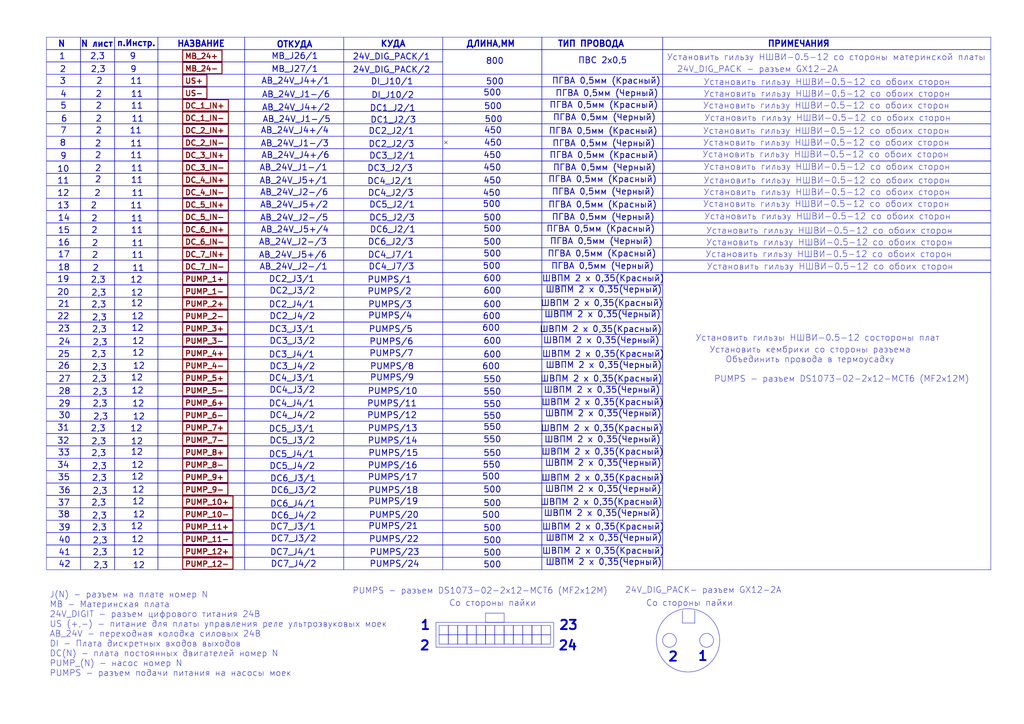
<source format=kicad_sch>
(kicad_sch
	(version 20250114)
	(generator "eeschema")
	(generator_version "9.0")
	(uuid "f2977bd9-52f5-4edf-9beb-4bec05ca7d43")
	(paper "A3")
	(lib_symbols)
	(rectangle
		(start 100.33 55.88)
		(end 140.97 60.96)
		(stroke
			(width 0)
			(type default)
		)
		(fill
			(type none)
		)
		(uuid 016fc3cc-7a0b-4b2e-8855-b7519df8ea37)
	)
	(rectangle
		(start 181.61 223.52)
		(end 222.25 228.6)
		(stroke
			(width 0)
			(type default)
		)
		(fill
			(type none)
		)
		(uuid 01fa3d12-68cc-4485-ac10-b32ab92dfad8)
	)
	(rectangle
		(start 191.516 260.35)
		(end 195.326 264.16)
		(stroke
			(width 0)
			(type default)
		)
		(fill
			(type none)
		)
		(uuid 022a2880-4e28-4a4b-921b-03fe16fe1d25)
	)
	(rectangle
		(start 64.77 76.2)
		(end 100.33 81.28)
		(stroke
			(width 0)
			(type default)
		)
		(fill
			(type none)
		)
		(uuid 0373e73e-8ceb-43bb-b48a-a4d45ee3332b)
	)
	(rectangle
		(start 19.05 142.24)
		(end 33.02 147.32)
		(stroke
			(width 0)
			(type default)
		)
		(fill
			(type none)
		)
		(uuid 039a52a4-91d7-4baa-9298-7ab21ef2ec38)
	)
	(rectangle
		(start 19.05 15.24)
		(end 33.02 20.32)
		(stroke
			(width 0)
			(type default)
		)
		(fill
			(type none)
		)
		(uuid 03b0beb9-fab0-4510-83c8-86a0fc39ab01)
	)
	(rectangle
		(start 33.02 55.88)
		(end 46.99 60.96)
		(stroke
			(width 0)
			(type default)
		)
		(fill
			(type none)
		)
		(uuid 03c1beba-1671-4da4-a012-5cd211b70ef5)
	)
	(rectangle
		(start 181.61 71.12)
		(end 222.25 76.2)
		(stroke
			(width 0)
			(type default)
		)
		(fill
			(type none)
		)
		(uuid 05186b68-cf73-4677-b6cc-3579908104dd)
	)
	(rectangle
		(start 100.33 86.36)
		(end 140.97 91.44)
		(stroke
			(width 0)
			(type default)
		)
		(fill
			(type none)
		)
		(uuid 05696169-4599-4c8c-a656-9753b9d90eb9)
	)
	(rectangle
		(start 19.05 182.88)
		(end 33.02 187.96)
		(stroke
			(width 0)
			(type default)
		)
		(fill
			(type none)
		)
		(uuid 057d4840-97ac-4a80-9a69-2e564f929cc9)
	)
	(rectangle
		(start 64.77 142.24)
		(end 100.33 147.32)
		(stroke
			(width 0)
			(type default)
		)
		(fill
			(type none)
		)
		(uuid 060bcfc9-f399-4635-9c1b-cc61e997162a)
	)
	(rectangle
		(start 33.02 218.44)
		(end 46.99 223.52)
		(stroke
			(width 0)
			(type default)
		)
		(fill
			(type none)
		)
		(uuid 06962809-e13d-40ba-86ad-16af6984cbd6)
	)
	(rectangle
		(start 271.78 101.6)
		(end 406.4 106.68)
		(stroke
			(width 0)
			(type default)
		)
		(fill
			(type none)
		)
		(uuid 071530fa-1686-4e09-b24d-c7f08a358d41)
	)
	(rectangle
		(start 64.77 193.04)
		(end 100.33 198.12)
		(stroke
			(width 0)
			(type default)
		)
		(fill
			(type none)
		)
		(uuid 07246b45-d8e1-4a68-8bd4-d6b8416d87e6)
	)
	(rectangle
		(start 64.77 111.76)
		(end 100.33 116.84)
		(stroke
			(width 0)
			(type default)
		)
		(fill
			(type none)
		)
		(uuid 09005411-32d0-4031-b46c-e89f973d7969)
	)
	(circle
		(center 289.814 262.636)
		(radius 2.8398)
		(stroke
			(width 0)
			(type default)
		)
		(fill
			(type none)
		)
		(uuid 0969dac6-c6c8-4723-a850-865f2486e9b4)
	)
	(rectangle
		(start 100.33 96.52)
		(end 140.97 101.6)
		(stroke
			(width 0)
			(type default)
		)
		(fill
			(type none)
		)
		(uuid 09a76931-1f11-48ce-b352-11edd2fce6d2)
	)
	(rectangle
		(start 100.33 157.48)
		(end 140.97 162.56)
		(stroke
			(width 0)
			(type default)
		)
		(fill
			(type none)
		)
		(uuid 0a8e86c8-8b45-43a0-880d-f09465de1875)
	)
	(rectangle
		(start 64.77 55.88)
		(end 100.33 60.96)
		(stroke
			(width 0)
			(type default)
		)
		(fill
			(type none)
		)
		(uuid 0ad3361b-8cd0-409f-b7b6-e0cc4d642a27)
	)
	(rectangle
		(start 100.33 45.72)
		(end 140.97 50.8)
		(stroke
			(width 0)
			(type default)
		)
		(fill
			(type none)
		)
		(uuid 0b021362-daf9-46bb-bea5-2c0ff981d5cb)
	)
	(rectangle
		(start 195.326 256.54)
		(end 199.136 260.35)
		(stroke
			(width 0)
			(type default)
		)
		(fill
			(type none)
		)
		(uuid 0cd96542-be36-4598-a0cc-69a5f0dc626c)
	)
	(rectangle
		(start 100.33 101.6)
		(end 140.97 106.68)
		(stroke
			(width 0)
			(type default)
		)
		(fill
			(type none)
		)
		(uuid 0f3c6fea-e854-4fe6-aee4-fd61e3c0ee0e)
	)
	(rectangle
		(start 64.77 66.04)
		(end 100.33 71.12)
		(stroke
			(width 0)
			(type default)
		)
		(fill
			(type none)
		)
		(uuid 1139b27a-e42b-4307-9ad9-36a21f627e89)
	)
	(rectangle
		(start 181.61 66.04)
		(end 222.25 71.12)
		(stroke
			(width 0)
			(type default)
		)
		(fill
			(type none)
		)
		(uuid 13adf211-1bbf-4d64-83df-61461b4329f8)
	)
	(rectangle
		(start 271.78 50.8)
		(end 406.4 55.88)
		(stroke
			(width 0)
			(type default)
		)
		(fill
			(type none)
		)
		(uuid 13f50f53-89eb-431e-9ded-5488fe18fd9d)
	)
	(rectangle
		(start 33.02 172.72)
		(end 46.99 177.8)
		(stroke
			(width 0)
			(type default)
		)
		(fill
			(type none)
		)
		(uuid 14c38fd1-f69e-48c2-8371-9f360aa842e1)
	)
	(rectangle
		(start 222.25 218.44)
		(end 271.78 223.52)
		(stroke
			(width 0)
			(type default)
		)
		(fill
			(type none)
		)
		(uuid 14ca9725-1eb4-4f9a-be88-e53019cd79f2)
	)
	(rectangle
		(start 64.77 25.4)
		(end 100.33 30.48)
		(stroke
			(width 0)
			(type default)
		)
		(fill
			(type none)
		)
		(uuid 14d53471-8b9e-4acf-a7f7-cc9f52830ed2)
	)
	(rectangle
		(start 19.05 25.4)
		(end 33.02 30.48)
		(stroke
			(width 0)
			(type default)
		)
		(fill
			(type none)
		)
		(uuid 1553d887-5cfe-49c0-bc0c-d7d433e48133)
	)
	(rectangle
		(start 46.99 96.52)
		(end 64.77 101.6)
		(stroke
			(width 0)
			(type default)
		)
		(fill
			(type none)
		)
		(uuid 15d487b5-487f-4032-a971-18a11f4bcd9f)
	)
	(rectangle
		(start 222.25 45.72)
		(end 271.78 50.8)
		(stroke
			(width 0)
			(type default)
		)
		(fill
			(type none)
		)
		(uuid 16a94779-137a-4db6-a5ed-fa1546ba7997)
	)
	(rectangle
		(start 64.77 198.12)
		(end 100.33 203.2)
		(stroke
			(width 0)
			(type default)
		)
		(fill
			(type none)
		)
		(uuid 1768001d-d29b-4167-a816-904ef0b8ffc0)
	)
	(rectangle
		(start 140.97 132.08)
		(end 181.61 137.16)
		(stroke
			(width 0)
			(type default)
		)
		(fill
			(type none)
		)
		(uuid 1863a355-517f-42f1-836c-75f018ee1a71)
	)
	(rectangle
		(start 19.05 198.12)
		(end 33.02 203.2)
		(stroke
			(width 0)
			(type default)
		)
		(fill
			(type none)
		)
		(uuid 18d6cc5a-1797-409a-880d-2de4e76506be)
	)
	(rectangle
		(start 222.25 76.2)
		(end 271.78 81.28)
		(stroke
			(width 0)
			(type default)
		)
		(fill
			(type none)
		)
		(uuid 18e766d1-59e0-4d06-a4bc-fd5fa6144a53)
	)
	(rectangle
		(start 271.78 45.72)
		(end 406.4 50.8)
		(stroke
			(width 0)
			(type default)
		)
		(fill
			(type none)
		)
		(uuid 1a1514d2-b48e-44bc-ba86-ccfcfd4d6562)
	)
	(rectangle
		(start 222.25 55.88)
		(end 271.78 60.96)
		(stroke
			(width 0)
			(type default)
		)
		(fill
			(type none)
		)
		(uuid 1aa51faf-13bb-4d6e-bc26-10e93b1f7347)
	)
	(rectangle
		(start 33.02 116.84)
		(end 46.99 121.92)
		(stroke
			(width 0)
			(type default)
		)
		(fill
			(type none)
		)
		(uuid 1b40faa3-a2ba-4e44-9d53-4996d343eff7)
	)
	(rectangle
		(start 140.97 142.24)
		(end 181.61 147.32)
		(stroke
			(width 0)
			(type default)
		)
		(fill
			(type none)
		)
		(uuid 1b637cf0-f5e4-453d-9bf1-d51ed333c158)
	)
	(rectangle
		(start 64.77 35.56)
		(end 100.33 40.64)
		(stroke
			(width 0)
			(type default)
		)
		(fill
			(type none)
		)
		(uuid 1ee8d7e7-2a89-4bc8-af4b-ac10120619f5)
	)
	(rectangle
		(start 64.77 40.64)
		(end 100.33 45.72)
		(stroke
			(width 0)
			(type default)
		)
		(fill
			(type none)
		)
		(uuid 1f431a51-d23a-4cef-aec0-e78d964e63b2)
	)
	(rectangle
		(start 64.77 162.56)
		(end 100.33 167.64)
		(stroke
			(width 0)
			(type default)
		)
		(fill
			(type none)
		)
		(uuid 1ff70127-ace9-44b5-a101-1e7308d36f42)
	)
	(rectangle
		(start 181.61 213.36)
		(end 222.25 218.44)
		(stroke
			(width 0)
			(type default)
		)
		(fill
			(type none)
		)
		(uuid 2002e49d-0bbc-4928-82e7-3837719cdc09)
	)
	(rectangle
		(start 46.99 147.32)
		(end 64.77 152.4)
		(stroke
			(width 0)
			(type default)
		)
		(fill
			(type none)
		)
		(uuid 21b60cae-2323-438a-b5b0-2fee133fa176)
	)
	(rectangle
		(start 199.136 260.35)
		(end 202.946 264.16)
		(stroke
			(width 0)
			(type default)
		)
		(fill
			(type none)
		)
		(uuid 2407bc0a-7852-477a-b3a8-87c292a51ae2)
	)
	(rectangle
		(start 222.25 152.4)
		(end 271.78 157.48)
		(stroke
			(width 0)
			(type default)
		)
		(fill
			(type none)
		)
		(uuid 246418b9-f7a2-44a5-92eb-49a8253c246d)
	)
	(rectangle
		(start 19.05 187.96)
		(end 33.02 193.04)
		(stroke
			(width 0)
			(type default)
		)
		(fill
			(type none)
		)
		(uuid 248c8100-91d5-4230-b184-90d1195b0ad9)
	)
	(rectangle
		(start 178.816 255.27)
		(end 227.076 265.43)
		(stroke
			(width 0)
			(type default)
		)
		(fill
			(type none)
		)
		(uuid 2507af71-5a12-4ce9-a483-ecfe4decc274)
	)
	(rectangle
		(start 100.33 177.8)
		(end 140.97 182.88)
		(stroke
			(width 0)
			(type default)
		)
		(fill
			(type none)
		)
		(uuid 257e3ac3-28bc-41d8-91b3-99c66ef30ec1)
	)
	(rectangle
		(start 33.02 66.04)
		(end 46.99 71.12)
		(stroke
			(width 0)
			(type default)
		)
		(fill
			(type none)
		)
		(uuid 26885979-c866-4b80-b9fa-8085f5d0614e)
	)
	(rectangle
		(start 181.61 142.24)
		(end 222.25 147.32)
		(stroke
			(width 0)
			(type default)
		)
		(fill
			(type none)
		)
		(uuid 269ea440-e2d9-4b95-9b12-3fac2df37458)
	)
	(rectangle
		(start 64.77 86.36)
		(end 100.33 91.44)
		(stroke
			(width 0)
			(type default)
		)
		(fill
			(type none)
		)
		(uuid 27c245f5-ca28-41d4-8969-1664c2cfef69)
	)
	(rectangle
		(start 222.25 213.36)
		(end 271.78 218.44)
		(stroke
			(width 0)
			(type default)
		)
		(fill
			(type none)
		)
		(uuid 2860b57b-8814-4efb-a4b0-080a78ef65ac)
	)
	(rectangle
		(start 100.33 15.24)
		(end 140.97 20.32)
		(stroke
			(width 0)
			(type default)
		)
		(fill
			(type none)
		)
		(uuid 2a1f737f-e2b9-46dc-9a48-2cc378e23ed0)
	)
	(rectangle
		(start 181.61 172.72)
		(end 222.25 177.8)
		(stroke
			(width 0)
			(type default)
		)
		(fill
			(type none)
		)
		(uuid 2a4d17af-aee6-4793-9e84-2e939c5331c7)
	)
	(rectangle
		(start 46.99 71.12)
		(end 64.77 76.2)
		(stroke
			(width 0)
			(type default)
		)
		(fill
			(type none)
		)
		(uuid 2bfa8eff-daf0-4939-903b-b68006123796)
	)
	(rectangle
		(start 19.05 106.68)
		(end 33.02 111.76)
		(stroke
			(width 0)
			(type default)
		)
		(fill
			(type none)
		)
		(uuid 2cd1fac5-7633-4d3c-b109-60624f425811)
	)
	(rectangle
		(start 64.77 60.96)
		(end 100.33 66.04)
		(stroke
			(width 0)
			(type default)
		)
		(fill
			(type none)
		)
		(uuid 2cf97a99-914c-4ba5-b8c9-a21e4e753be2)
	)
	(rectangle
		(start 46.99 45.72)
		(end 64.77 50.8)
		(stroke
			(width 0)
			(type default)
		)
		(fill
			(type none)
		)
		(uuid 2d6f4120-8593-4d53-8184-cf59c1662732)
	)
	(rectangle
		(start 181.61 76.2)
		(end 222.25 81.28)
		(stroke
			(width 0)
			(type default)
		)
		(fill
			(type none)
		)
		(uuid 2fd3c20b-9ec7-4def-a3bc-b546dfbf2da9)
	)
	(rectangle
		(start 222.25 86.36)
		(end 271.78 91.44)
		(stroke
			(width 0)
			(type default)
		)
		(fill
			(type none)
		)
		(uuid 300c7da2-377d-4e0d-9e73-766c61897fbb)
	)
	(rectangle
		(start 46.99 172.72)
		(end 64.77 177.8)
		(stroke
			(width 0)
			(type default)
		)
		(fill
			(type none)
		)
		(uuid 300d6067-53ba-4ea7-be24-180f8106e669)
	)
	(rectangle
		(start 19.05 40.64)
		(end 33.02 45.72)
		(stroke
			(width 0)
			(type default)
		)
		(fill
			(type none)
		)
		(uuid 3128cac0-817e-42a0-9e5d-34377ed29b51)
	)
	(rectangle
		(start 33.02 127)
		(end 46.99 132.08)
		(stroke
			(width 0)
			(type default)
		)
		(fill
			(type none)
		)
		(uuid 315e455f-f2a4-466b-aea1-146d98166f40)
	)
	(rectangle
		(start 33.02 35.56)
		(end 46.99 40.64)
		(stroke
			(width 0)
			(type default)
		)
		(fill
			(type none)
		)
		(uuid 3170376b-adbe-45df-bcda-7ce11cba32cf)
	)
	(rectangle
		(start 140.97 182.88)
		(end 181.61 187.96)
		(stroke
			(width 0)
			(type default)
		)
		(fill
			(type none)
		)
		(uuid 33b18cc0-5674-4046-97b3-1b65050d34f0)
	)
	(rectangle
		(start 181.61 137.16)
		(end 222.25 142.24)
		(stroke
			(width 0)
			(type default)
		)
		(fill
			(type none)
		)
		(uuid 33d3ec48-7572-460d-a0cf-8b6924714881)
	)
	(rectangle
		(start 33.02 213.36)
		(end 46.99 218.44)
		(stroke
			(width 0)
			(type default)
		)
		(fill
			(type none)
		)
		(uuid 33e152fa-eee2-4de9-872d-eb65db6b55e3)
	)
	(rectangle
		(start 222.25 40.64)
		(end 271.78 45.72)
		(stroke
			(width 0)
			(type default)
		)
		(fill
			(type none)
		)
		(uuid 349ccc82-24e7-47bc-ab50-7776e4b4bcbd)
	)
	(rectangle
		(start 271.78 71.12)
		(end 406.4 76.2)
		(stroke
			(width 0)
			(type default)
		)
		(fill
			(type none)
		)
		(uuid 36ab5077-5f9c-4c1a-b18d-3e176ed1e709)
	)
	(rectangle
		(start 181.61 30.48)
		(end 222.25 35.56)
		(stroke
			(width 0)
			(type default)
		)
		(fill
			(type none)
		)
		(uuid 37943a71-7006-4b3d-8e33-74de78465f49)
	)
	(rectangle
		(start 100.33 228.6)
		(end 140.97 233.68)
		(stroke
			(width 0)
			(type default)
		)
		(fill
			(type none)
		)
		(uuid 37ee6ddd-987d-42de-ab71-a5b31a3dcc58)
	)
	(rectangle
		(start 100.33 60.96)
		(end 140.97 66.04)
		(stroke
			(width 0)
			(type default)
		)
		(fill
			(type none)
		)
		(uuid 3bd6e7ab-63de-446c-bbca-bbb1de4452f3)
	)
	(rectangle
		(start 206.756 260.35)
		(end 210.566 264.16)
		(stroke
			(width 0)
			(type default)
		)
		(fill
			(type none)
		)
		(uuid 3c2bdefe-ee13-4967-b001-56beec9f0f6a)
	)
	(rectangle
		(start 271.78 40.64)
		(end 406.4 45.72)
		(stroke
			(width 0)
			(type default)
		)
		(fill
			(type none)
		)
		(uuid 3c5ca91c-726c-4989-bae0-fea62b53065d)
	)
	(rectangle
		(start 33.02 91.44)
		(end 46.99 96.52)
		(stroke
			(width 0)
			(type default)
		)
		(fill
			(type none)
		)
		(uuid 3cf60273-6f90-4da9-a41c-596cc39f3b6f)
	)
	(rectangle
		(start 181.61 35.56)
		(end 222.25 40.64)
		(stroke
			(width 0)
			(type default)
		)
		(fill
			(type none)
		)
		(uuid 3d3cae7b-de50-48ac-930f-a7cb7ee10c33)
	)
	(rectangle
		(start 214.376 256.54)
		(end 218.186 260.35)
		(stroke
			(width 0)
			(type default)
		)
		(fill
			(type none)
		)
		(uuid 3daf0756-22f2-4b3a-8ed7-d32ff2bfd865)
	)
	(rectangle
		(start 218.186 260.35)
		(end 221.996 264.16)
		(stroke
			(width 0)
			(type default)
		)
		(fill
			(type none)
		)
		(uuid 3e126a79-1215-4c8e-9e4f-d3692ab1267c)
	)
	(rectangle
		(start 64.77 50.8)
		(end 100.33 55.88)
		(stroke
			(width 0)
			(type default)
		)
		(fill
			(type none)
		)
		(uuid 3fe9082f-181e-4a30-b5b5-630c36a6fc5b)
	)
	(rectangle
		(start 180.086 256.54)
		(end 183.896 260.35)
		(stroke
			(width 0)
			(type default)
		)
		(fill
			(type none)
		)
		(uuid 40ac6153-0d65-498a-8da2-036b4d440925)
	)
	(rectangle
		(start 140.97 208.28)
		(end 181.61 213.36)
		(stroke
			(width 0)
			(type default)
		)
		(fill
			(type none)
		)
		(uuid 416e117a-c95f-4bb7-81ce-52bd3b0dc917)
	)
	(rectangle
		(start 100.33 142.24)
		(end 140.97 147.32)
		(stroke
			(width 0)
			(type default)
		)
		(fill
			(type none)
		)
		(uuid 4196955c-c7f9-4943-8a9c-a24636c4b0d4)
	)
	(rectangle
		(start 181.61 132.08)
		(end 222.25 137.16)
		(stroke
			(width 0)
			(type default)
		)
		(fill
			(type none)
		)
		(uuid 419ceb64-2635-4009-8bfc-b40098b0fcdf)
	)
	(rectangle
		(start 140.97 35.56)
		(end 181.61 40.64)
		(stroke
			(width 0)
			(type default)
		)
		(fill
			(type none)
		)
		(uuid 422817fc-782c-49cf-859c-90d19c2e76aa)
	)
	(rectangle
		(start 140.97 167.64)
		(end 181.61 172.72)
		(stroke
			(width 0)
			(type default)
		)
		(fill
			(type none)
		)
		(uuid 43c65407-50d0-4437-80cb-c3cdcd28b9ea)
	)
	(rectangle
		(start 46.99 142.24)
		(end 64.77 147.32)
		(stroke
			(width 0)
			(type default)
		)
		(fill
			(type none)
		)
		(uuid 46100bba-3e7f-4e6f-85a3-a81331f2ce2e)
	)
	(rectangle
		(start 222.25 187.96)
		(end 271.78 193.04)
		(stroke
			(width 0)
			(type default)
		)
		(fill
			(type none)
		)
		(uuid 465ef443-2f48-49fa-8313-082fc3d24f43)
	)
	(rectangle
		(start 100.33 66.04)
		(end 140.97 71.12)
		(stroke
			(width 0)
			(type default)
		)
		(fill
			(type none)
		)
		(uuid 47272d96-1670-48a8-a433-32683700edbf)
	)
	(rectangle
		(start 202.946 260.35)
		(end 206.756 264.16)
		(stroke
			(width 0)
			(type default)
		)
		(fill
			(type none)
		)
		(uuid 4759334e-d1e3-4479-8628-99c6dc0c948d)
	)
	(rectangle
		(start 181.61 198.12)
		(end 222.25 203.2)
		(stroke
			(width 0)
			(type default)
		)
		(fill
			(type none)
		)
		(uuid 47ce363a-e504-43a5-a67a-15e2363e4bac)
	)
	(rectangle
		(start 64.77 167.64)
		(end 100.33 172.72)
		(stroke
			(width 0)
			(type default)
		)
		(fill
			(type none)
		)
		(uuid 482c9f11-046c-408f-ba0a-949bf32be02d)
	)
	(rectangle
		(start 46.99 55.88)
		(end 64.77 60.96)
		(stroke
			(width 0)
			(type default)
		)
		(fill
			(type none)
		)
		(uuid 4944f564-fde1-44c2-bb7f-4bcd14955e63)
	)
	(rectangle
		(start 140.97 20.32)
		(end 181.61 25.4)
		(stroke
			(width 0)
			(type default)
		)
		(fill
			(type none)
		)
		(uuid 49584b38-9cbc-41da-8db6-42e386eeaa8b)
	)
	(rectangle
		(start 64.77 177.8)
		(end 100.33 182.88)
		(stroke
			(width 0)
			(type default)
		)
		(fill
			(type none)
		)
		(uuid 49ef65b8-d4ec-4ae3-ae2c-348d003cee11)
	)
	(rectangle
		(start 46.99 127)
		(end 64.77 132.08)
		(stroke
			(width 0)
			(type default)
		)
		(fill
			(type none)
		)
		(uuid 4a83557b-4358-43d7-b102-f742bdcfc7fb)
	)
	(rectangle
		(start 181.61 15.24)
		(end 222.25 20.32)
		(stroke
			(width 0)
			(type default)
		)
		(fill
			(type none)
		)
		(uuid 4a92d876-b77a-4a97-b22d-b498501b47fc)
	)
	(rectangle
		(start 210.566 256.54)
		(end 214.376 260.35)
		(stroke
			(width 0)
			(type default)
		)
		(fill
			(type none)
		)
		(uuid 4ada6536-f447-40ef-b3b9-cc6dc57ec4d6)
	)
	(rectangle
		(start 222.25 198.12)
		(end 271.78 203.2)
		(stroke
			(width 0)
			(type default)
		)
		(fill
			(type none)
		)
		(uuid 4bcd062a-0310-4cdf-abb0-0b9f34344bd7)
	)
	(rectangle
		(start 181.61 147.32)
		(end 222.25 152.4)
		(stroke
			(width 0)
			(type default)
		)
		(fill
			(type none)
		)
		(uuid 4bf37842-1961-4fc3-82df-2954306d5e8b)
	)
	(rectangle
		(start 218.186 256.54)
		(end 221.996 260.35)
		(stroke
			(width 0)
			(type default)
		)
		(fill
			(type none)
		)
		(uuid 4ea7e23c-13a9-4043-9077-299f2c35f06b)
	)
	(rectangle
		(start 46.99 177.8)
		(end 64.77 182.88)
		(stroke
			(width 0)
			(type default)
		)
		(fill
			(type none)
		)
		(uuid 4ec14b6b-00c9-49bc-9ab7-6e503f228359)
	)
	(rectangle
		(start 222.25 132.08)
		(end 271.78 137.16)
		(stroke
			(width 0)
			(type default)
		)
		(fill
			(type none)
		)
		(uuid 4f158ead-c8ed-4ebd-9eda-c2099b6ee907)
	)
	(rectangle
		(start 46.99 213.36)
		(end 64.77 218.44)
		(stroke
			(width 0)
			(type default)
		)
		(fill
			(type none)
		)
		(uuid 4f3a9089-1f16-4cab-a92f-9347b20d9ffa)
	)
	(rectangle
		(start 271.78 86.36)
		(end 406.4 91.44)
		(stroke
			(width 0)
			(type default)
		)
		(fill
			(type none)
		)
		(uuid 505d96d8-e8e7-40dc-8285-6196609b71e6)
	)
	(rectangle
		(start 46.99 35.56)
		(end 64.77 40.64)
		(stroke
			(width 0)
			(type default)
		)
		(fill
			(type none)
		)
		(uuid 5065146d-5afd-4b3a-b6ed-d1b9e3538fab)
	)
	(rectangle
		(start 19.05 213.36)
		(end 33.02 218.44)
		(stroke
			(width 0)
			(type default)
		)
		(fill
			(type none)
		)
		(uuid 50850547-2f2b-4431-94f1-d65b96e436bb)
	)
	(rectangle
		(start 271.78 111.76)
		(end 406.4 233.68)
		(stroke
			(width 0)
			(type default)
		)
		(fill
			(type none)
		)
		(uuid 5146fcb8-5ac4-4d0b-b19a-9fec694a0225)
	)
	(rectangle
		(start 222.25 167.64)
		(end 271.78 172.72)
		(stroke
			(width 0)
			(type default)
		)
		(fill
			(type none)
		)
		(uuid 5169c0da-8bdb-4157-9e61-4df1ba58e651)
	)
	(rectangle
		(start 206.756 256.54)
		(end 210.566 260.35)
		(stroke
			(width 0)
			(type default)
		)
		(fill
			(type none)
		)
		(uuid 51ed8f08-18f6-4b5a-8c10-837e2a6ece1a)
	)
	(rectangle
		(start 19.05 71.12)
		(end 33.02 76.2)
		(stroke
			(width 0)
			(type default)
		)
		(fill
			(type none)
		)
		(uuid 52a49101-1ca7-4cc9-bdac-f1bd0c032b59)
	)
	(rectangle
		(start 46.99 111.76)
		(end 64.77 116.84)
		(stroke
			(width 0)
			(type default)
		)
		(fill
			(type none)
		)
		(uuid 5487a3cd-9870-4a28-85ee-8a3770a6aeaf)
	)
	(rectangle
		(start 140.97 50.8)
		(end 181.61 55.88)
		(stroke
			(width 0)
			(type default)
		)
		(fill
			(type none)
		)
		(uuid 566d3c90-2fdd-4b95-b52f-89dfc77a0771)
	)
	(rectangle
		(start 19.05 132.08)
		(end 33.02 137.16)
		(stroke
			(width 0)
			(type default)
		)
		(fill
			(type none)
		)
		(uuid 56aba18e-8ddb-4f71-abd7-7fe20f92fa8f)
	)
	(rectangle
		(start 140.97 96.52)
		(end 181.61 101.6)
		(stroke
			(width 0)
			(type default)
		)
		(fill
			(type none)
		)
		(uuid 57da5644-80b9-4a59-bd9e-67fdc843e690)
	)
	(rectangle
		(start 19.05 45.72)
		(end 33.02 50.8)
		(stroke
			(width 0)
			(type default)
		)
		(fill
			(type none)
		)
		(uuid 5998e0b6-e912-45e2-98cd-0c9ac08401cb)
	)
	(rectangle
		(start 46.99 182.88)
		(end 64.77 187.96)
		(stroke
			(width 0)
			(type default)
		)
		(fill
			(type none)
		)
		(uuid 59a6888f-f539-4ff7-ae40-d149809c8fc7)
	)
	(rectangle
		(start 100.33 50.8)
		(end 140.97 55.88)
		(stroke
			(width 0)
			(type default)
		)
		(fill
			(type none)
		)
		(uuid 5a7a08cc-33cc-4fdc-9fdc-d03cee378136)
	)
	(rectangle
		(start 19.05 50.8)
		(end 33.02 55.88)
		(stroke
			(width 0)
			(type default)
		)
		(fill
			(type none)
		)
		(uuid 5abbded4-d1e8-4ead-883e-785316d13bdd)
	)
	(rectangle
		(start 46.99 40.64)
		(end 64.77 45.72)
		(stroke
			(width 0)
			(type default)
		)
		(fill
			(type none)
		)
		(uuid 5b22b48d-a64b-40b6-9588-a4f026239669)
	)
	(rectangle
		(start 100.33 111.76)
		(end 140.97 116.84)
		(stroke
			(width 0)
			(type default)
		)
		(fill
			(type none)
		)
		(uuid 5b32ba90-5662-4326-b6bb-e2e57faa4f9e)
	)
	(rectangle
		(start 140.97 45.72)
		(end 181.61 50.8)
		(stroke
			(width 0)
			(type default)
		)
		(fill
			(type none)
		)
		(uuid 5c4c3404-aeff-4544-8f08-6258718dddaf)
	)
	(rectangle
		(start 33.02 71.12)
		(end 46.99 76.2)
		(stroke
			(width 0)
			(type default)
		)
		(fill
			(type none)
		)
		(uuid 5cb5e87a-c63e-4342-8ed6-a7da736f4a84)
	)
	(rectangle
		(start 33.02 15.24)
		(end 46.99 20.32)
		(stroke
			(width 0)
			(type default)
		)
		(fill
			(type none)
		)
		(uuid 5cf6743d-ccf3-43ca-bbc2-82ed8b587c9c)
	)
	(rectangle
		(start 191.516 256.54)
		(end 195.326 260.35)
		(stroke
			(width 0)
			(type default)
		)
		(fill
			(type none)
		)
		(uuid 5d08d87e-0a6b-4501-a76c-8ad53c4f5c2c)
	)
	(rectangle
		(start 271.78 60.96)
		(end 406.4 66.04)
		(stroke
			(width 0)
			(type default)
		)
		(fill
			(type none)
		)
		(uuid 5e03a4fa-9810-4132-9ab1-e78a214ab27d)
	)
	(rectangle
		(start 222.25 15.24)
		(end 271.78 20.32)
		(stroke
			(width 0)
			(type default)
		)
		(fill
			(type none)
		)
		(uuid 5e4668f2-0f64-44fe-8cda-7f3a53b80486)
	)
	(rectangle
		(start 222.25 60.96)
		(end 271.78 66.04)
		(stroke
			(width 0)
			(type default)
		)
		(fill
			(type none)
		)
		(uuid 5e865000-04dc-4e0a-b4e5-0be5a4dcc21c)
	)
	(rectangle
		(start 64.77 172.72)
		(end 100.33 177.8)
		(stroke
			(width 0)
			(type default)
		)
		(fill
			(type none)
		)
		(uuid 5ea95868-c927-4bdf-9c87-d45804bdc6ed)
	)
	(rectangle
		(start 46.99 223.52)
		(end 64.77 228.6)
		(stroke
			(width 0)
			(type default)
		)
		(fill
			(type none)
		)
		(uuid 5f56dc84-6c68-47f6-a88e-ddced9205bd0)
	)
	(rectangle
		(start 33.02 193.04)
		(end 46.99 198.12)
		(stroke
			(width 0)
			(type default)
		)
		(fill
			(type none)
		)
		(uuid 5fe28264-6c31-4f1a-b8f3-c10c5a74274d)
	)
	(rectangle
		(start 46.99 66.04)
		(end 64.77 71.12)
		(stroke
			(width 0)
			(type default)
		)
		(fill
			(type none)
		)
		(uuid 607fcf33-dfb3-41eb-8d0b-efa7f2d6a837)
	)
	(rectangle
		(start 19.05 91.44)
		(end 33.02 96.52)
		(stroke
			(width 0)
			(type default)
		)
		(fill
			(type none)
		)
		(uuid 60f20a23-8187-482c-b59a-4595c3085cd0)
	)
	(rectangle
		(start 181.61 193.04)
		(end 222.25 198.12)
		(stroke
			(width 0)
			(type default)
		)
		(fill
			(type none)
		)
		(uuid 61a54e92-619d-4031-935e-9224e14e5f69)
	)
	(rectangle
		(start 19.05 157.48)
		(end 33.02 162.56)
		(stroke
			(width 0)
			(type default)
		)
		(fill
			(type none)
		)
		(uuid 63c986c7-32fc-42e1-8a14-73d365a96baa)
	)
	(rectangle
		(start 140.97 223.52)
		(end 181.61 228.6)
		(stroke
			(width 0)
			(type default)
		)
		(fill
			(type none)
		)
		(uuid 65f0d370-7397-4d09-bc27-99893780a8f0)
	)
	(rectangle
		(start 46.99 30.48)
		(end 64.77 35.56)
		(stroke
			(width 0)
			(type default)
		)
		(fill
			(type none)
		)
		(uuid 685d9b3b-d8d9-422d-9768-6977272b5a84)
	)
	(rectangle
		(start 19.05 81.28)
		(end 33.02 86.36)
		(stroke
			(width 0)
			(type default)
		)
		(fill
			(type none)
		)
		(uuid 686ad697-8be7-4611-9f30-5d7e6347a5b7)
	)
	(rectangle
		(start 100.33 223.52)
		(end 140.97 228.6)
		(stroke
			(width 0)
			(type default)
		)
		(fill
			(type none)
		)
		(uuid 686ff128-e9ab-45f1-89ed-7190f6eb730a)
	)
	(rectangle
		(start 181.61 228.6)
		(end 222.25 233.68)
		(stroke
			(width 0)
			(type default)
		)
		(fill
			(type none)
		)
		(uuid 68eaad40-0c16-4c4f-ab22-f3f20fe42f20)
	)
	(rectangle
		(start 181.61 81.28)
		(end 222.25 86.36)
		(stroke
			(width 0)
			(type default)
		)
		(fill
			(type none)
		)
		(uuid 698087e4-71af-4d92-a61c-be54aa97ed26)
	)
	(rectangle
		(start 33.02 137.16)
		(end 46.99 142.24)
		(stroke
			(width 0)
			(type default)
		)
		(fill
			(type none)
		)
		(uuid 699f9530-3bdf-44c6-9dc0-d870274de26f)
	)
	(circle
		(center 274.574 262.636)
		(radius 2.8398)
		(stroke
			(width 0)
			(type default)
		)
		(fill
			(type none)
		)
		(uuid 69c0a441-5cda-4dc3-b6dd-bc4c8ff26a4a)
	)
	(rectangle
		(start 180.086 260.35)
		(end 183.896 264.16)
		(stroke
			(width 0)
			(type default)
		)
		(fill
			(type none)
		)
		(uuid 69d8df45-14f6-4d27-b76a-d77171512693)
	)
	(rectangle
		(start 33.02 152.4)
		(end 46.99 157.48)
		(stroke
			(width 0)
			(type default)
		)
		(fill
			(type none)
		)
		(uuid 6af3a687-c26f-4f4b-bf0e-2c3c78f269c8)
	)
	(rectangle
		(start 19.05 193.04)
		(end 33.02 198.12)
		(stroke
			(width 0)
			(type default)
		)
		(fill
			(type none)
		)
		(uuid 6b2a110f-d868-41b0-8e58-539f7523265e)
	)
	(rectangle
		(start 19.05 228.6)
		(end 33.02 233.68)
		(stroke
			(width 0)
			(type default)
		)
		(fill
			(type none)
		)
		(uuid 6bea42b5-f202-4881-a8d8-5c6afc585a21)
	)
	(rectangle
		(start 64.77 91.44)
		(end 100.33 96.52)
		(stroke
			(width 0)
			(type default)
		)
		(fill
			(type none)
		)
		(uuid 6d270120-0e97-4ea4-8c5e-87f45181ea32)
	)
	(rectangle
		(start 222.25 177.8)
		(end 271.78 182.88)
		(stroke
			(width 0)
			(type default)
		)
		(fill
			(type none)
		)
		(uuid 6dfc9be1-ac65-4b04-9a23-9caed212b583)
	)
	(rectangle
		(start 140.97 198.12)
		(end 181.61 203.2)
		(stroke
			(width 0)
			(type default)
		)
		(fill
			(type none)
		)
		(uuid 6e58b0d0-8e0c-421d-8c2d-0ed1f06db930)
	)
	(rectangle
		(start 181.61 91.44)
		(end 222.25 96.52)
		(stroke
			(width 0)
			(type default)
		)
		(fill
			(type none)
		)
		(uuid 6ec29f43-d9e6-4a3f-8527-29bb926d7a63)
	)
	(rectangle
		(start 100.33 40.64)
		(end 140.97 45.72)
		(stroke
			(width 0)
			(type default)
		)
		(fill
			(type none)
		)
		(uuid 6ed107d7-96bc-4e2d-9177-b67089b535b8)
	)
	(rectangle
		(start 140.97 91.44)
		(end 181.61 96.52)
		(stroke
			(width 0)
			(type default)
		)
		(fill
			(type none)
		)
		(uuid 6f732767-302c-4375-a5ad-bdf550b576d2)
	)
	(rectangle
		(start 100.33 193.04)
		(end 140.97 198.12)
		(stroke
			(width 0)
			(type default)
		)
		(fill
			(type none)
		)
		(uuid 6fd6fbce-7867-4ef0-b5bc-a5fd748b6b75)
	)
	(rectangle
		(start 100.33 167.64)
		(end 140.97 172.72)
		(stroke
			(width 0)
			(type default)
		)
		(fill
			(type none)
		)
		(uuid 6fdbc9f4-2509-40d6-8d3b-b35a5e0bf62f)
	)
	(rectangle
		(start 271.78 76.2)
		(end 406.4 81.28)
		(stroke
			(width 0)
			(type default)
		)
		(fill
			(type none)
		)
		(uuid 6fe73273-fadd-4e5f-8db2-08649e278a91)
	)
	(rectangle
		(start 100.33 127)
		(end 140.97 132.08)
		(stroke
			(width 0)
			(type default)
		)
		(fill
			(type none)
		)
		(uuid 6ff1fd42-c925-49d1-98be-abf0947933ef)
	)
	(rectangle
		(start 64.77 71.12)
		(end 100.33 76.2)
		(stroke
			(width 0)
			(type default)
		)
		(fill
			(type none)
		)
		(uuid 7050207f-5ecc-4082-bdaa-0481909a7512)
	)
	(rectangle
		(start 46.99 132.08)
		(end 64.77 137.16)
		(stroke
			(width 0)
			(type default)
		)
		(fill
			(type none)
		)
		(uuid 7060f134-a28c-4d0a-8671-3afcec62113d)
	)
	(rectangle
		(start 100.33 81.28)
		(end 140.97 86.36)
		(stroke
			(width 0)
			(type default)
		)
		(fill
			(type none)
		)
		(uuid 709f0589-aba1-4b7b-86c9-c7c358b7d889)
	)
	(rectangle
		(start 222.25 127)
		(end 271.78 132.08)
		(stroke
			(width 0)
			(type default)
		)
		(fill
			(type none)
		)
		(uuid 72047adc-70f9-463d-8356-3d09f96ae9e8)
	)
	(rectangle
		(start 222.25 66.04)
		(end 271.78 71.12)
		(stroke
			(width 0)
			(type default)
		)
		(fill
			(type none)
		)
		(uuid 72497df6-7acb-421e-bcb3-22a14092131f)
	)
	(rectangle
		(start 33.02 96.52)
		(end 46.99 101.6)
		(stroke
			(width 0)
			(type default)
		)
		(fill
			(type none)
		)
		(uuid 73521004-6abd-41e6-89aa-cf4d0db3c0de)
	)
	(rectangle
		(start 100.33 106.68)
		(end 140.97 111.76)
		(stroke
			(width 0)
			(type default)
		)
		(fill
			(type none)
		)
		(uuid 7356dcfc-e3d9-4b77-b470-7a3d38426b7a)
	)
	(rectangle
		(start 64.77 127)
		(end 100.33 132.08)
		(stroke
			(width 0)
			(type default)
		)
		(fill
			(type none)
		)
		(uuid 74596364-d365-438e-a34d-c9e16cd89f2b)
	)
	(rectangle
		(start 195.326 260.35)
		(end 199.136 264.16)
		(stroke
			(width 0)
			(type default)
		)
		(fill
			(type none)
		)
		(uuid 75d27de6-5972-46d9-aabe-44158a822575)
	)
	(rectangle
		(start 100.33 187.96)
		(end 140.97 193.04)
		(stroke
			(width 0)
			(type default)
		)
		(fill
			(type none)
		)
		(uuid 75e09916-5e2e-4c73-a1a3-2ff27041d5b2)
	)
	(rectangle
		(start 46.99 50.8)
		(end 64.77 55.88)
		(stroke
			(width 0)
			(type default)
		)
		(fill
			(type none)
		)
		(uuid 7644e490-3db6-437f-853c-3ffb143bd551)
	)
	(rectangle
		(start 33.02 142.24)
		(end 46.99 147.32)
		(stroke
			(width 0)
			(type default)
		)
		(fill
			(type none)
		)
		(uuid 76551925-2887-424c-890c-824b11dab50f)
	)
	(rectangle
		(start 33.02 111.76)
		(end 46.99 116.84)
		(stroke
			(width 0)
			(type default)
		)
		(fill
			(type none)
		)
		(uuid 7690e0f4-ed27-41cd-bfa7-c2f0653e8c41)
	)
	(rectangle
		(start 33.02 101.6)
		(end 46.99 106.68)
		(stroke
			(width 0)
			(type default)
		)
		(fill
			(type none)
		)
		(uuid 76e3896f-8fc0-401f-b11c-668c326611c3)
	)
	(rectangle
		(start 100.33 213.36)
		(end 140.97 218.44)
		(stroke
			(width 0)
			(type default)
		)
		(fill
			(type none)
		)
		(uuid 7772ac5b-68aa-4f52-ba03-13c3dc6f0883)
	)
	(rectangle
		(start 181.61 121.92)
		(end 222.25 127)
		(stroke
			(width 0)
			(type default)
		)
		(fill
			(type none)
		)
		(uuid 77805f6c-7308-46a1-b810-25bb4dda9bcf)
	)
	(rectangle
		(start 140.97 157.48)
		(end 181.61 162.56)
		(stroke
			(width 0)
			(type default)
		)
		(fill
			(type none)
		)
		(uuid 77ea53f9-96ca-4b70-bf15-bbdd1be4d53e)
	)
	(rectangle
		(start 181.61 86.36)
		(end 222.25 91.44)
		(stroke
			(width 0)
			(type default)
		)
		(fill
			(type none)
		)
		(uuid 788e0581-0596-4dc2-8be4-134cd8892c94)
	)
	(rectangle
		(start 100.33 147.32)
		(end 140.97 152.4)
		(stroke
			(width 0)
			(type default)
		)
		(fill
			(type none)
		)
		(uuid 79082155-612e-4ca9-b823-cd24c3f4f732)
	)
	(rectangle
		(start 46.99 208.28)
		(end 64.77 213.36)
		(stroke
			(width 0)
			(type default)
		)
		(fill
			(type none)
		)
		(uuid 7944196f-910b-4e2c-a52d-a8d2aeb2ac14)
	)
	(rectangle
		(start 271.78 55.88)
		(end 406.4 60.96)
		(stroke
			(width 0)
			(type default)
		)
		(fill
			(type none)
		)
		(uuid 796b0792-0951-4626-ae9b-ef5ae12d3cbc)
	)
	(rectangle
		(start 271.78 30.48)
		(end 406.4 35.56)
		(stroke
			(width 0)
			(type default)
		)
		(fill
			(type none)
		)
		(uuid 7979abec-5c79-494c-9c28-2a761f70c0f0)
	)
	(rectangle
		(start 46.99 76.2)
		(end 64.77 81.28)
		(stroke
			(width 0)
			(type default)
		)
		(fill
			(type none)
		)
		(uuid 7988b25a-dd38-4e59-95bf-ba88528f4301)
	)
	(rectangle
		(start 46.99 167.64)
		(end 64.77 172.72)
		(stroke
			(width 0)
			(type default)
		)
		(fill
			(type none)
		)
		(uuid 79bbb259-e50f-47f3-aaec-b9784d01916f)
	)
	(rectangle
		(start 222.25 30.48)
		(end 271.78 35.56)
		(stroke
			(width 0)
			(type default)
		)
		(fill
			(type none)
		)
		(uuid 7a07cc48-37f5-4eb4-9049-48e3b0053494)
	)
	(rectangle
		(start 140.97 162.56)
		(end 181.61 167.64)
		(stroke
			(width 0)
			(type default)
		)
		(fill
			(type none)
		)
		(uuid 7a50ab59-10c2-4949-bfb8-66b73957b5a1)
	)
	(rectangle
		(start 271.78 96.52)
		(end 406.4 101.6)
		(stroke
			(width 0)
			(type default)
		)
		(fill
			(type none)
		)
		(uuid 7a8f3303-1410-4fca-ac6f-8e4810a3a982)
	)
	(rectangle
		(start 181.61 106.68)
		(end 222.25 111.76)
		(stroke
			(width 0)
			(type default)
		)
		(fill
			(type none)
		)
		(uuid 7aa6fb8f-da9b-4e54-a1a7-bbb8726c78f7)
	)
	(rectangle
		(start 140.97 203.2)
		(end 181.61 208.28)
		(stroke
			(width 0)
			(type default)
		)
		(fill
			(type none)
		)
		(uuid 7b1c11fa-7821-4f72-bd33-b05c31e07778)
	)
	(rectangle
		(start 19.05 127)
		(end 33.02 132.08)
		(stroke
			(width 0)
			(type default)
		)
		(fill
			(type none)
		)
		(uuid 7ba53c93-09db-40f1-9f97-eb030014f491)
	)
	(rectangle
		(start 33.02 45.72)
		(end 46.99 50.8)
		(stroke
			(width 0)
			(type default)
		)
		(fill
			(type none)
		)
		(uuid 7bb7a1f6-79e8-4285-9324-5907bb1b3bbc)
	)
	(rectangle
		(start 222.25 71.12)
		(end 271.78 76.2)
		(stroke
			(width 0)
			(type default)
		)
		(fill
			(type none)
		)
		(uuid 7bff3f7c-3991-41f2-92e1-be74167e0bfe)
	)
	(rectangle
		(start 100.33 76.2)
		(end 140.97 81.28)
		(stroke
			(width 0)
			(type default)
		)
		(fill
			(type none)
		)
		(uuid 7c14635b-3dbd-492b-99e4-0719a56018b5)
	)
	(rectangle
		(start 46.99 162.56)
		(end 64.77 167.64)
		(stroke
			(width 0)
			(type default)
		)
		(fill
			(type none)
		)
		(uuid 7c5c44ca-8960-4069-bf36-49c43ff9f8a1)
	)
	(rectangle
		(start 222.25 81.28)
		(end 271.78 86.36)
		(stroke
			(width 0)
			(type default)
		)
		(fill
			(type none)
		)
		(uuid 7de64aea-97e7-46b4-91cb-e0729ff922bc)
	)
	(rectangle
		(start 33.02 147.32)
		(end 46.99 152.4)
		(stroke
			(width 0)
			(type default)
		)
		(fill
			(type none)
		)
		(uuid 7e6e9e31-f8e5-431f-b628-2b38ed30dcce)
	)
	(rectangle
		(start 181.61 116.84)
		(end 222.25 121.92)
		(stroke
			(width 0)
			(type default)
		)
		(fill
			(type none)
		)
		(uuid 7ebcff22-605d-4ce5-ab00-99f720dcf290)
	)
	(rectangle
		(start 64.77 203.2)
		(end 100.33 208.28)
		(stroke
			(width 0)
			(type default)
		)
		(fill
			(type none)
		)
		(uuid 7f520aa5-960c-4065-8777-ea6990d0f21a)
	)
	(rectangle
		(start 222.25 35.56)
		(end 271.78 40.64)
		(stroke
			(width 0)
			(type default)
		)
		(fill
			(type none)
		)
		(uuid 7fa79ef3-8116-4bbd-81ca-e19682f1c56c)
	)
	(rectangle
		(start 271.78 81.28)
		(end 406.4 86.36)
		(stroke
			(width 0)
			(type default)
		)
		(fill
			(type none)
		)
		(uuid 7fdcc9a5-7143-4e72-ba2a-b912eed01200)
	)
	(rectangle
		(start 140.97 25.4)
		(end 181.61 30.48)
		(stroke
			(width 0)
			(type default)
		)
		(fill
			(type none)
		)
		(uuid 7ff1d9c8-3989-473b-a1f8-49e1afa22e6e)
	)
	(rectangle
		(start 140.97 76.2)
		(end 181.61 81.28)
		(stroke
			(width 0)
			(type default)
		)
		(fill
			(type none)
		)
		(uuid 80257aa9-bc48-45da-9359-b0ad262e7e08)
	)
	(rectangle
		(start 210.566 260.35)
		(end 214.376 264.16)
		(stroke
			(width 0)
			(type default)
		)
		(fill
			(type none)
		)
		(uuid 8039caa0-3733-48fa-baac-ed840d397103)
	)
	(rectangle
		(start 19.05 20.32)
		(end 33.02 25.4)
		(stroke
			(width 0)
			(type default)
		)
		(fill
			(type none)
		)
		(uuid 80cf8dee-0fc2-4c93-9f39-d676c1a89a74)
	)
	(rectangle
		(start 222.25 50.8)
		(end 271.78 55.88)
		(stroke
			(width 0)
			(type default)
		)
		(fill
			(type none)
		)
		(uuid 80dd5379-74e6-4aa2-b668-174de2e4effa)
	)
	(rectangle
		(start 19.05 30.48)
		(end 33.02 35.56)
		(stroke
			(width 0)
			(type default)
		)
		(fill
			(type none)
		)
		(uuid 8215955e-fc54-41a3-8b82-dca492baf8c0)
	)
	(rectangle
		(start 181.61 157.48)
		(end 222.25 162.56)
		(stroke
			(width 0)
			(type default)
		)
		(fill
			(type none)
		)
		(uuid 823cf840-b1d2-4d7e-9bc1-9a52b87c4e4a)
	)
	(rectangle
		(start 46.99 25.4)
		(end 64.77 30.48)
		(stroke
			(width 0)
			(type default)
		)
		(fill
			(type none)
		)
		(uuid 82f2449d-9f25-4991-a1e1-9c831784116b)
	)
	(rectangle
		(start 64.77 187.96)
		(end 100.33 193.04)
		(stroke
			(width 0)
			(type default)
		)
		(fill
			(type none)
		)
		(uuid 83d245e7-bcd2-44e9-9622-e55f9d869ab9)
	)
	(rectangle
		(start 19.05 147.32)
		(end 33.02 152.4)
		(stroke
			(width 0)
			(type default)
		)
		(fill
			(type none)
		)
		(uuid 8477183b-34ff-4ab8-a850-6a7bf724a201)
	)
	(rectangle
		(start 100.33 71.12)
		(end 140.97 76.2)
		(stroke
			(width 0)
			(type default)
		)
		(fill
			(type none)
		)
		(uuid 856f6084-d21e-482a-9207-7003f75ef7a2)
	)
	(rectangle
		(start 181.61 50.8)
		(end 222.25 55.88)
		(stroke
			(width 0)
			(type default)
		)
		(fill
			(type none)
		)
		(uuid 86832d75-4aa5-4fcb-9eb0-e97de5b3539d)
	)
	(rectangle
		(start 140.97 172.72)
		(end 181.61 177.8)
		(stroke
			(width 0)
			(type default)
		)
		(fill
			(type none)
		)
		(uuid 869d04b8-7fd2-4ac2-a909-7ea646e51417)
	)
	(rectangle
		(start 64.77 106.68)
		(end 100.33 111.76)
		(stroke
			(width 0)
			(type default)
		)
		(fill
			(type none)
		)
		(uuid 87179d5e-40d9-4b18-8c86-2b78ee6dec65)
	)
	(rectangle
		(start 64.77 208.28)
		(end 100.33 213.36)
		(stroke
			(width 0)
			(type default)
		)
		(fill
			(type none)
		)
		(uuid 87c64e41-ce6b-4c24-a3c5-1bbb049c0ff4)
	)
	(rectangle
		(start 19.05 177.8)
		(end 33.02 182.88)
		(stroke
			(width 0)
			(type default)
		)
		(fill
			(type none)
		)
		(uuid 883a15ce-aa6c-4202-a46b-b249adbff983)
	)
	(rectangle
		(start 64.77 81.28)
		(end 100.33 86.36)
		(stroke
			(width 0)
			(type default)
		)
		(fill
			(type none)
		)
		(uuid 88590f79-fa54-460c-b41d-8d0e4eba5b3f)
	)
	(rectangle
		(start 181.61 218.44)
		(end 222.25 223.52)
		(stroke
			(width 0)
			(type default)
		)
		(fill
			(type none)
		)
		(uuid 88757cbb-fc1f-4fd0-b207-401a621bb0ae)
	)
	(rectangle
		(start 140.97 147.32)
		(end 181.61 152.4)
		(stroke
			(width 0)
			(type default)
		)
		(fill
			(type none)
		)
		(uuid 8983a1f1-e509-42b6-a526-3e85db71a46e)
	)
	(rectangle
		(start 46.99 228.6)
		(end 64.77 233.68)
		(stroke
			(width 0)
			(type default)
		)
		(fill
			(type none)
		)
		(uuid 8a6d6190-a8d8-43a1-ba2c-5367ca80a91a)
	)
	(rectangle
		(start 64.77 45.72)
		(end 100.33 50.8)
		(stroke
			(width 0)
			(type default)
		)
		(fill
			(type none)
		)
		(uuid 8afa04bc-6664-41fe-8260-792b7126f310)
	)
	(rectangle
		(start 181.61 167.64)
		(end 222.25 172.72)
		(stroke
			(width 0)
			(type default)
		)
		(fill
			(type none)
		)
		(uuid 8b9e3cf1-db25-47bb-b191-f8bca271b0d1)
	)
	(rectangle
		(start 222.25 111.76)
		(end 271.78 116.84)
		(stroke
			(width 0)
			(type default)
		)
		(fill
			(type none)
		)
		(uuid 8bca2c6f-1be3-4b1f-b331-d3d197dca285)
	)
	(rectangle
		(start 222.25 142.24)
		(end 271.78 147.32)
		(stroke
			(width 0)
			(type default)
		)
		(fill
			(type none)
		)
		(uuid 8c524c30-540d-421c-a223-889ad1ad18bc)
	)
	(rectangle
		(start 64.77 96.52)
		(end 100.33 101.6)
		(stroke
			(width 0)
			(type default)
		)
		(fill
			(type none)
		)
		(uuid 8c53bbe4-f14c-4568-9653-c4bae8e8c9c9)
	)
	(rectangle
		(start 140.97 101.6)
		(end 181.61 106.68)
		(stroke
			(width 0)
			(type default)
		)
		(fill
			(type none)
		)
		(uuid 8c65c6a2-8cba-4867-a500-16eacc679fe6)
	)
	(rectangle
		(start 33.02 50.8)
		(end 46.99 55.88)
		(stroke
			(width 0)
			(type default)
		)
		(fill
			(type none)
		)
		(uuid 8c88ff7e-e221-41c4-97d6-be61f1c57cef)
	)
	(rectangle
		(start 199.136 256.54)
		(end 202.946 260.35)
		(stroke
			(width 0)
			(type default)
		)
		(fill
			(type none)
		)
		(uuid 8d1ec575-f7c5-4dea-a70c-7a48022a54d8)
	)
	(rectangle
		(start 33.02 187.96)
		(end 46.99 193.04)
		(stroke
			(width 0)
			(type default)
		)
		(fill
			(type none)
		)
		(uuid 8e0abd15-a060-4900-92f1-31ec8e5c0503)
	)
	(rectangle
		(start 140.97 71.12)
		(end 181.61 76.2)
		(stroke
			(width 0)
			(type default)
		)
		(fill
			(type none)
		)
		(uuid 8eb3faa4-b823-44b7-b8f0-9741659488af)
	)
	(rectangle
		(start 33.02 177.8)
		(end 46.99 182.88)
		(stroke
			(width 0)
			(type default)
		)
		(fill
			(type none)
		)
		(uuid 8ed2bc18-3eb9-402f-b27c-1f7e0d03a732)
	)
	(rectangle
		(start 181.61 127)
		(end 222.25 132.08)
		(stroke
			(width 0)
			(type default)
		)
		(fill
			(type none)
		)
		(uuid 8ef1f9eb-1a12-4d2a-b831-64e418f758ed)
	)
	(rectangle
		(start 140.97 111.76)
		(end 181.61 116.84)
		(stroke
			(width 0)
			(type default)
		)
		(fill
			(type none)
		)
		(uuid 90d86153-3442-41d1-81d5-56b6f1b0ee3f)
	)
	(rectangle
		(start 140.97 193.04)
		(end 181.61 198.12)
		(stroke
			(width 0)
			(type default)
		)
		(fill
			(type none)
		)
		(uuid 917417c1-a7f5-4fd4-a489-176e812be843)
	)
	(rectangle
		(start 187.706 256.54)
		(end 191.516 260.35)
		(stroke
			(width 0)
			(type default)
		)
		(fill
			(type none)
		)
		(uuid 92591064-dda3-4086-b909-6900de27765c)
	)
	(rectangle
		(start 64.77 182.88)
		(end 100.33 187.96)
		(stroke
			(width 0)
			(type default)
		)
		(fill
			(type none)
		)
		(uuid 92d7bcb8-27db-43c3-9ec7-6512ffbd73cc)
	)
	(rectangle
		(start 46.99 106.68)
		(end 64.77 111.76)
		(stroke
			(width 0)
			(type default)
		)
		(fill
			(type none)
		)
		(uuid 954e0bfe-1099-4ebf-84d5-4d05341476d5)
	)
	(rectangle
		(start 33.02 60.96)
		(end 46.99 66.04)
		(stroke
			(width 0)
			(type default)
		)
		(fill
			(type none)
		)
		(uuid 96000883-a3e7-4547-a4cc-4ba99a4daec2)
	)
	(rectangle
		(start 33.02 157.48)
		(end 46.99 162.56)
		(stroke
			(width 0)
			(type default)
		)
		(fill
			(type none)
		)
		(uuid 99044e7d-1964-4090-9554-bb7015c0c0d2)
	)
	(rectangle
		(start 140.97 60.96)
		(end 181.61 66.04)
		(stroke
			(width 0)
			(type default)
		)
		(fill
			(type none)
		)
		(uuid 99072d76-b557-4015-bcac-82d11f88b266)
	)
	(rectangle
		(start 222.25 157.48)
		(end 271.78 162.56)
		(stroke
			(width 0)
			(type default)
		)
		(fill
			(type none)
		)
		(uuid 9b0a0730-e38d-4bb1-886d-5b6761bfa70c)
	)
	(rectangle
		(start 181.61 96.52)
		(end 222.25 101.6)
		(stroke
			(width 0)
			(type default)
		)
		(fill
			(type none)
		)
		(uuid 9b142467-10a1-41df-a7bc-28291efb0840)
	)
	(rectangle
		(start 19.05 76.2)
		(end 33.02 81.28)
		(stroke
			(width 0)
			(type default)
		)
		(fill
			(type none)
		)
		(uuid 9b7455bf-42d6-4f43-8679-0f5d819fc74d)
	)
	(rectangle
		(start 100.33 25.4)
		(end 140.97 30.48)
		(stroke
			(width 0)
			(type default)
		)
		(fill
			(type none)
		)
		(uuid 9c40264d-7a92-47fb-bf64-4a5f1e658348)
	)
	(rectangle
		(start 222.25 91.44)
		(end 271.78 96.52)
		(stroke
			(width 0)
			(type default)
		)
		(fill
			(type none)
		)
		(uuid 9c99d1e0-ca91-4bfc-8f0f-126bd316c00a)
	)
	(rectangle
		(start 46.99 121.92)
		(end 64.77 127)
		(stroke
			(width 0)
			(type default)
		)
		(fill
			(type none)
		)
		(uuid 9d171097-e750-416d-a53a-91fce3dede40)
	)
	(rectangle
		(start 202.946 256.54)
		(end 206.756 260.35)
		(stroke
			(width 0)
			(type default)
		)
		(fill
			(type none)
		)
		(uuid 9d97ac10-2232-4fe4-b07a-a5061e51182f)
	)
	(rectangle
		(start 19.05 172.72)
		(end 33.02 177.8)
		(stroke
			(width 0)
			(type default)
		)
		(fill
			(type none)
		)
		(uuid 9ef99ba5-6728-478b-bc9f-2369ce587c38)
	)
	(rectangle
		(start 100.33 162.56)
		(end 140.97 167.64)
		(stroke
			(width 0)
			(type default)
		)
		(fill
			(type none)
		)
		(uuid 9f3ee019-b962-4598-9164-2c88f77a4429)
	)
	(rectangle
		(start 222.25 116.84)
		(end 271.78 121.92)
		(stroke
			(width 0)
			(type default)
		)
		(fill
			(type none)
		)
		(uuid a07737f2-a8e2-4eea-8e19-18b5f076ec4c)
	)
	(rectangle
		(start 181.61 177.8)
		(end 222.25 182.88)
		(stroke
			(width 0)
			(type default)
		)
		(fill
			(type none)
		)
		(uuid a1017023-b789-4c26-91f2-a8a737e654de)
	)
	(rectangle
		(start 140.97 40.64)
		(end 181.61 45.72)
		(stroke
			(width 0)
			(type default)
		)
		(fill
			(type none)
		)
		(uuid a12f51ac-2078-492b-ab29-c985405314bb)
	)
	(rectangle
		(start 19.05 162.56)
		(end 33.02 167.64)
		(stroke
			(width 0)
			(type default)
		)
		(fill
			(type none)
		)
		(uuid a15458e9-5df8-4c58-bffc-d734a15da872)
	)
	(rectangle
		(start 140.97 228.6)
		(end 181.61 233.68)
		(stroke
			(width 0)
			(type default)
		)
		(fill
			(type none)
		)
		(uuid a1ccda23-5218-47bb-83c8-3fa7d1eb7b0f)
	)
	(rectangle
		(start 271.78 91.44)
		(end 406.4 96.52)
		(stroke
			(width 0)
			(type default)
		)
		(fill
			(type none)
		)
		(uuid a1e582c0-c1db-46a9-9a36-9a45f8c43730)
	)
	(rectangle
		(start 181.61 45.72)
		(end 222.25 50.8)
		(stroke
			(width 0)
			(type default)
		)
		(fill
			(type none)
		)
		(uuid a1e94104-cab2-4819-9a36-fd75fe515fdb)
	)
	(rectangle
		(start 46.99 101.6)
		(end 64.77 106.68)
		(stroke
			(width 0)
			(type default)
		)
		(fill
			(type none)
		)
		(uuid a20d0a3e-b9c0-4039-9b5e-3de5f4654bc1)
	)
	(rectangle
		(start 222.25 203.2)
		(end 271.78 208.28)
		(stroke
			(width 0)
			(type default)
		)
		(fill
			(type none)
		)
		(uuid a27e62ac-531b-44af-9207-74c48ce6a5e9)
	)
	(rectangle
		(start 64.77 228.6)
		(end 100.33 233.68)
		(stroke
			(width 0)
			(type default)
		)
		(fill
			(type none)
		)
		(uuid a299d393-38a5-46ce-bf2f-995486d7032d)
	)
	(rectangle
		(start 33.02 223.52)
		(end 46.99 228.6)
		(stroke
			(width 0)
			(type default)
		)
		(fill
			(type none)
		)
		(uuid a33bc397-0c96-4507-af45-4886956c2a79)
	)
	(rectangle
		(start 271.78 15.24)
		(end 406.4 20.32)
		(stroke
			(width 0)
			(type default)
		)
		(fill
			(type none)
		)
		(uuid a358bf90-c808-4523-9283-7d61ae8b1082)
	)
	(rectangle
		(start 19.05 167.64)
		(end 33.02 172.72)
		(stroke
			(width 0)
			(type default)
		)
		(fill
			(type none)
		)
		(uuid a38e3d67-692e-4599-9061-4d51b6567843)
	)
	(rectangle
		(start 100.33 30.48)
		(end 140.97 35.56)
		(stroke
			(width 0)
			(type default)
		)
		(fill
			(type none)
		)
		(uuid a471092b-d067-4651-aca9-dee4db9e75f0)
	)
	(rectangle
		(start 64.77 157.48)
		(end 100.33 162.56)
		(stroke
			(width 0)
			(type default)
		)
		(fill
			(type none)
		)
		(uuid a48897cc-aeed-4f0d-a4ba-379a6b759948)
	)
	(rectangle
		(start 181.61 182.88)
		(end 222.25 187.96)
		(stroke
			(width 0)
			(type default)
		)
		(fill
			(type none)
		)
		(uuid a5280885-d042-4821-9ae8-7b670d60cff9)
	)
	(rectangle
		(start 222.25 193.04)
		(end 271.78 198.12)
		(stroke
			(width 0)
			(type default)
		)
		(fill
			(type none)
		)
		(uuid a652956b-b63e-404a-afef-d573ab46b93d)
	)
	(rectangle
		(start 64.77 218.44)
		(end 100.33 223.52)
		(stroke
			(width 0)
			(type default)
		)
		(fill
			(type none)
		)
		(uuid a6c29701-6e4c-4d1b-87ad-ed52441a0258)
	)
	(rectangle
		(start 19.05 86.36)
		(end 33.02 91.44)
		(stroke
			(width 0)
			(type default)
		)
		(fill
			(type none)
		)
		(uuid a839c2ff-7f2c-460c-8b46-7bb8963e48b2)
	)
	(rectangle
		(start 19.05 60.96)
		(end 33.02 66.04)
		(stroke
			(width 0)
			(type default)
		)
		(fill
			(type none)
		)
		(uuid a993a463-8f29-4300-ab29-200bd1bbc74c)
	)
	(rectangle
		(start 19.05 223.52)
		(end 33.02 228.6)
		(stroke
			(width 0)
			(type default)
		)
		(fill
			(type none)
		)
		(uuid a9a3cb35-191c-4f37-bb04-81442e074677)
	)
	(rectangle
		(start 64.77 223.52)
		(end 100.33 228.6)
		(stroke
			(width 0)
			(type default)
		)
		(fill
			(type none)
		)
		(uuid a9be52e0-3caa-44b8-9b87-3235e78c8a6e)
	)
	(rectangle
		(start 33.02 182.88)
		(end 46.99 187.96)
		(stroke
			(width 0)
			(type default)
		)
		(fill
			(type none)
		)
		(uuid a9c1c8f2-6aa0-4c5d-bf49-97dcc9097d76)
	)
	(rectangle
		(start 221.996 260.35)
		(end 225.806 264.16)
		(stroke
			(width 0)
			(type default)
		)
		(fill
			(type none)
		)
		(uuid a9d77473-4cc4-4ea3-824f-a2cc38a733a2)
	)
	(rectangle
		(start 46.99 81.28)
		(end 64.77 86.36)
		(stroke
			(width 0)
			(type default)
		)
		(fill
			(type none)
		)
		(uuid aa5206d3-2f2b-4ed3-82ee-913c66abbbf0)
	)
	(rectangle
		(start 100.33 35.56)
		(end 140.97 40.64)
		(stroke
			(width 0)
			(type default)
		)
		(fill
			(type none)
		)
		(uuid aa6bdce0-becb-45ad-b660-d2eeea022637)
	)
	(rectangle
		(start 100.33 198.12)
		(end 140.97 203.2)
		(stroke
			(width 0)
			(type default)
		)
		(fill
			(type none)
		)
		(uuid aa779ce4-3e2a-4493-beb9-79b0cfcfd358)
	)
	(rectangle
		(start 100.33 91.44)
		(end 140.97 96.52)
		(stroke
			(width 0)
			(type default)
		)
		(fill
			(type none)
		)
		(uuid ab7845f0-66f7-4ba2-b3df-c8370c9fab3c)
	)
	(rectangle
		(start 222.25 223.52)
		(end 271.78 228.6)
		(stroke
			(width 0)
			(type default)
		)
		(fill
			(type none)
		)
		(uuid aca66cbf-1ce3-41bf-be4e-f234b9e34d39)
	)
	(rectangle
		(start 19.05 121.92)
		(end 33.02 127)
		(stroke
			(width 0)
			(type default)
		)
		(fill
			(type none)
		)
		(uuid acc3ee9a-9a4c-4d5e-9474-ad784b7b46db)
	)
	(rectangle
		(start 46.99 187.96)
		(end 64.77 193.04)
		(stroke
			(width 0)
			(type default)
		)
		(fill
			(type none)
		)
		(uuid ace6570c-744c-4788-93e9-114b019c81af)
	)
	(rectangle
		(start 46.99 152.4)
		(end 64.77 157.48)
		(stroke
			(width 0)
			(type default)
		)
		(fill
			(type none)
		)
		(uuid ad83fd96-ac66-48f6-9dac-0b026f742208)
	)
	(rectangle
		(start 46.99 137.16)
		(end 64.77 142.24)
		(stroke
			(width 0)
			(type default)
		)
		(fill
			(type none)
		)
		(uuid ae071c93-d8eb-49e7-a583-3f834efe6d7b)
	)
	(rectangle
		(start 64.77 30.48)
		(end 100.33 35.56)
		(stroke
			(width 0)
			(type default)
		)
		(fill
			(type none)
		)
		(uuid afe32dc3-dcac-4880-b757-e02e32ccb6df)
	)
	(rectangle
		(start 187.706 260.35)
		(end 191.516 264.16)
		(stroke
			(width 0)
			(type default)
		)
		(fill
			(type none)
		)
		(uuid b03d01bd-8fc6-43ba-843f-73bda12a0500)
	)
	(rectangle
		(start 271.78 66.04)
		(end 406.4 71.12)
		(stroke
			(width 0)
			(type default)
		)
		(fill
			(type none)
		)
		(uuid b20eb6b3-23f9-4cc8-ba13-ac6a749616d6)
	)
	(rectangle
		(start 181.61 187.96)
		(end 222.25 193.04)
		(stroke
			(width 0)
			(type default)
		)
		(fill
			(type none)
		)
		(uuid b28131bc-6e1b-4c9f-aa45-29909651a57e)
	)
	(rectangle
		(start 33.02 228.6)
		(end 46.99 233.68)
		(stroke
			(width 0)
			(type default)
		)
		(fill
			(type none)
		)
		(uuid b3037ea5-b7fa-418f-bc9f-04974529fbd5)
	)
	(rectangle
		(start 100.33 182.88)
		(end 140.97 187.96)
		(stroke
			(width 0)
			(type default)
		)
		(fill
			(type none)
		)
		(uuid b55044df-be27-44f9-a9e6-378472caf10e)
	)
	(rectangle
		(start 19.05 55.88)
		(end 33.02 60.96)
		(stroke
			(width 0)
			(type default)
		)
		(fill
			(type none)
		)
		(uuid b5f0a03c-cbee-4256-a0ca-a646d4d62ff0)
	)
	(rectangle
		(start 222.25 20.32)
		(end 271.78 30.48)
		(stroke
			(width 0)
			(type default)
		)
		(fill
			(type none)
		)
		(uuid b6dff624-448c-462d-b82a-6c10bf9c2a23)
	)
	(rectangle
		(start 46.99 193.04)
		(end 64.77 198.12)
		(stroke
			(width 0)
			(type default)
		)
		(fill
			(type none)
		)
		(uuid b88d0ce8-27ce-4189-9789-652f06ed303c)
	)
	(rectangle
		(start 64.77 137.16)
		(end 100.33 142.24)
		(stroke
			(width 0)
			(type default)
		)
		(fill
			(type none)
		)
		(uuid b9b50042-0e35-45a7-8e76-cd78e8828d75)
	)
	(rectangle
		(start 100.33 116.84)
		(end 140.97 121.92)
		(stroke
			(width 0)
			(type default)
		)
		(fill
			(type none)
		)
		(uuid ba2aaf50-3de0-45fb-8bfc-b27aa8cc1e41)
	)
	(rectangle
		(start 140.97 187.96)
		(end 181.61 193.04)
		(stroke
			(width 0)
			(type default)
		)
		(fill
			(type none)
		)
		(uuid bb735e2b-586a-4f5a-b79c-03b9ddf63cc4)
	)
	(rectangle
		(start 181.61 208.28)
		(end 222.25 213.36)
		(stroke
			(width 0)
			(type default)
		)
		(fill
			(type none)
		)
		(uuid bb9708b3-2da7-41e9-9503-07fbb441cb15)
	)
	(rectangle
		(start 46.99 157.48)
		(end 64.77 162.56)
		(stroke
			(width 0)
			(type default)
		)
		(fill
			(type none)
		)
		(uuid bc6e651e-a084-4793-93b1-09cb1dccc915)
	)
	(rectangle
		(start 181.61 40.64)
		(end 222.25 45.72)
		(stroke
			(width 0)
			(type default)
		)
		(fill
			(type none)
		)
		(uuid bcb15813-6b1b-4e60-9614-7e59778216b1)
	)
	(rectangle
		(start 140.97 121.92)
		(end 181.61 127)
		(stroke
			(width 0)
			(type default)
		)
		(fill
			(type none)
		)
		(uuid bdafbc9c-eba3-4265-a3af-3b8ec61eaa39)
	)
	(rectangle
		(start 100.33 172.72)
		(end 140.97 177.8)
		(stroke
			(width 0)
			(type default)
		)
		(fill
			(type none)
		)
		(uuid beda629f-7a8d-4188-9d4f-bf878b164855)
	)
	(rectangle
		(start 222.25 182.88)
		(end 271.78 187.96)
		(stroke
			(width 0)
			(type default)
		)
		(fill
			(type none)
		)
		(uuid bef881c8-8cd7-4790-9de9-0665331b982d)
	)
	(rectangle
		(start 19.05 101.6)
		(end 33.02 106.68)
		(stroke
			(width 0)
			(type default)
		)
		(fill
			(type none)
		)
		(uuid bf0a0e83-3223-4ed3-8b96-dd6059df0314)
	)
	(rectangle
		(start 222.25 137.16)
		(end 271.78 142.24)
		(stroke
			(width 0)
			(type default)
		)
		(fill
			(type none)
		)
		(uuid bf302a4c-52a5-4d30-ba41-843826bec40f)
	)
	(rectangle
		(start 64.77 101.6)
		(end 100.33 106.68)
		(stroke
			(width 0)
			(type default)
		)
		(fill
			(type none)
		)
		(uuid bf80f45b-bf6a-4045-8c0b-3bfc7d4002b8)
	)
	(rectangle
		(start 222.25 162.56)
		(end 271.78 167.64)
		(stroke
			(width 0)
			(type default)
		)
		(fill
			(type none)
		)
		(uuid bf9de340-446b-4311-889b-78a7225d697a)
	)
	(rectangle
		(start 181.61 162.56)
		(end 222.25 167.64)
		(stroke
			(width 0)
			(type default)
		)
		(fill
			(type none)
		)
		(uuid c023e487-82ee-4b4c-8710-e2241c0fa1de)
	)
	(rectangle
		(start 140.97 137.16)
		(end 181.61 142.24)
		(stroke
			(width 0)
			(type default)
		)
		(fill
			(type none)
		)
		(uuid c0884f13-7293-4fde-9d4c-909c71b6ce82)
	)
	(rectangle
		(start 19.05 96.52)
		(end 33.02 101.6)
		(stroke
			(width 0)
			(type default)
		)
		(fill
			(type none)
		)
		(uuid c2780605-dfff-40d5-9387-d64c820657ce)
	)
	(rectangle
		(start 64.77 213.36)
		(end 100.33 218.44)
		(stroke
			(width 0)
			(type default)
		)
		(fill
			(type none)
		)
		(uuid c29e5ca7-82a4-45ad-ad8b-653158cc4753)
	)
	(rectangle
		(start 140.97 218.44)
		(end 181.61 223.52)
		(stroke
			(width 0)
			(type default)
		)
		(fill
			(type none)
		)
		(uuid c2af69ee-280d-4a44-9e30-9b5dff2c44d1)
	)
	(rectangle
		(start 140.97 55.88)
		(end 181.61 60.96)
		(stroke
			(width 0)
			(type default)
		)
		(fill
			(type none)
		)
		(uuid c33e5856-2fea-4c99-9e1b-7373da1a408d)
	)
	(circle
		(center 282.194 262.636)
		(radius 12.9764)
		(stroke
			(width 0)
			(type default)
		)
		(fill
			(type none)
		)
		(uuid c4ab5947-bf03-48de-b8cc-feabca16f424)
	)
	(rectangle
		(start 19.05 116.84)
		(end 33.02 121.92)
		(stroke
			(width 0)
			(type default)
		)
		(fill
			(type none)
		)
		(uuid c4ae5825-44c4-4b12-b9e3-66e1ea7b29f4)
	)
	(rectangle
		(start 46.99 203.2)
		(end 64.77 208.28)
		(stroke
			(width 0)
			(type default)
		)
		(fill
			(type none)
		)
		(uuid c4e09660-18a7-47cb-86f0-5d3f892f6353)
	)
	(rectangle
		(start 140.97 66.04)
		(end 181.61 71.12)
		(stroke
			(width 0)
			(type default)
		)
		(fill
			(type none)
		)
		(uuid c5db5384-0452-4507-9090-41ddda6453e7)
	)
	(rectangle
		(start 33.02 30.48)
		(end 46.99 35.56)
		(stroke
			(width 0)
			(type default)
		)
		(fill
			(type none)
		)
		(uuid c71ec9fe-9b35-4695-a419-eb57ba8c68ff)
	)
	(rectangle
		(start 19.05 35.56)
		(end 33.02 40.64)
		(stroke
			(width 0)
			(type default)
		)
		(fill
			(type none)
		)
		(uuid c733ee22-57bc-43c9-92fe-8e22b0fa77cc)
	)
	(rectangle
		(start 100.33 137.16)
		(end 140.97 142.24)
		(stroke
			(width 0)
			(type default)
		)
		(fill
			(type none)
		)
		(uuid c9c972be-566f-4554-bf36-51faa9f82608)
	)
	(rectangle
		(start 19.05 203.2)
		(end 33.02 208.28)
		(stroke
			(width 0)
			(type default)
		)
		(fill
			(type none)
		)
		(uuid c9dda47e-6a48-4d79-9aeb-f456e82e8ac5)
	)
	(rectangle
		(start 221.996 256.54)
		(end 225.806 260.35)
		(stroke
			(width 0)
			(type default)
		)
		(fill
			(type none)
		)
		(uuid cbbe53ce-72f2-4df2-8510-3355b6dfb119)
	)
	(rectangle
		(start 64.77 147.32)
		(end 100.33 152.4)
		(stroke
			(width 0)
			(type default)
		)
		(fill
			(type none)
		)
		(uuid cc2e36e1-7cbb-443d-bd26-c0c117e13f99)
	)
	(rectangle
		(start 33.02 20.32)
		(end 46.99 25.4)
		(stroke
			(width 0)
			(type default)
		)
		(fill
			(type none)
		)
		(uuid cc814710-8f67-43d3-980e-70fd0506245f)
	)
	(rectangle
		(start 271.78 35.56)
		(end 406.4 40.64)
		(stroke
			(width 0)
			(type default)
		)
		(fill
			(type none)
		)
		(uuid cce741bf-e788-4dc3-8984-ba5b378fe598)
	)
	(rectangle
		(start 181.61 60.96)
		(end 222.25 66.04)
		(stroke
			(width 0)
			(type default)
		)
		(fill
			(type none)
		)
		(uuid cd3ce1a8-0e52-4968-8e8a-283965a0e35d)
	)
	(rectangle
		(start 222.25 172.72)
		(end 271.78 177.8)
		(stroke
			(width 0)
			(type default)
		)
		(fill
			(type none)
		)
		(uuid cd5c61a4-e10f-4c0c-9dab-5c6d90c05a69)
	)
	(rectangle
		(start 100.33 203.2)
		(end 140.97 208.28)
		(stroke
			(width 0)
			(type default)
		)
		(fill
			(type none)
		)
		(uuid ce05464c-8f9a-4505-8635-1694cb029e14)
	)
	(rectangle
		(start 33.02 40.64)
		(end 46.99 45.72)
		(stroke
			(width 0)
			(type default)
		)
		(fill
			(type none)
		)
		(uuid cea79810-4181-4e4e-bee9-ef69050c2674)
	)
	(rectangle
		(start 140.97 81.28)
		(end 181.61 86.36)
		(stroke
			(width 0)
			(type default)
		)
		(fill
			(type none)
		)
		(uuid cf00b881-3c96-4c3b-92bb-459487ca6cb4)
	)
	(rectangle
		(start 64.77 132.08)
		(end 100.33 137.16)
		(stroke
			(width 0)
			(type default)
		)
		(fill
			(type none)
		)
		(uuid cf315731-b23e-44b8-873f-17b047e218b2)
	)
	(rectangle
		(start 33.02 167.64)
		(end 46.99 172.72)
		(stroke
			(width 0)
			(type default)
		)
		(fill
			(type none)
		)
		(uuid cf7507ac-776e-4055-ac74-779b586f28c6)
	)
	(rectangle
		(start 46.99 218.44)
		(end 64.77 223.52)
		(stroke
			(width 0)
			(type default)
		)
		(fill
			(type none)
		)
		(uuid d011eba9-1095-4e17-8a37-64746ff2a0c5)
	)
	(rectangle
		(start 100.33 121.92)
		(end 140.97 127)
		(stroke
			(width 0)
			(type default)
		)
		(fill
			(type none)
		)
		(uuid d16e82ff-c1e5-4feb-87d9-102f8494c1a4)
	)
	(rectangle
		(start 33.02 132.08)
		(end 46.99 137.16)
		(stroke
			(width 0)
			(type default)
		)
		(fill
			(type none)
		)
		(uuid d2e0da5e-7288-45a1-be81-5e70f5fbe801)
	)
	(rectangle
		(start 33.02 106.68)
		(end 46.99 111.76)
		(stroke
			(width 0)
			(type default)
		)
		(fill
			(type none)
		)
		(uuid d5146ecd-6c18-49c7-b90d-e74fc5fda3bb)
	)
	(rectangle
		(start 181.61 101.6)
		(end 222.25 106.68)
		(stroke
			(width 0)
			(type default)
		)
		(fill
			(type none)
		)
		(uuid d6212083-3fe3-4032-9366-9e0b1ffd1f93)
	)
	(rectangle
		(start 33.02 81.28)
		(end 46.99 86.36)
		(stroke
			(width 0)
			(type default)
		)
		(fill
			(type none)
		)
		(uuid d77f0de0-33b3-417e-b414-c0b8df1ad415)
	)
	(rectangle
		(start 19.05 66.04)
		(end 33.02 71.12)
		(stroke
			(width 0)
			(type default)
		)
		(fill
			(type none)
		)
		(uuid d84b84b0-f5fc-42d7-adee-578300b04afe)
	)
	(rectangle
		(start 140.97 86.36)
		(end 181.61 91.44)
		(stroke
			(width 0)
			(type default)
		)
		(fill
			(type none)
		)
		(uuid d84d6a69-6380-42f6-aa22-ec57999d26ae)
	)
	(rectangle
		(start 181.61 203.2)
		(end 222.25 208.28)
		(stroke
			(width 0)
			(type default)
		)
		(fill
			(type none)
		)
		(uuid d97cc950-07ba-4d7e-b83b-b300c4540db3)
	)
	(rectangle
		(start 222.25 208.28)
		(end 271.78 213.36)
		(stroke
			(width 0)
			(type default)
		)
		(fill
			(type none)
		)
		(uuid d9cd5077-520e-4682-8b14-6f9205940ff9)
	)
	(rectangle
		(start 181.61 111.76)
		(end 222.25 116.84)
		(stroke
			(width 0)
			(type default)
		)
		(fill
			(type none)
		)
		(uuid da53223d-b7bb-438f-9d91-1ab8e111b3b7)
	)
	(rectangle
		(start 33.02 25.4)
		(end 46.99 30.48)
		(stroke
			(width 0)
			(type default)
		)
		(fill
			(type none)
		)
		(uuid dac1b416-b719-4392-bb74-84bdb5f01db0)
	)
	(rectangle
		(start 271.78 106.68)
		(end 406.4 111.76)
		(stroke
			(width 0)
			(type default)
		)
		(fill
			(type none)
		)
		(uuid dbe23972-b86f-45e1-b060-1cd0e5e31048)
	)
	(rectangle
		(start 33.02 198.12)
		(end 46.99 203.2)
		(stroke
			(width 0)
			(type default)
		)
		(fill
			(type none)
		)
		(uuid dbf6e573-470e-4bf1-88b1-e3a1252849dc)
	)
	(rectangle
		(start 140.97 116.84)
		(end 181.61 121.92)
		(stroke
			(width 0)
			(type default)
		)
		(fill
			(type none)
		)
		(uuid dc09e90e-fc5e-4e54-a134-ca2ebaef5adb)
	)
	(rectangle
		(start 140.97 30.48)
		(end 181.61 35.56)
		(stroke
			(width 0)
			(type default)
		)
		(fill
			(type none)
		)
		(uuid dcbf5619-bd8a-4138-a572-31bc0dc10843)
	)
	(rectangle
		(start 100.33 20.32)
		(end 140.97 25.4)
		(stroke
			(width 0)
			(type default)
		)
		(fill
			(type none)
		)
		(uuid dd0dd937-73ad-4940-9ffe-0de690ef3321)
	)
	(rectangle
		(start 199.136 251.46)
		(end 206.756 255.27)
		(stroke
			(width 0)
			(type default)
		)
		(fill
			(type none)
		)
		(uuid dd247b53-cadc-49a4-b134-41a7ef0a2757)
	)
	(rectangle
		(start 271.78 20.32)
		(end 406.4 30.48)
		(stroke
			(width 0)
			(type default)
		)
		(fill
			(type none)
		)
		(uuid de53784b-ecb5-42a1-9b1e-f3c5fd4c8419)
	)
	(rectangle
		(start 46.99 198.12)
		(end 64.77 203.2)
		(stroke
			(width 0)
			(type default)
		)
		(fill
			(type none)
		)
		(uuid dede5b9e-480e-4966-849a-739e08022432)
	)
	(rectangle
		(start 140.97 152.4)
		(end 181.61 157.48)
		(stroke
			(width 0)
			(type default)
		)
		(fill
			(type none)
		)
		(uuid df793664-e84f-4298-bccb-4df3c262fab8)
	)
	(rectangle
		(start 222.25 121.92)
		(end 271.78 127)
		(stroke
			(width 0)
			(type default)
		)
		(fill
			(type none)
		)
		(uuid df8dc6da-5bfb-48db-b8ad-1d923f58e463)
	)
	(rectangle
		(start 19.05 137.16)
		(end 33.02 142.24)
		(stroke
			(width 0)
			(type default)
		)
		(fill
			(type none)
		)
		(uuid e03c6032-99f6-4863-ae0f-fa559f154e67)
	)
	(rectangle
		(start 46.99 116.84)
		(end 64.77 121.92)
		(stroke
			(width 0)
			(type default)
		)
		(fill
			(type none)
		)
		(uuid e03faef3-02e7-49b8-94ea-abce2895c1c4)
	)
	(rectangle
		(start 100.33 152.4)
		(end 140.97 157.48)
		(stroke
			(width 0)
			(type default)
		)
		(fill
			(type none)
		)
		(uuid e13382b4-bb04-4d56-add0-567e8479940c)
	)
	(rectangle
		(start 222.25 101.6)
		(end 271.78 106.68)
		(stroke
			(width 0)
			(type default)
		)
		(fill
			(type none)
		)
		(uuid e52240f8-61b9-4f95-8dcf-88d7879d3a8a)
	)
	(rectangle
		(start 46.99 91.44)
		(end 64.77 96.52)
		(stroke
			(width 0)
			(type default)
		)
		(fill
			(type none)
		)
		(uuid e5ed97cc-d68a-429b-b877-d5535bdae43c)
	)
	(rectangle
		(start 140.97 177.8)
		(end 181.61 182.88)
		(stroke
			(width 0)
			(type default)
		)
		(fill
			(type none)
		)
		(uuid e81827bb-735e-4666-ad6c-7a908c273257)
	)
	(rectangle
		(start 64.77 20.32)
		(end 100.33 25.4)
		(stroke
			(width 0)
			(type default)
		)
		(fill
			(type none)
		)
		(uuid e873dfae-f4ae-42e3-aa4d-b28876bb0815)
	)
	(rectangle
		(start 214.376 260.35)
		(end 218.186 264.16)
		(stroke
			(width 0)
			(type default)
		)
		(fill
			(type none)
		)
		(uuid e8ad3352-1363-4858-887c-2954a47c54ab)
	)
	(rectangle
		(start 46.99 15.24)
		(end 64.77 20.32)
		(stroke
			(width 0)
			(type default)
		)
		(fill
			(type none)
		)
		(uuid ea77d085-59e3-47de-bd3b-3298faeb1f2d)
	)
	(rectangle
		(start 46.99 86.36)
		(end 64.77 91.44)
		(stroke
			(width 0)
			(type default)
		)
		(fill
			(type none)
		)
		(uuid eac9f1f5-fc79-4780-bc68-372dbb40f533)
	)
	(rectangle
		(start 140.97 106.68)
		(end 181.61 111.76)
		(stroke
			(width 0)
			(type default)
		)
		(fill
			(type none)
		)
		(uuid eb06b433-8070-47b4-a2c5-0bf07acd17c8)
	)
	(rectangle
		(start 183.896 256.54)
		(end 187.706 260.35)
		(stroke
			(width 0)
			(type default)
		)
		(fill
			(type none)
		)
		(uuid eb4a2976-518d-406b-9d1a-539a001832f1)
	)
	(rectangle
		(start 100.33 132.08)
		(end 140.97 137.16)
		(stroke
			(width 0)
			(type default)
		)
		(fill
			(type none)
		)
		(uuid eb9e4108-b435-4da8-b3d7-cefa636faf60)
	)
	(rectangle
		(start 46.99 60.96)
		(end 64.77 66.04)
		(stroke
			(width 0)
			(type default)
		)
		(fill
			(type none)
		)
		(uuid ebde7f53-30be-49b1-8b17-17f1e9ba61c8)
	)
	(rectangle
		(start 33.02 121.92)
		(end 46.99 127)
		(stroke
			(width 0)
			(type default)
		)
		(fill
			(type none)
		)
		(uuid eca34edb-70b4-4ec0-94ed-fab3674d98bf)
	)
	(rectangle
		(start 222.25 147.32)
		(end 271.78 152.4)
		(stroke
			(width 0)
			(type default)
		)
		(fill
			(type none)
		)
		(uuid ecc54039-c858-4c2c-a187-bbbeae1dc90e)
	)
	(rectangle
		(start 33.02 86.36)
		(end 46.99 91.44)
		(stroke
			(width 0)
			(type default)
		)
		(fill
			(type none)
		)
		(uuid ecdbabaa-651d-4f74-919c-7c2718950eac)
	)
	(rectangle
		(start 222.25 228.6)
		(end 271.78 233.68)
		(stroke
			(width 0)
			(type default)
		)
		(fill
			(type none)
		)
		(uuid ed23eba5-6bba-4bd4-ba7f-5583ac8c308b)
	)
	(rectangle
		(start 19.05 152.4)
		(end 33.02 157.48)
		(stroke
			(width 0)
			(type default)
		)
		(fill
			(type none)
		)
		(uuid edd639ee-ddbf-4690-a918-c03c77081ad1)
	)
	(rectangle
		(start 19.05 208.28)
		(end 33.02 213.36)
		(stroke
			(width 0)
			(type default)
		)
		(fill
			(type none)
		)
		(uuid ee71d1e9-4bdb-4e7c-8d5e-854f9f0079e6)
	)
	(rectangle
		(start 33.02 203.2)
		(end 46.99 208.28)
		(stroke
			(width 0)
			(type default)
		)
		(fill
			(type none)
		)
		(uuid ee7b04a8-01a0-4e6d-9d5d-ee5cccd6e440)
	)
	(rectangle
		(start 33.02 208.28)
		(end 46.99 213.36)
		(stroke
			(width 0)
			(type default)
		)
		(fill
			(type none)
		)
		(uuid f0f8ad3c-19b4-4835-863c-9b28807c8aa8)
	)
	(rectangle
		(start 64.77 116.84)
		(end 100.33 121.92)
		(stroke
			(width 0)
			(type default)
		)
		(fill
			(type none)
		)
		(uuid f3183850-3d3d-462f-9232-7471ecb47e45)
	)
	(rectangle
		(start 100.33 208.28)
		(end 140.97 213.36)
		(stroke
			(width 0)
			(type default)
		)
		(fill
			(type none)
		)
		(uuid f39e938e-3d9b-4390-83d0-7690adda8808)
	)
	(rectangle
		(start 64.77 15.24)
		(end 100.33 20.32)
		(stroke
			(width 0)
			(type default)
		)
		(fill
			(type none)
		)
		(uuid f3dc1764-3528-4cd1-a022-db26b94d5630)
	)
	(rectangle
		(start 222.25 96.52)
		(end 271.78 101.6)
		(stroke
			(width 0)
			(type default)
		)
		(fill
			(type none)
		)
		(uuid f4023c07-bcb2-4d0e-b59c-6b6ed75e8b16)
	)
	(rectangle
		(start 64.77 152.4)
		(end 100.33 157.48)
		(stroke
			(width 0)
			(type default)
		)
		(fill
			(type none)
		)
		(uuid f600d269-45e6-438c-a01d-8b1d143e2aed)
	)
	(rectangle
		(start 140.97 127)
		(end 181.61 132.08)
		(stroke
			(width 0)
			(type default)
		)
		(fill
			(type none)
		)
		(uuid f79c144a-0db8-4d9b-a794-6857a01c8088)
	)
	(rectangle
		(start 100.33 218.44)
		(end 140.97 223.52)
		(stroke
			(width 0)
			(type default)
		)
		(fill
			(type none)
		)
		(uuid f7bf8090-5f69-4405-a7af-f80f28c744b2)
	)
	(rectangle
		(start 183.896 260.35)
		(end 187.706 264.16)
		(stroke
			(width 0)
			(type default)
		)
		(fill
			(type none)
		)
		(uuid f903cf66-88c5-44fc-8b5c-bc7345c3b776)
	)
	(rectangle
		(start 64.77 121.92)
		(end 100.33 127)
		(stroke
			(width 0)
			(type default)
		)
		(fill
			(type none)
		)
		(uuid f919e80d-f26f-4ef6-afb0-279e7050ac2f)
	)
	(rectangle
		(start 19.05 218.44)
		(end 33.02 223.52)
		(stroke
			(width 0)
			(type default)
		)
		(fill
			(type none)
		)
		(uuid f91aef03-a06b-4e2b-ba2c-c4a4320b7c87)
	)
	(rectangle
		(start 181.61 55.88)
		(end 222.25 60.96)
		(stroke
			(width 0)
			(type default)
		)
		(fill
			(type none)
		)
		(uuid fa00b0e7-035d-40ea-8094-81208233473f)
	)
	(rectangle
		(start 140.97 15.24)
		(end 181.61 20.32)
		(stroke
			(width 0)
			(type default)
		)
		(fill
			(type none)
		)
		(uuid fa55a716-848c-4c1e-a6a1-a942d7d18c3e)
	)
	(rectangle
		(start 19.05 111.76)
		(end 33.02 116.84)
		(stroke
			(width 0)
			(type default)
		)
		(fill
			(type none)
		)
		(uuid fb02a4a0-6105-4cd3-b263-09ccaea0acaa)
	)
	(rectangle
		(start 33.02 76.2)
		(end 46.99 81.28)
		(stroke
			(width 0)
			(type default)
		)
		(fill
			(type none)
		)
		(uuid fc093ee6-e862-4dfb-9b4e-bfda32f3e112)
	)
	(rectangle
		(start 46.99 20.32)
		(end 64.77 25.4)
		(stroke
			(width 0)
			(type default)
		)
		(fill
			(type none)
		)
		(uuid fc839ac1-52cc-4444-bf2b-e2567d3527ad)
	)
	(rectangle
		(start 181.61 20.32)
		(end 222.25 30.48)
		(stroke
			(width 0)
			(type default)
		)
		(fill
			(type none)
		)
		(uuid fc876475-1132-492a-8663-3cdddb760d6c)
	)
	(rectangle
		(start 181.61 152.4)
		(end 222.25 157.48)
		(stroke
			(width 0)
			(type default)
		)
		(fill
			(type none)
		)
		(uuid fc9a4a7f-2e34-4d48-b783-9ced18a2b744)
	)
	(rectangle
		(start 222.25 106.68)
		(end 271.78 111.76)
		(stroke
			(width 0)
			(type default)
		)
		(fill
			(type none)
		)
		(uuid fcb7197b-11d5-4548-9477-ba5b258fcc01)
	)
	(rectangle
		(start 33.02 162.56)
		(end 46.99 167.64)
		(stroke
			(width 0)
			(type default)
		)
		(fill
			(type none)
		)
		(uuid ff7df5c7-b30c-4057-b4dd-ac50391a0fed)
	)
	(rectangle
		(start 140.97 213.36)
		(end 181.61 218.44)
		(stroke
			(width 0)
			(type default)
		)
		(fill
			(type none)
		)
		(uuid ff99d901-74a5-4810-8136-c48a899d1205)
	)
	(text "DI_J10/2"
		(exclude_from_sim no)
		(at 161.036 39.116 0)
		(effects
			(font
				(size 2.5 2.5)
				(thickness 0.3125)
			)
		)
		(uuid "0165a39f-6395-44d5-90bb-d2481753beda")
	)
	(text "550"
		(exclude_from_sim no)
		(at 201.93 180.34 0)
		(effects
			(font
				(size 2.5 2.5)
				(thickness 0.3125)
			)
		)
		(uuid "01682784-5bb4-49e3-b0b3-bc5a6705a0dd")
	)
	(text "Установить гильзу НШВИ-0.5-12 со обоих сторон"
		(exclude_from_sim no)
		(at 338.836 58.674 0)
		(effects
			(font
				(size 2.54 2.54)
			)
		)
		(uuid "02906080-f73e-40b2-95ff-51f320c60325")
	)
	(text "500"
		(exclude_from_sim no)
		(at 201.93 206.502 0)
		(effects
			(font
				(size 2.5 2.5)
				(thickness 0.3125)
			)
		)
		(uuid "0296071c-2fd4-4952-87bd-97e7931a06cd")
	)
	(text "AB_24V_J5+/4"
		(exclude_from_sim no)
		(at 120.904 94.234 0)
		(effects
			(font
				(size 2.5 2.5)
				(thickness 0.3125)
			)
		)
		(uuid "02b922c4-fede-43f6-b305-6cb2f9ef606c")
	)
	(text "Установить гильзу НШВИ-0.5-12 со обоих сторон"
		(exclude_from_sim no)
		(at 338.836 43.434 0)
		(effects
			(font
				(size 2.54 2.54)
			)
		)
		(uuid "0477c24b-524b-4c61-b81a-d37e32cf7b18")
	)
	(text "500"
		(exclude_from_sim no)
		(at 202.184 43.688 0)
		(effects
			(font
				(size 2.5 2.5)
				(thickness 0.3125)
			)
		)
		(uuid "04bf2aa8-91d8-4cbb-81ae-fbec36a2a13f")
	)
	(text "Установить гильзу НШВИ-0.5-12 со обоих сторон"
		(exclude_from_sim no)
		(at 339.09 68.58 0)
		(effects
			(font
				(size 2.54 2.54)
			)
		)
		(uuid "04ded1ad-eb57-4e9e-b0ad-f21709f57640")
	)
	(text "PUMPS/24"
		(exclude_from_sim no)
		(at 161.798 231.394 0)
		(effects
			(font
				(size 2.5 2.5)
				(thickness 0.3125)
			)
		)
		(uuid "0544a4ce-e85c-457b-b725-008e72dd1c0b")
	)
	(text "DC7_J4/2"
		(exclude_from_sim no)
		(at 120.396 231.394 0)
		(effects
			(font
				(size 2.5 2.5)
				(thickness 0.3125)
			)
		)
		(uuid "05b05f13-9a89-4a4f-a4e5-fb6411467e5a")
	)
	(text "500"
		(exclude_from_sim no)
		(at 201.93 89.408 0)
		(effects
			(font
				(size 2.5 2.5)
				(thickness 0.3125)
			)
		)
		(uuid "05e82b21-a1a3-407e-88da-3a64827fb905")
	)
	(text "1"
		(exclude_from_sim no)
		(at 24.13 24.638 0)
		(effects
			(font
				(size 2.5 2.5)
				(thickness 0.3125)
			)
			(justify left bottom)
		)
		(uuid "06949530-3a3e-4b4a-a23b-d74e120688b8")
	)
	(text "12"
		(exclude_from_sim no)
		(at 54.102 202.438 0)
		(effects
			(font
				(size 2.5 2.5)
				(thickness 0.3125)
			)
			(justify left bottom)
		)
		(uuid "072836dd-6876-43c2-a7c7-759458596d9e")
	)
	(text "9"
		(exclude_from_sim no)
		(at 53.086 24.638 0)
		(effects
			(font
				(size 2.5 2.5)
				(thickness 0.3125)
			)
			(justify left bottom)
		)
		(uuid "088e78ce-d400-4c99-9cd3-4e033dac84b2")
	)
	(text "2,3"
		(exclude_from_sim no)
		(at 37.846 202.946 0)
		(effects
			(font
				(size 2.5 2.5)
				(thickness 0.3125)
			)
			(justify left bottom)
		)
		(uuid "08b66ae4-c215-417e-9c3f-90fd23058b7f")
	)
	(text "11"
		(exclude_from_sim no)
		(at 53.34 34.798 0)
		(effects
			(font
				(size 2.5 2.5)
				(thickness 0.3125)
			)
			(justify left bottom)
		)
		(uuid "0a06fb44-105e-4819-b3d6-e6819341dd15")
	)
	(text "500"
		(exclude_from_sim no)
		(at 201.93 93.98 0)
		(effects
			(font
				(size 2.5 2.5)
				(thickness 0.3125)
			)
		)
		(uuid "0a1fb621-0d08-4d5d-837b-5342beaad5ac")
	)
	(text "AB_24V_J1-/5"
		(exclude_from_sim no)
		(at 121.666 49.022 0)
		(effects
			(font
				(size 2.5 2.5)
				(thickness 0.3125)
			)
		)
		(uuid "0bf0b6d8-6c1b-4db3-b6fa-93b9f40aabc2")
	)
	(text "450"
		(exclude_from_sim no)
		(at 202.184 58.674 0)
		(effects
			(font
				(size 2.5 2.5)
				(thickness 0.3125)
			)
		)
		(uuid "0cccbf07-6b2b-479b-8725-c3f8d99b3a7c")
	)
	(text "20"
		(exclude_from_sim no)
		(at 23.368 121.412 0)
		(effects
			(font
				(size 2.5 2.5)
				(thickness 0.3125)
			)
			(justify left bottom)
		)
		(uuid "0cd128d8-65e8-4114-8bc4-a0110601fc7a")
	)
	(text "PUMPS/12"
		(exclude_from_sim no)
		(at 160.782 170.434 0)
		(effects
			(font
				(size 2.5 2.5)
				(thickness 0.3125)
			)
		)
		(uuid "0d638dc3-ba70-43e0-a9bd-bd350c9e7fb4")
	)
	(text "600"
		(exclude_from_sim no)
		(at 201.93 145.542 0)
		(effects
			(font
				(size 2.5 2.5)
				(thickness 0.3125)
			)
		)
		(uuid "0f64c891-3536-4f5d-8f4d-59284e2ed9a1")
	)
	(text "2"
		(exclude_from_sim no)
		(at 38.862 65.278 0)
		(effects
			(font
				(size 2.5 2.5)
				(thickness 0.3125)
			)
			(justify left bottom)
		)
		(uuid "101227e1-e5bb-417d-865f-9f2536a04e8c")
	)
	(text "12"
		(exclude_from_sim no)
		(at 54.102 141.478 0)
		(effects
			(font
				(size 2.5 2.5)
				(thickness 0.3125)
			)
			(justify left bottom)
		)
		(uuid "11834fa0-916b-4ce2-ac46-017c393471cd")
	)
	(text "ШВПМ 2 х 0,35(Красный)"
		(exclude_from_sim no)
		(at 247.396 114.3 0)
		(effects
			(font
				(size 2.5 2.5)
				(thickness 0.3125)
			)
		)
		(uuid "119f5785-aa90-400c-bb9a-cfe04f313770")
	)
	(text "500"
		(exclude_from_sim no)
		(at 201.676 83.82 0)
		(effects
			(font
				(size 2.5 2.5)
				(thickness 0.3125)
			)
		)
		(uuid "1227aba5-f222-4dea-9809-672c9d3a1cc5")
	)
	(text "PUMPS/15"
		(exclude_from_sim no)
		(at 161.29 185.928 0)
		(effects
			(font
				(size 2.5 2.5)
				(thickness 0.3125)
			)
		)
		(uuid "129feca7-f4a3-43f4-a10a-070ff06f9200")
	)
	(text "8"
		(exclude_from_sim no)
		(at 24.384 60.198 0)
		(effects
			(font
				(size 2.5 2.5)
				(thickness 0.3125)
			)
			(justify left bottom)
		)
		(uuid "135709b6-b2af-4259-9a38-2259ab813ee9")
	)
	(text "12"
		(exclude_from_sim no)
		(at 53.594 217.424 0)
		(effects
			(font
				(size 2.5 2.5)
				(thickness 0.3125)
			)
			(justify left bottom)
		)
		(uuid "13a727d0-56ef-4854-8a20-9fd1c343150c")
	)
	(text "2,3"
		(exclude_from_sim no)
		(at 37.592 152.146 0)
		(effects
			(font
				(size 2.5 2.5)
				(thickness 0.3125)
			)
			(justify left bottom)
		)
		(uuid "13f74270-99c9-4eec-aaf2-e137b7d8f390")
	)
	(text "2"
		(exclude_from_sim no)
		(at 37.846 111.506 0)
		(effects
			(font
				(size 2.5 2.5)
				(thickness 0.3125)
			)
			(justify left bottom)
		)
		(uuid "1493efd7-cacf-4197-a656-4a37bd23a11f")
	)
	(text "DC3_J3/1"
		(exclude_from_sim no)
		(at 119.634 135.128 0)
		(effects
			(font
				(size 2.5 2.5)
				(thickness 0.3125)
			)
		)
		(uuid "14df2ac9-d6ae-4369-ab59-c00a5a47a4ab")
	)
	(text "DC4_J4/2"
		(exclude_from_sim no)
		(at 119.888 170.434 0)
		(effects
			(font
				(size 2.5 2.5)
				(thickness 0.3125)
			)
		)
		(uuid "14fabcfd-e05b-47af-a1e2-e423a78fcbaf")
	)
	(text "30"
		(exclude_from_sim no)
		(at 23.876 171.958 0)
		(effects
			(font
				(size 2.5 2.5)
				(thickness 0.3125)
			)
			(justify left bottom)
		)
		(uuid "15f19ae4-5f9c-41d5-827b-9f4a982eca15")
	)
	(text "AB_24V_J2-/3"
		(exclude_from_sim no)
		(at 120.142 99.314 0)
		(effects
			(font
				(size 2.5 2.5)
				(thickness 0.3125)
			)
		)
		(uuid "16f56658-1359-4e12-809a-9cb829492ca2")
	)
	(text "11"
		(exclude_from_sim no)
		(at 53.594 75.438 0)
		(effects
			(font
				(size 2.5 2.5)
				(thickness 0.3125)
			)
			(justify left bottom)
		)
		(uuid "170a537a-e472-4047-932b-01d48f42c995")
	)
	(text "1"
		(exclude_from_sim no)
		(at 174.498 256.54 0)
		(effects
			(font
				(size 3.81 3.81)
				(thickness 0.762)
				(bold yes)
			)
		)
		(uuid "1721c4ac-3cfa-425c-8a04-81f3f0ccd29e")
	)
	(text "24"
		(exclude_from_sim no)
		(at 232.918 264.922 0)
		(effects
			(font
				(size 3.81 3.81)
				(thickness 0.762)
				(bold yes)
			)
		)
		(uuid "194e2913-f5f4-43cc-822a-4e7ada166608")
	)
	(text "DC6_J4/2"
		(exclude_from_sim no)
		(at 120.396 211.582 0)
		(effects
			(font
				(size 2.5 2.5)
				(thickness 0.3125)
			)
		)
		(uuid "19e8f4b2-0ecb-457a-a6f1-14a410d223a5")
	)
	(text "2,3"
		(exclude_from_sim no)
		(at 37.084 29.972 0)
		(effects
			(font
				(size 2.5 2.5)
				(thickness 0.3125)
			)
			(justify left bottom)
		)
		(uuid "1a46df76-13de-41f9-80d1-dadf968f7adf")
	)
	(text "DC5_J4/2"
		(exclude_from_sim no)
		(at 119.888 191.262 0)
		(effects
			(font
				(size 2.5 2.5)
				(thickness 0.3125)
			)
		)
		(uuid "1d2c7968-dc9c-4a56-a11d-64cee516bab6")
	)
	(text "Установить гильзу НШВИ-0.5-12 со обоих сторон"
		(exclude_from_sim no)
		(at 340.106 94.742 0)
		(effects
			(font
				(size 2.54 2.54)
			)
		)
		(uuid "1e0f56cb-b388-458e-be0e-e429e25ffe55")
	)
	(text "550"
		(exclude_from_sim no)
		(at 201.93 170.688 0)
		(effects
			(font
				(size 2.5 2.5)
				(thickness 0.3125)
			)
		)
		(uuid "1f237424-3da0-4816-99a4-ac0a82d7936b")
	)
	(text "500"
		(exclude_from_sim no)
		(at 201.93 231.648 0)
		(effects
			(font
				(size 2.5 2.5)
				(thickness 0.3125)
			)
		)
		(uuid "1f402119-edae-4c7a-9100-0dcbd9022736")
	)
	(text "36"
		(exclude_from_sim no)
		(at 23.876 202.692 0)
		(effects
			(font
				(size 2.5 2.5)
				(thickness 0.3125)
			)
			(justify left bottom)
		)
		(uuid "1f5f3470-dec0-4890-9c16-d5b4f7751288")
	)
	(text "ПВС 2х0,5"
		(exclude_from_sim no)
		(at 247.142 24.892 0)
		(effects
			(font
				(size 2.5 2.5)
				(thickness 0.3125)
			)
		)
		(uuid "2030aded-b7ea-43be-80e8-fa3e7961eedd")
	)
	(text "600"
		(exclude_from_sim no)
		(at 201.93 119.38 0)
		(effects
			(font
				(size 2.5 2.5)
				(thickness 0.3125)
			)
		)
		(uuid "213ed63d-66c0-4de9-b4b8-09d9c47a4f5e")
	)
	(text "PUMPS/4"
		(exclude_from_sim no)
		(at 160.02 129.54 0)
		(effects
			(font
				(size 2.5 2.5)
				(thickness 0.3125)
			)
		)
		(uuid "215e9eaf-8b1b-4506-a4b9-8a5855b06fe9")
	)
	(text "450"
		(exclude_from_sim no)
		(at 201.93 63.754 0)
		(effects
			(font
				(size 2.5 2.5)
				(thickness 0.3125)
			)
		)
		(uuid "21a10326-8536-4c67-a032-699cd1072cb3")
	)
	(text "2"
		(exclude_from_sim no)
		(at 38.862 75.184 0)
		(effects
			(font
				(size 2.5 2.5)
				(thickness 0.3125)
			)
			(justify left bottom)
		)
		(uuid "21d8f8fa-7e9c-42c9-8ded-50d5c2af8ba9")
	)
	(text "Со стороны пайки"
		(exclude_from_sim no)
		(at 184.15 248.92 0)
		(effects
			(font
				(size 2.5 2.5)
			)
			(justify left bottom)
		)
		(uuid "23e7dde3-e9d5-4ce2-abfb-405ab2c204e1")
	)
	(text "12"
		(exclude_from_sim no)
		(at 54.102 207.264 0)
		(effects
			(font
				(size 2.5 2.5)
				(thickness 0.3125)
			)
			(justify left bottom)
		)
		(uuid "23f4ca27-2ec1-4a82-901a-3197130a8dc6")
	)
	(text "DC3_J3/2"
		(exclude_from_sim no)
		(at 119.888 139.954 0)
		(effects
			(font
				(size 2.5 2.5)
				(thickness 0.3125)
			)
		)
		(uuid "254dedaf-ad6e-48f7-95cc-25b3cb3a1e9b")
	)
	(text "ШВПМ 2 х 0,35(Черный)"
		(exclude_from_sim no)
		(at 247.65 118.872 0)
		(effects
			(font
				(size 2.5 2.5)
				(thickness 0.3125)
			)
		)
		(uuid "25ed5db1-44b3-47f6-800c-97347cf55db6")
	)
	(text "DC7_J4/1"
		(exclude_from_sim no)
		(at 120.142 226.568 0)
		(effects
			(font
				(size 2.5 2.5)
				(thickness 0.3125)
			)
		)
		(uuid "26424ed8-cbf3-4cab-a6b1-3dde973c2d03")
	)
	(text "29"
		(exclude_from_sim no)
		(at 23.876 167.132 0)
		(effects
			(font
				(size 2.5 2.5)
				(thickness 0.3125)
			)
			(justify left bottom)
		)
		(uuid "26733a1d-4e89-496a-ac25-9919553357d1")
	)
	(text "ПГВА 0,5мм (Красный)"
		(exclude_from_sim no)
		(at 247.142 84.074 0)
		(effects
			(font
				(size 2.5 2.5)
				(thickness 0.3125)
			)
		)
		(uuid "26fe4a3b-50b2-4d90-9acc-15e55f01a62b")
	)
	(text "PUMPS/23"
		(exclude_from_sim no)
		(at 161.798 226.568 0)
		(effects
			(font
				(size 2.5 2.5)
				(thickness 0.3125)
			)
		)
		(uuid "272adcfe-4b92-469a-a6f7-8c7defb14964")
	)
	(text "PUMPS/11"
		(exclude_from_sim no)
		(at 160.782 165.608 0)
		(effects
			(font
				(size 2.5 2.5)
				(thickness 0.3125)
			)
		)
		(uuid "272ee3fc-8324-458f-a03a-50b5ccca1911")
	)
	(text "2,3"
		(exclude_from_sim no)
		(at 36.83 24.638 0)
		(effects
			(font
				(size 2.5 2.5)
				(thickness 0.3125)
			)
			(justify left bottom)
		)
		(uuid "276294b2-0c5e-4ccd-9569-fe828b328853")
	)
	(text "DC2_J4/1"
		(exclude_from_sim no)
		(at 119.634 124.968 0)
		(effects
			(font
				(size 2.5 2.5)
				(thickness 0.3125)
			)
		)
		(uuid "2779cd6d-3728-4267-9660-b657adaa4f98")
	)
	(text "11"
		(exclude_from_sim no)
		(at 53.34 60.452 0)
		(effects
			(font
				(size 2.5 2.5)
				(thickness 0.3125)
			)
			(justify left bottom)
		)
		(uuid "281a162a-91fb-48a2-9fa7-a301afba3ea0")
	)
	(text "5"
		(exclude_from_sim no)
		(at 24.638 44.958 0)
		(effects
			(font
				(size 2.5 2.5)
				(thickness 0.3125)
			)
			(justify left bottom)
		)
		(uuid "29fee1d1-51ef-4bf0-8e31-4c1a068a9883")
	)
	(text "12"
		(exclude_from_sim no)
		(at 53.848 161.798 0)
		(effects
			(font
				(size 2.5 2.5)
				(thickness 0.3125)
			)
			(justify left bottom)
		)
		(uuid "2a6d10b3-2c19-4873-ae16-af68dcc34928")
	)
	(text "PUMPS - разъем DS1073-02-2x12-MCT6 (MF2x12M)"
		(exclude_from_sim no)
		(at 292.862 156.972 0)
		(effects
			(font
				(size 2.5 2.5)
			)
			(justify left bottom)
		)
		(uuid "2be40362-c508-481d-b8b9-7a212a831d41")
	)
	(text "ТИП ПРОВОДА"
		(exclude_from_sim no)
		(at 228.6 19.558 0)
		(effects
			(font
				(size 2.5 2.5)
				(thickness 0.5)
				(bold yes)
			)
			(justify left bottom)
		)
		(uuid "2c21469e-e62c-417e-a386-e44b22091faa")
	)
	(text "Установить гильзу НШВИ-0.5-12 со обоих сторон"
		(exclude_from_sim no)
		(at 340.106 99.568 0)
		(effects
			(font
				(size 2.54 2.54)
			)
		)
		(uuid "2dae8fe7-8c2c-478c-a2dd-d0644eed0f82")
	)
	(text "PUMPS/19"
		(exclude_from_sim no)
		(at 161.29 205.74 0)
		(effects
			(font
				(size 2.5 2.5)
				(thickness 0.3125)
			)
		)
		(uuid "2daf74e8-ea4b-466c-8f19-67f2096a6542")
	)
	(text "12"
		(exclude_from_sim no)
		(at 23.368 80.772 0)
		(effects
			(font
				(size 2.5 2.5)
				(thickness 0.3125)
			)
			(justify left bottom)
		)
		(uuid "2eec1f8a-4a45-4fd1-a68c-1a16021fe53d")
	)
	(text "AB_24V_J2-/5"
		(exclude_from_sim no)
		(at 120.65 89.408 0)
		(effects
			(font
				(size 2.5 2.5)
				(thickness 0.3125)
			)
		)
		(uuid "30ab29fc-93a8-4caa-a514-712ca71c50d8")
	)
	(text "ШВПМ 2 х 0,35(Черный)"
		(exclude_from_sim no)
		(at 246.888 160.02 0)
		(effects
			(font
				(size 2.5 2.5)
				(thickness 0.3125)
			)
		)
		(uuid "33b693b7-8719-4280-9fd9-8cf48e26ef6b")
	)
	(text "11"
		(exclude_from_sim no)
		(at 53.594 70.612 0)
		(effects
			(font
				(size 2.5 2.5)
				(thickness 0.3125)
			)
			(justify left bottom)
		)
		(uuid "33cbe40f-7f8e-4155-bc2a-4689baff7b90")
	)
	(text "AB_24V_J5+/1"
		(exclude_from_sim no)
		(at 120.396 74.168 0)
		(effects
			(font
				(size 2.5 2.5)
				(thickness 0.3125)
			)
		)
		(uuid "33d60933-f6ea-4e13-9f0a-5ea1d9b1b3d1")
	)
	(text "PUMPS/13"
		(exclude_from_sim no)
		(at 161.036 175.768 0)
		(effects
			(font
				(size 2.5 2.5)
				(thickness 0.3125)
			)
		)
		(uuid "3477d7e2-7414-4b7d-9d8b-ab4bebde7c55")
	)
	(text "DC5_J2/1"
		(exclude_from_sim no)
		(at 160.782 84.074 0)
		(effects
			(font
				(size 2.5 2.5)
				(thickness 0.3125)
			)
		)
		(uuid "34a0534e-3ebf-4c56-abea-a2dcb50ae400")
	)
	(text "2,3"
		(exclude_from_sim no)
		(at 37.084 116.332 0)
		(effects
			(font
				(size 2.5 2.5)
				(thickness 0.3125)
			)
			(justify left bottom)
		)
		(uuid "370f2346-1b70-472a-94c5-8791c06c4dfa")
	)
	(text "ШВПМ 2 х 0,35(Черный)"
		(exclude_from_sim no)
		(at 247.65 149.86 0)
		(effects
			(font
				(size 2.5 2.5)
				(thickness 0.3125)
			)
		)
		(uuid "39b61c2a-a4fa-4831-8cee-98d8519161a9")
	)
	(text "AB_24V_J1-/3"
		(exclude_from_sim no)
		(at 120.904 58.928 0)
		(effects
			(font
				(size 2.5 2.5)
				(thickness 0.3125)
			)
		)
		(uuid "3b7889a6-bf6c-485a-b65e-e47005b9b4e8")
	)
	(text "2,3"
		(exclude_from_sim no)
		(at 38.1 233.426 0)
		(effects
			(font
				(size 2.5 2.5)
				(thickness 0.3125)
			)
			(justify left bottom)
		)
		(uuid "3b9d89b7-89c0-485c-98bc-784a51ddb09d")
	)
	(text "ПГВА 0,5мм (Черный)"
		(exclude_from_sim no)
		(at 247.142 109.22 0)
		(effects
			(font
				(size 2.5 2.5)
				(thickness 0.3125)
			)
		)
		(uuid "3c92ddc0-4f27-4db2-adf9-7802c3597b4a")
	)
	(text "ШВПМ 2 х 0,35(Черный)"
		(exclude_from_sim no)
		(at 246.888 210.566 0)
		(effects
			(font
				(size 2.5 2.5)
				(thickness 0.3125)
			)
		)
		(uuid "3dc31504-55cc-4176-a6cb-760e29cfb79c")
	)
	(text "500"
		(exclude_from_sim no)
		(at 202.946 33.528 0)
		(effects
			(font
				(size 2.5 2.5)
				(thickness 0.3125)
			)
		)
		(uuid "3e25177b-1821-4069-83aa-c9fb1f26edc3")
	)
	(text "Установить гильзу НШВИ-0.5-12 со обоих сторон"
		(exclude_from_sim no)
		(at 339.09 33.782 0)
		(effects
			(font
				(size 2.54 2.54)
			)
		)
		(uuid "3e579bb3-b0d0-472f-8f33-348aee1eca57")
	)
	(text "12"
		(exclude_from_sim no)
		(at 53.594 121.666 0)
		(effects
			(font
				(size 2.5 2.5)
				(thickness 0.3125)
			)
			(justify left bottom)
		)
		(uuid "3eefda5a-3655-4293-a694-dadf420f2418")
	)
	(text "PUMPS/2"
		(exclude_from_sim no)
		(at 159.766 119.634 0)
		(effects
			(font
				(size 2.5 2.5)
				(thickness 0.3125)
			)
		)
		(uuid "3ff52ec1-8446-46c3-a59d-7a5bb601771d")
	)
	(text "16"
		(exclude_from_sim no)
		(at 23.622 101.092 0)
		(effects
			(font
				(size 2.5 2.5)
				(thickness 0.3125)
			)
			(justify left bottom)
		)
		(uuid "4070ec33-57f1-4d0f-845e-cbb4c6529b48")
	)
	(text "Установить гильзу НШВИ-0.5-12 со обоих сторон"
		(exclude_from_sim no)
		(at 339.852 104.394 0)
		(effects
			(font
				(size 2.54 2.54)
			)
		)
		(uuid "40a33239-d0c8-4114-979d-4fe3f03bfa4b")
	)
	(text "AB_24V_J1-/1"
		(exclude_from_sim no)
		(at 120.396 68.834 0)
		(effects
			(font
				(size 2.5 2.5)
				(thickness 0.3125)
			)
		)
		(uuid "422e63c6-a653-48bb-99a9-f90ca89d3d4c")
	)
	(text "PUMPS/18"
		(exclude_from_sim no)
		(at 161.29 201.168 0)
		(effects
			(font
				(size 2.5 2.5)
				(thickness 0.3125)
			)
		)
		(uuid "43ea0cf7-7abb-4b4c-b611-893e459d11c0")
	)
	(text "12"
		(exclude_from_sim no)
		(at 53.848 222.758 0)
		(effects
			(font
				(size 2.5 2.5)
				(thickness 0.3125)
			)
			(justify left bottom)
		)
		(uuid "44ac4bba-1646-4920-a1b7-0e344fb3694a")
	)
	(text "2,3"
		(exclude_from_sim no)
		(at 37.338 121.666 0)
		(effects
			(font
				(size 2.5 2.5)
				(thickness 0.3125)
			)
			(justify left bottom)
		)
		(uuid "44e08de2-4ff1-4f61-a2a7-b39e33cf32ea")
	)
	(text "11"
		(exclude_from_sim no)
		(at 53.594 96.012 0)
		(effects
			(font
				(size 2.5 2.5)
				(thickness 0.3125)
			)
			(justify left bottom)
		)
		(uuid "455583e4-4ea2-4471-8f35-adaedc84493c")
	)
	(text "12"
		(exclude_from_sim no)
		(at 54.356 172.466 0)
		(effects
			(font
				(size 2.5 2.5)
				(thickness 0.3125)
			)
			(justify left bottom)
		)
		(uuid "46b0f111-1fa8-4dce-b613-949bb8f8a0c7")
	)
	(text "9"
		(exclude_from_sim no)
		(at 24.638 65.532 0)
		(effects
			(font
				(size 2.5 2.5)
				(thickness 0.3125)
			)
			(justify left bottom)
		)
		(uuid "489586a2-8efb-4f6a-9458-b7a342c62b86")
	)
	(text "НАЗВАНИЕ"
		(exclude_from_sim no)
		(at 92.456 19.558 0)
		(effects
			(font
				(size 2.5 2.5)
				(thickness 0.5)
				(bold yes)
			)
			(justify right bottom)
		)
		(uuid "4915680b-adf1-4ef3-9839-bdbdf6baf5c4")
	)
	(text "450"
		(exclude_from_sim no)
		(at 201.93 68.834 0)
		(effects
			(font
				(size 2.5 2.5)
				(thickness 0.3125)
			)
		)
		(uuid "497077ed-a54f-4088-a148-f99b46689ef6")
	)
	(text "41"
		(exclude_from_sim no)
		(at 23.876 228.092 0)
		(effects
			(font
				(size 2.5 2.5)
				(thickness 0.3125)
			)
			(justify left bottom)
		)
		(uuid "49d2b4b7-c9a8-4677-8006-5e42eee61630")
	)
	(text "2"
		(exclude_from_sim no)
		(at 37.084 85.852 0)
		(effects
			(font
				(size 2.5 2.5)
				(thickness 0.3125)
			)
			(justify left bottom)
		)
		(uuid "4b775415-94ce-4b99-98e7-7c32d6d792d9")
	)
	(text "18"
		(exclude_from_sim no)
		(at 23.622 111.252 0)
		(effects
			(font
				(size 2.5 2.5)
				(thickness 0.3125)
			)
			(justify left bottom)
		)
		(uuid "4c20f767-311d-41ee-ab08-1d2c259960c3")
	)
	(text "ОТКУДА"
		(exclude_from_sim no)
		(at 113.284 19.812 0)
		(effects
			(font
				(size 2.5 2.5)
				(thickness 0.5)
				(bold yes)
			)
			(justify left bottom)
		)
		(uuid "4ca092ed-f43f-4298-909a-16124379df1c")
	)
	(text "21"
		(exclude_from_sim no)
		(at 23.622 126.238 0)
		(effects
			(font
				(size 2.5 2.5)
				(thickness 0.3125)
			)
			(justify left bottom)
		)
		(uuid "4d1df4f2-7443-4df9-9f1c-7efcadc41a9a")
	)
	(text "ШВПМ 2 х 0,35(Черный)"
		(exclude_from_sim no)
		(at 247.65 230.632 0)
		(effects
			(font
				(size 2.5 2.5)
				(thickness 0.3125)
			)
		)
		(uuid "4d599c0c-61ea-4fc6-b674-e08eb4b80fec")
	)
	(text "12"
		(exclude_from_sim no)
		(at 53.594 182.626 0)
		(effects
			(font
				(size 2.5 2.5)
				(thickness 0.3125)
			)
			(justify left bottom)
		)
		(uuid "4d63d4aa-91e3-45be-b4b3-4881c73105b0")
	)
	(text "27"
		(exclude_from_sim no)
		(at 23.876 156.972 0)
		(effects
			(font
				(size 2.5 2.5)
				(thickness 0.3125)
			)
			(justify left bottom)
		)
		(uuid "4e3706fe-f4a4-422b-8d5d-bedac6bba038")
	)
	(text "2,3"
		(exclude_from_sim no)
		(at 37.592 213.106 0)
		(effects
			(font
				(size 2.5 2.5)
				(thickness 0.3125)
			)
			(justify left bottom)
		)
		(uuid "4e90fd7c-d986-4f6e-a895-616b29679630")
	)
	(text "600"
		(exclude_from_sim no)
		(at 201.93 139.954 0)
		(effects
			(font
				(size 2.5 2.5)
				(thickness 0.3125)
			)
		)
		(uuid "4ea5711e-54ca-467a-8526-f96d690fca06")
	)
	(text "600"
		(exclude_from_sim no)
		(at 201.676 129.794 0)
		(effects
			(font
				(size 2.5 2.5)
				(thickness 0.3125)
			)
		)
		(uuid "4fe60b84-0d62-4546-a3d9-712387696c85")
	)
	(text "2,3"
		(exclude_from_sim no)
		(at 37.338 207.772 0)
		(effects
			(font
				(size 2.5 2.5)
				(thickness 0.3125)
			)
			(justify left bottom)
		)
		(uuid "4fe7c966-c3aa-41e4-9e02-e5961789d15f")
	)
	(text "11"
		(exclude_from_sim no)
		(at 53.34 65.278 0)
		(effects
			(font
				(size 2.5 2.5)
				(thickness 0.3125)
			)
			(justify left bottom)
		)
		(uuid "513f62ea-371d-4565-bd1f-bc3708ef8807")
	)
	(text "ДЛИНА,ММ"
		(exclude_from_sim no)
		(at 191.008 19.558 0)
		(effects
			(font
				(size 2.5 2.5)
				(thickness 0.5)
				(bold yes)
			)
			(justify left bottom)
		)
		(uuid "5243f803-305a-4f22-9cc1-d6d9906f164a")
	)
	(text "500"
		(exclude_from_sim no)
		(at 201.93 200.914 0)
		(effects
			(font
				(size 2.5 2.5)
				(thickness 0.3125)
			)
		)
		(uuid "52ad011d-0a9f-4279-b0f4-d07c1b3a8994")
	)
	(text "12"
		(exclude_from_sim no)
		(at 54.356 151.638 0)
		(effects
			(font
				(size 2.5 2.5)
				(thickness 0.3125)
			)
			(justify left bottom)
		)
		(uuid "52c1340c-b693-4c5b-b6ff-1225d60a6771")
	)
	(text "11"
		(exclude_from_sim no)
		(at 23.368 75.692 0)
		(effects
			(font
				(size 2.5 2.5)
				(thickness 0.3125)
			)
			(justify left bottom)
		)
		(uuid "535d3030-e6e0-4d70-a277-e388719d1693")
	)
	(text "PUMPS/16"
		(exclude_from_sim no)
		(at 161.036 191.008 0)
		(effects
			(font
				(size 2.5 2.5)
				(thickness 0.3125)
			)
		)
		(uuid "551f24b4-0ad1-467e-be5f-6af383a7894f")
	)
	(text "2,3"
		(exclude_from_sim no)
		(at 37.338 146.812 0)
		(effects
			(font
				(size 2.5 2.5)
				(thickness 0.3125)
			)
			(justify left bottom)
		)
		(uuid "55227c28-09a8-4819-a2b6-619e7319576b")
	)
	(text "17"
		(exclude_from_sim no)
		(at 23.622 105.918 0)
		(effects
			(font
				(size 2.5 2.5)
				(thickness 0.3125)
			)
			(justify left bottom)
		)
		(uuid "56dc597b-3bea-4f09-8359-bbc435a87119")
	)
	(text "550"
		(exclude_from_sim no)
		(at 201.93 175.26 0)
		(effects
			(font
				(size 2.5 2.5)
				(thickness 0.3125)
			)
		)
		(uuid "57c09297-27e6-4145-b7a0-875b6caab16c")
	)
	(text "ШВПМ 2 х 0,35(Черный)"
		(exclude_from_sim no)
		(at 247.142 180.34 0)
		(effects
			(font
				(size 2.5 2.5)
				(thickness 0.3125)
			)
		)
		(uuid "5861440a-2a4e-4b92-ba2c-a4b42e205c0d")
	)
	(text "Установить гильзу НШВИ-0.5-12 со обоих сторон"
		(exclude_from_sim no)
		(at 339.344 48.514 0)
		(effects
			(font
				(size 2.54 2.54)
			)
		)
		(uuid "58d20403-c4a7-4c59-8751-184723191448")
	)
	(text "DC3_J2/3"
		(exclude_from_sim no)
		(at 160.02 69.088 0)
		(effects
			(font
				(size 2.5 2.5)
				(thickness 0.3125)
			)
		)
		(uuid "591fd275-fd8b-4cde-95b5-82569c52a5da")
	)
	(text "DC2_J2/1"
		(exclude_from_sim no)
		(at 160.528 53.848 0)
		(effects
			(font
				(size 2.5 2.5)
				(thickness 0.3125)
			)
		)
		(uuid "59a07557-272e-430c-bbe7-d27eabd783b6")
	)
	(text "10"
		(exclude_from_sim no)
		(at 23.368 70.866 0)
		(effects
			(font
				(size 2.5 2.5)
				(thickness 0.3125)
			)
			(justify left bottom)
		)
		(uuid "59ce8faf-5d36-4ea3-81b1-188979bde8da")
	)
	(text "12"
		(exclude_from_sim no)
		(at 54.356 212.598 0)
		(effects
			(font
				(size 2.5 2.5)
				(thickness 0.3125)
			)
			(justify left bottom)
		)
		(uuid "59e796f1-edb5-4ffb-a60f-164edd386564")
	)
	(text "2,3"
		(exclude_from_sim no)
		(at 37.338 182.626 0)
		(effects
			(font
				(size 2.5 2.5)
				(thickness 0.3125)
			)
			(justify left bottom)
		)
		(uuid "5ba7ff45-fad7-49ea-a10a-c7df3f60a7dc")
	)
	(text "ШВПМ 2 х 0,35(Черный)"
		(exclude_from_sim no)
		(at 247.65 220.726 0)
		(effects
			(font
				(size 2.5 2.5)
				(thickness 0.3125)
			)
		)
		(uuid "5c565083-d41f-43bc-a148-a3cea37f01f3")
	)
	(text "12"
		(exclude_from_sim no)
		(at 54.102 167.132 0)
		(effects
			(font
				(size 2.5 2.5)
				(thickness 0.3125)
			)
			(justify left bottom)
		)
		(uuid "5ce2048c-db4d-4b2e-8eda-cfe8631b3d75")
	)
	(text "2,3"
		(exclude_from_sim no)
		(at 37.592 217.932 0)
		(effects
			(font
				(size 2.5 2.5)
				(thickness 0.3125)
			)
			(justify left bottom)
		)
		(uuid "5d238f86-9873-4fd0-b31f-ecdd69099b17")
	)
	(text "AB_24V_J1-/6"
		(exclude_from_sim no)
		(at 121.412 38.862 0)
		(effects
			(font
				(size 2.5 2.5)
				(thickness 0.3125)
			)
		)
		(uuid "5d833c9e-dc51-4198-8517-1b8eda607d3a")
	)
	(text "PUMPS/3"
		(exclude_from_sim no)
		(at 160.02 124.968 0)
		(effects
			(font
				(size 2.5 2.5)
				(thickness 0.3125)
			)
		)
		(uuid "5de58b97-5ced-45bc-b3a4-6771d5a0a4c5")
	)
	(text "2"
		(exclude_from_sim no)
		(at 39.37 34.798 0)
		(effects
			(font
				(size 2.5 2.5)
				(thickness 0.3125)
			)
			(justify left bottom)
		)
		(uuid "61f92c27-3dff-47e0-9b0f-df4f77eb2345")
	)
	(text "ШВПМ 2 х 0,35(Красный)"
		(exclude_from_sim no)
		(at 247.142 196.088 0)
		(effects
			(font
				(size 2.5 2.5)
				(thickness 0.3125)
			)
		)
		(uuid "6215afe9-4494-4a9e-9a5f-aa04aee90bc3")
	)
	(text "500"
		(exclude_from_sim no)
		(at 201.422 195.58 0)
		(effects
			(font
				(size 2.5 2.5)
				(thickness 0.3125)
			)
		)
		(uuid "645b6d80-884e-4dc0-ac43-1fc41b2e1b49")
	)
	(text "DC5_J2/3"
		(exclude_from_sim no)
		(at 160.782 89.408 0)
		(effects
			(font
				(size 2.5 2.5)
				(thickness 0.3125)
			)
		)
		(uuid "64f2f519-fdbe-4ff2-8a97-2c0fa6061f67")
	)
	(text "ШВПМ 2 х 0,35(Красный)"
		(exclude_from_sim no)
		(at 246.888 124.46 0)
		(effects
			(font
				(size 2.5 2.5)
				(thickness 0.3125)
			)
		)
		(uuid "655a9559-4145-44bc-8388-3db505b19c5a")
	)
	(text "11"
		(exclude_from_sim no)
		(at 53.848 106.172 0)
		(effects
			(font
				(size 2.5 2.5)
				(thickness 0.3125)
			)
			(justify left bottom)
		)
		(uuid "657802ad-c99b-4cb4-ac0e-ed9f20848d19")
	)
	(text "N лист"
		(exclude_from_sim no)
		(at 33.02 19.558 0)
		(effects
			(font
				(size 2.5 2.5)
				(thickness 0.5)
				(bold yes)
			)
			(justify left bottom)
		)
		(uuid "65978a20-93f1-4e43-b5e3-c3a37a562865")
	)
	(text "550"
		(exclude_from_sim no)
		(at 201.93 155.702 0)
		(effects
			(font
				(size 2.5 2.5)
				(thickness 0.3125)
			)
		)
		(uuid "66dbb65f-58ef-4c32-bf85-e914195926d1")
	)
	(text "ШВПМ 2 х 0,35(Красный)"
		(exclude_from_sim no)
		(at 247.396 145.288 0)
		(effects
			(font
				(size 2.5 2.5)
				(thickness 0.3125)
			)
		)
		(uuid "67725061-9b14-4de2-846a-cbefcaa71e49")
	)
	(text "42"
		(exclude_from_sim no)
		(at 23.876 232.918 0)
		(effects
			(font
				(size 2.5 2.5)
				(thickness 0.3125)
			)
			(justify left bottom)
		)
		(uuid "67b86719-d04f-4965-a9ee-2f65aa93e5e0")
	)
	(text "ШВПМ 2 х 0,35(Красный)"
		(exclude_from_sim no)
		(at 247.396 226.06 0)
		(effects
			(font
				(size 2.5 2.5)
				(thickness 0.3125)
			)
		)
		(uuid "67f9ce04-75df-48ac-bd12-3924e4ce36e1")
	)
	(text "1"
		(exclude_from_sim no)
		(at 288.29 269.24 0)
		(effects
			(font
				(size 3.81 3.81)
				(thickness 0.762)
				(bold yes)
			)
		)
		(uuid "68262503-2bdd-46b5-8f9a-65120968466e")
	)
	(text "DC6_J2/1"
		(exclude_from_sim no)
		(at 161.036 94.234 0)
		(effects
			(font
				(size 2.5 2.5)
				(thickness 0.3125)
			)
		)
		(uuid "6a3dc0ac-51ad-4c32-8b51-21ca986ec9ea")
	)
	(text "4"
		(exclude_from_sim no)
		(at 24.638 40.132 0)
		(effects
			(font
				(size 2.5 2.5)
				(thickness 0.3125)
			)
			(justify left bottom)
		)
		(uuid "6ae74f9e-80b1-45b5-aa71-4e5e184c67b1")
	)
	(text "450"
		(exclude_from_sim no)
		(at 201.676 79.248 0)
		(effects
			(font
				(size 2.5 2.5)
				(thickness 0.3125)
			)
		)
		(uuid "6b3e9a0b-307f-4efb-851f-03fd0fa318a7")
	)
	(text "AB_24V_J4+/4"
		(exclude_from_sim no)
		(at 120.904 53.594 0)
		(effects
			(font
				(size 2.5 2.5)
				(thickness 0.3125)
			)
		)
		(uuid "6b60408e-2604-4c11-b314-cb6971985f7a")
	)
	(text "DC3_J2/1"
		(exclude_from_sim no)
		(at 160.782 64.008 0)
		(effects
			(font
				(size 2.5 2.5)
				(thickness 0.3125)
			)
		)
		(uuid "6e68c756-e6af-42dd-8b75-7838862861bb")
	)
	(text "2"
		(exclude_from_sim no)
		(at 39.116 40.132 0)
		(effects
			(font
				(size 2.5 2.5)
				(thickness 0.3125)
			)
			(justify left bottom)
		)
		(uuid "70aab351-3b50-425a-bf15-3a8c97946f55")
	)
	(text "3"
		(exclude_from_sim no)
		(at 24.384 34.798 0)
		(effects
			(font
				(size 2.5 2.5)
				(thickness 0.3125)
			)
			(justify left bottom)
		)
		(uuid "720e6f89-5063-4948-83a8-b4ae345a5921")
	)
	(text "2,3"
		(exclude_from_sim no)
		(at 37.592 136.652 0)
		(effects
			(font
				(size 2.5 2.5)
				(thickness 0.3125)
			)
			(justify left bottom)
		)
		(uuid "722170f4-fc2a-4dcf-86dd-41382191c226")
	)
	(text "ПГВА 0,5мм (Красный)"
		(exclude_from_sim no)
		(at 246.888 104.14 0)
		(effects
			(font
				(size 2.5 2.5)
				(thickness 0.3125)
			)
		)
		(uuid "72b6cd4d-b450-45b3-81b8-592a17d1ad0f")
	)
	(text "500"
		(exclude_from_sim no)
		(at 201.93 216.662 0)
		(effects
			(font
				(size 2.5 2.5)
				(thickness 0.3125)
			)
		)
		(uuid "7300a065-e976-425b-8c49-47d1cbbc82eb")
	)
	(text "23"
		(exclude_from_sim no)
		(at 233.172 256.54 0)
		(effects
			(font
				(size 3.81 3.81)
				(thickness 0.762)
				(bold yes)
			)
		)
		(uuid "73202017-4cab-4aba-bfab-a2532362cf1f")
	)
	(text "11"
		(exclude_from_sim no)
		(at 53.848 101.346 0)
		(effects
			(font
				(size 2.5 2.5)
				(thickness 0.3125)
			)
			(justify left bottom)
		)
		(uuid "73aa220e-05c9-4565-95a4-398ecda72453")
	)
	(text "2,3"
		(exclude_from_sim no)
		(at 37.846 228.092 0)
		(effects
			(font
				(size 2.5 2.5)
				(thickness 0.3125)
			)
			(justify left bottom)
		)
		(uuid "75399cfd-2a25-4b87-8c9c-57a7f4aa4a08")
	)
	(text "2"
		(exclude_from_sim no)
		(at 276.098 269.494 0)
		(effects
			(font
				(size 3.81 3.81)
				(thickness 0.762)
				(bold yes)
			)
		)
		(uuid "76c9a7ba-f015-4f08-93c4-7c7573112fe8")
	)
	(text "Установить гильзу НШВИ-0.5-12 со обоих сторон"
		(exclude_from_sim no)
		(at 338.582 63.5 0)
		(effects
			(font
				(size 2.54 2.54)
			)
		)
		(uuid "770782a4-16bf-4cb7-8e4f-2e13ca9c5613")
	)
	(text "2"
		(exclude_from_sim no)
		(at 174.244 264.922 0)
		(effects
			(font
				(size 3.81 3.81)
				(thickness 0.762)
				(bold yes)
			)
		)
		(uuid "7782593a-b0e5-42fc-99e8-d1462fe475a0")
	)
	(text "ШВПМ 2 х 0,35(Красный)"
		(exclude_from_sim no)
		(at 247.142 185.42 0)
		(effects
			(font
				(size 2.5 2.5)
				(thickness 0.3125)
			)
		)
		(uuid "77ee4ef3-7607-40d2-9cd5-99b67ca865ba")
	)
	(text "ПГВА 0,5мм (Черный)"
		(exclude_from_sim no)
		(at 247.65 58.928 0)
		(effects
			(font
				(size 2.5 2.5)
				(thickness 0.3125)
			)
		)
		(uuid "78db4be9-5146-4af3-85fb-97c6ff8b2f2e")
	)
	(text "40"
		(exclude_from_sim no)
		(at 23.876 223.012 0)
		(effects
			(font
				(size 2.5 2.5)
				(thickness 0.3125)
			)
			(justify left bottom)
		)
		(uuid "78e82959-7411-4984-bab4-6ee14d2402c3")
	)
	(text "Установить гильзу НШВИ-0.5-12 со обоих сторон"
		(exclude_from_sim no)
		(at 339.09 74.168 0)
		(effects
			(font
				(size 2.54 2.54)
			)
		)
		(uuid "795cad75-7aaf-472d-be80-411e4589c528")
	)
	(text "19"
		(exclude_from_sim no)
		(at 23.368 116.078 0)
		(effects
			(font
				(size 2.5 2.5)
				(thickness 0.3125)
			)
			(justify left bottom)
		)
		(uuid "7a4748c0-ca69-41f2-b79b-795949326fd5")
	)
	(text "N"
		(exclude_from_sim no)
		(at 23.622 19.558 0)
		(effects
			(font
				(size 2.5 2.5)
				(thickness 0.5)
				(bold yes)
			)
			(justify left bottom)
		)
		(uuid "7a593e6a-3fb8-4b4e-b80d-5a72e590650f")
	)
	(text "ШВПМ 2 х 0,35(Красный)"
		(exclude_from_sim no)
		(at 246.38 135.128 0)
		(effects
			(font
				(size 2.5 2.5)
				(thickness 0.3125)
			)
		)
		(uuid "7ae87c27-b53d-487b-9c35-9246aab29a12")
	)
	(text "DC5_J3/2"
		(exclude_from_sim no)
		(at 119.888 180.848 0)
		(effects
			(font
				(size 2.5 2.5)
				(thickness 0.3125)
			)
		)
		(uuid "7bca9fb6-453b-4980-9fcf-254ff23e394b")
	)
	(text "14"
		(exclude_from_sim no)
		(at 23.622 90.932 0)
		(effects
			(font
				(size 2.5 2.5)
				(thickness 0.3125)
			)
			(justify left bottom)
		)
		(uuid "7c510e29-45d2-4e05-b473-6f88b9452263")
	)
	(text "12"
		(exclude_from_sim no)
		(at 53.848 192.278 0)
		(effects
			(font
				(size 2.5 2.5)
				(thickness 0.3125)
			)
			(justify left bottom)
		)
		(uuid "7e1fc3d5-9609-4e07-ba3b-ee6d6645479e")
	)
	(text "2"
		(exclude_from_sim no)
		(at 39.116 55.118 0)
		(effects
			(font
				(size 2.5 2.5)
				(thickness 0.3125)
			)
			(justify left bottom)
		)
		(uuid "800e546c-f5c5-4696-8836-633e93509953")
	)
	(text "33"
		(exclude_from_sim no)
		(at 23.622 187.198 0)
		(effects
			(font
				(size 2.5 2.5)
				(thickness 0.3125)
			)
			(justify left bottom)
		)
		(uuid "8268fad2-c530-49eb-b1f3-5bc85c9aa6d1")
	)
	(text "Установить гильзу НШВИ-0.5-12 со обоих сторон"
		(exclude_from_sim no)
		(at 338.836 83.82 0)
		(effects
			(font
				(size 2.54 2.54)
			)
		)
		(uuid "83f31ee8-abbf-4a21-8e6b-c664764406ec")
	)
	(text "11"
		(exclude_from_sim no)
		(at 53.848 80.772 0)
		(effects
			(font
				(size 2.5 2.5)
				(thickness 0.3125)
			)
			(justify left bottom)
		)
		(uuid "8453a1d3-4afe-4554-a15a-3ce0efd43742")
	)
	(text "AB_24V_J4+/1"
		(exclude_from_sim no)
		(at 121.158 33.274 0)
		(effects
			(font
				(size 2.5 2.5)
				(thickness 0.3125)
			)
		)
		(uuid "8463b191-e563-48a0-919e-ef2b400e659d")
	)
	(text "AB_24V_J4+/6"
		(exclude_from_sim no)
		(at 121.158 63.754 0)
		(effects
			(font
				(size 2.5 2.5)
				(thickness 0.3125)
			)
		)
		(uuid "84c1cbb5-35a2-483e-b15d-67f18ec6112b")
	)
	(text "PUMPS/1"
		(exclude_from_sim no)
		(at 159.766 114.808 0)
		(effects
			(font
				(size 2.5 2.5)
				(thickness 0.3125)
			)
		)
		(uuid "84e971aa-7914-40cc-88b9-edfe7a71a4b4")
	)
	(text "ПГВА 0,5мм (Красный)"
		(exclude_from_sim no)
		(at 247.65 43.18 0)
		(effects
			(font
				(size 2.5 2.5)
				(thickness 0.3125)
			)
		)
		(uuid "8531511f-15a1-438d-bf46-32a4f8b2927e")
	)
	(text "15"
		(exclude_from_sim no)
		(at 23.622 96.012 0)
		(effects
			(font
				(size 2.5 2.5)
				(thickness 0.3125)
			)
			(justify left bottom)
		)
		(uuid "857b5a63-e005-4dfa-9fbf-98a95e7d92a1")
	)
	(text "500"
		(exclude_from_sim no)
		(at 202.438 49.022 0)
		(effects
			(font
				(size 2.5 2.5)
				(thickness 0.3125)
			)
		)
		(uuid "86083e55-5faf-491c-a616-757eaaf81789")
	)
	(text "37"
		(exclude_from_sim no)
		(at 23.622 207.772 0)
		(effects
			(font
				(size 2.5 2.5)
				(thickness 0.3125)
			)
			(justify left bottom)
		)
		(uuid "866834b0-f312-4420-81eb-d1a20b162f1d")
	)
	(text "DC4_J3/1"
		(exclude_from_sim no)
		(at 119.634 155.194 0)
		(effects
			(font
				(size 2.5 2.5)
				(thickness 0.3125)
			)
		)
		(uuid "86d59a36-6bce-4bbc-8ff2-b742b9461dd3")
	)
	(text "AB_24V_J4+/2"
		(exclude_from_sim no)
		(at 121.412 44.196 0)
		(effects
			(font
				(size 2.5 2.5)
				(thickness 0.3125)
			)
		)
		(uuid "8755eab6-b322-4e05-9368-fa65959f4e62")
	)
	(text "12"
		(exclude_from_sim no)
		(at 54.356 233.426 0)
		(effects
			(font
				(size 2.5 2.5)
				(thickness 0.3125)
			)
			(justify left bottom)
		)
		(uuid "8774833d-6879-4593-af0b-cc8144e8f92c")
	)
	(text "AB_24V_J5+/2"
		(exclude_from_sim no)
		(at 120.65 84.074 0)
		(effects
			(font
				(size 2.5 2.5)
				(thickness 0.3125)
			)
		)
		(uuid "877f977a-29d3-4d16-b7bc-7f58649f9fb9")
	)
	(text "ПГВА 0,5мм (Красный)"
		(exclude_from_sim no)
		(at 248.666 33.274 0)
		(effects
			(font
				(size 2.5 2.5)
				(thickness 0.3125)
			)
		)
		(uuid "87c76029-a9f1-4fcf-bf04-bfb298c72eb7")
	)
	(text "DI_J10/1"
		(exclude_from_sim no)
		(at 160.782 33.528 0)
		(effects
			(font
				(size 2.5 2.5)
				(thickness 0.3125)
			)
		)
		(uuid "8841f3bd-d2b1-4b8a-8434-1a6a3c61dd95")
	)
	(text "DC6_J4/1"
		(exclude_from_sim no)
		(at 120.142 206.756 0)
		(effects
			(font
				(size 2.5 2.5)
				(thickness 0.3125)
			)
		)
		(uuid "89d273c4-7e5a-4e72-b119-bb8502d422d9")
	)
	(text "ШВПМ 2 х 0,35(Черный)"
		(exclude_from_sim no)
		(at 247.396 169.672 0)
		(effects
			(font
				(size 2.5 2.5)
				(thickness 0.3125)
			)
		)
		(uuid "89ed68bc-0690-40e7-aa6b-0195383c130e")
	)
	(text "2,3"
		(exclude_from_sim no)
		(at 38.1 172.466 0)
		(effects
			(font
				(size 2.5 2.5)
				(thickness 0.3125)
			)
			(justify left bottom)
		)
		(uuid "8b007164-990d-445d-822e-e202552eec3a")
	)
	(text "2,3"
		(exclude_from_sim no)
		(at 37.338 187.452 0)
		(effects
			(font
				(size 2.5 2.5)
				(thickness 0.3125)
			)
			(justify left bottom)
		)
		(uuid "8b1ca54d-e912-48cf-bd11-5460776bcd41")
	)
	(text "2"
		(exclude_from_sim no)
		(at 39.116 44.958 0)
		(effects
			(font
				(size 2.5 2.5)
				(thickness 0.3125)
			)
			(justify left bottom)
		)
		(uuid "8bc8da24-dd1a-4f08-bc8d-8bfe91f9b114")
	)
	(text "2,3"
		(exclude_from_sim no)
		(at 37.592 156.972 0)
		(effects
			(font
				(size 2.5 2.5)
				(thickness 0.3125)
			)
			(justify left bottom)
		)
		(uuid "8d9d5106-2ed8-456b-96c6-3f479dd6808c")
	)
	(text "34"
		(exclude_from_sim no)
		(at 23.368 192.278 0)
		(effects
			(font
				(size 2.5 2.5)
				(thickness 0.3125)
			)
			(justify left bottom)
		)
		(uuid "8ed618ba-7771-4eec-a833-72e2a8fabb79")
	)
	(text "2,3"
		(exclude_from_sim no)
		(at 37.338 126.492 0)
		(effects
			(font
				(size 2.5 2.5)
				(thickness 0.3125)
			)
			(justify left bottom)
		)
		(uuid "8f22ee14-843b-4cdd-8034-4b0d8f4f6927")
	)
	(text "24V_DIG_PACK/1"
		(exclude_from_sim no)
		(at 160.528 23.368 0)
		(effects
			(font
				(size 2.5 2.5)
				(thickness 0.3125)
			)
		)
		(uuid "9025ce11-1e32-4f0c-8a04-196aa4722e44")
	)
	(text "Установить гильзу НШВИ-0.5-12 со обоих сторон"
		(exclude_from_sim no)
		(at 338.836 53.848 0)
		(effects
			(font
				(size 2.54 2.54)
			)
		)
		(uuid "92364389-c478-4f85-b0e3-79dea969b1e0")
	)
	(text "DC4_J3/2"
		(exclude_from_sim no)
		(at 119.888 160.02 0)
		(effects
			(font
				(size 2.5 2.5)
				(thickness 0.3125)
			)
		)
		(uuid "92909194-4e81-4efc-9b4e-848fb5d15138")
	)
	(text "ШВПМ 2 х 0,35(Черный)"
		(exclude_from_sim no)
		(at 246.634 139.7 0)
		(effects
			(font
				(size 2.5 2.5)
				(thickness 0.3125)
			)
		)
		(uuid "9684f837-f87d-4278-94f3-0be43c1f19eb")
	)
	(text "11"
		(exclude_from_sim no)
		(at 53.34 85.852 0)
		(effects
			(font
				(size 2.5 2.5)
				(thickness 0.3125)
			)
			(justify left bottom)
		)
		(uuid "9695ed79-d327-456f-b2cc-e08dee6a7cdd")
	)
	(text "26"
		(exclude_from_sim no)
		(at 23.622 151.638 0)
		(effects
			(font
				(size 2.5 2.5)
				(thickness 0.3125)
			)
			(justify left bottom)
		)
		(uuid "9746b332-e453-40b1-93ef-6f1ea14e5669")
	)
	(text "2"
		(exclude_from_sim no)
		(at 37.592 106.172 0)
		(effects
			(font
				(size 2.5 2.5)
				(thickness 0.3125)
			)
			(justify left bottom)
		)
		(uuid "975b97bf-4d13-4716-af06-2078241d7e13")
	)
	(text "ПГВА 0,5мм (Черный)"
		(exclude_from_sim no)
		(at 247.904 48.26 0)
		(effects
			(font
				(size 2.5 2.5)
				(thickness 0.3125)
			)
		)
		(uuid "98697bdc-f301-4201-9527-a25403e22aaa")
	)
	(text "2"
		(exclude_from_sim no)
		(at 37.338 96.012 0)
		(effects
			(font
				(size 2.5 2.5)
				(thickness 0.3125)
			)
			(justify left bottom)
		)
		(uuid "988e1b15-769e-42b9-83d2-e3588395099f")
	)
	(text "12"
		(exclude_from_sim no)
		(at 53.594 156.464 0)
		(effects
			(font
				(size 2.5 2.5)
				(thickness 0.3125)
			)
			(justify left bottom)
		)
		(uuid "98ed6e83-bf21-4cf0-8f4e-5e969bf31d87")
	)
	(text "ШВПМ 2 х 0,35(Красный)"
		(exclude_from_sim no)
		(at 246.888 175.768 0)
		(effects
			(font
				(size 2.5 2.5)
				(thickness 0.3125)
			)
		)
		(uuid "992cad30-5fa8-43ee-a1e8-b36f3b27202c")
	)
	(text "2,3"
		(exclude_from_sim no)
		(at 37.592 197.612 0)
		(effects
			(font
				(size 2.5 2.5)
				(thickness 0.3125)
			)
			(justify left bottom)
		)
		(uuid "99c6266b-2efe-48a9-9be2-b5c94be0bb5e")
	)
	(text "31"
		(exclude_from_sim no)
		(at 23.368 177.038 0)
		(effects
			(font
				(size 2.5 2.5)
				(thickness 0.3125)
			)
			(justify left bottom)
		)
		(uuid "9a0edb5d-9566-495a-936e-a3db2d247280")
	)
	(text "DC2_J2/3"
		(exclude_from_sim no)
		(at 160.528 59.182 0)
		(effects
			(font
				(size 2.5 2.5)
				(thickness 0.3125)
			)
		)
		(uuid "9a319658-34dd-4900-94ef-26c118bdda22")
	)
	(text "ПГВА 0,5мм (Черный)"
		(exclude_from_sim no)
		(at 248.92 38.354 0)
		(effects
			(font
				(size 2.5 2.5)
				(thickness 0.3125)
			)
		)
		(uuid "9aea1507-0687-4cda-8afc-7ff228a6929b")
	)
	(text "12"
		(exclude_from_sim no)
		(at 54.102 146.304 0)
		(effects
			(font
				(size 2.5 2.5)
				(thickness 0.3125)
			)
			(justify left bottom)
		)
		(uuid "9b584cef-cd46-419d-b3b8-244c4df7ec56")
	)
	(text "PUMPS/9"
		(exclude_from_sim no)
		(at 160.782 154.94 0)
		(effects
			(font
				(size 2.5 2.5)
				(thickness 0.3125)
			)
		)
		(uuid "9c4bf64d-801f-4fb1-9ea7-6a0fe6621479")
	)
	(text "600"
		(exclude_from_sim no)
		(at 201.93 124.968 0)
		(effects
			(font
				(size 2.5 2.5)
				(thickness 0.3125)
			)
		)
		(uuid "9d2e79d4-5c90-438f-9468-6aac6ed4e282")
	)
	(text "DC6_J3/1"
		(exclude_from_sim no)
		(at 120.142 196.342 0)
		(effects
			(font
				(size 2.5 2.5)
				(thickness 0.3125)
			)
		)
		(uuid "9d83c878-9c29-47cd-8ba4-7298f1a592f7")
	)
	(text "Установить гильзу НШВИ-0.5-12 со стороны материнской платы"
		(exclude_from_sim no)
		(at 338.836 23.622 0)
		(effects
			(font
				(size 2.54 2.54)
			)
		)
		(uuid "9dcd3550-cb3c-4887-aba4-88b87844c871")
	)
	(text "12"
		(exclude_from_sim no)
		(at 53.594 125.984 0)
		(effects
			(font
				(size 2.5 2.5)
				(thickness 0.3125)
			)
			(justify left bottom)
		)
		(uuid "9e43985b-e010-4b67-8d4f-81d83c626c54")
	)
	(text "39"
		(exclude_from_sim no)
		(at 23.876 217.932 0)
		(effects
			(font
				(size 2.5 2.5)
				(thickness 0.3125)
			)
			(justify left bottom)
		)
		(uuid "9eb496b7-1ecf-4a08-98e9-ab2dff388d8c")
	)
	(text "КУДА"
		(exclude_from_sim no)
		(at 155.956 19.558 0)
		(effects
			(font
				(size 2.5 2.5)
				(thickness 0.5)
				(bold yes)
			)
			(justify left bottom)
		)
		(uuid "a02d51a1-4e71-4a27-bad5-925245c5f8c0")
	)
	(text "2"
		(exclude_from_sim no)
		(at 38.862 70.612 0)
		(effects
			(font
				(size 2.5 2.5)
				(thickness 0.3125)
			)
			(justify left bottom)
		)
		(uuid "a07a4614-c0b5-4cfd-b803-a4037885a2ad")
	)
	(text "ШВПМ 2 х 0,35(Красный)"
		(exclude_from_sim no)
		(at 246.634 205.994 0)
		(effects
			(font
				(size 2.5 2.5)
				(thickness 0.3125)
			)
		)
		(uuid "a1d7eff2-2634-434d-9bce-d61c307c1df3")
	)
	(text "DC5_J4/1"
		(exclude_from_sim no)
		(at 119.634 186.436 0)
		(effects
			(font
				(size 2.5 2.5)
				(thickness 0.3125)
			)
		)
		(uuid "a26e6788-6b7a-472c-a31d-c3b1d27373de")
	)
	(text "600"
		(exclude_from_sim no)
		(at 201.422 150.368 0)
		(effects
			(font
				(size 2.5 2.5)
				(thickness 0.3125)
			)
		)
		(uuid "a36fe381-9747-4128-9424-ea198d42f7df")
	)
	(text "500"
		(exclude_from_sim no)
		(at 201.422 211.328 0)
		(effects
			(font
				(size 2.5 2.5)
				(thickness 0.3125)
			)
		)
		(uuid "a465be3f-3190-4304-b09b-2e85c3d4d325")
	)
	(text "PUMPS/17"
		(exclude_from_sim no)
		(at 161.036 195.834 0)
		(effects
			(font
				(size 2.5 2.5)
				(thickness 0.3125)
			)
		)
		(uuid "a6e52e1f-75bb-42ec-86d4-26a0c151c229")
	)
	(text "Установить гильзу НШВИ-0.5-12 со обоих сторон"
		(exclude_from_sim no)
		(at 340.36 109.474 0)
		(effects
			(font
				(size 2.54 2.54)
			)
		)
		(uuid "a6ebf467-0242-4394-814b-5718a3c0cf62")
	)
	(text "DC2_J3/1"
		(exclude_from_sim no)
		(at 119.634 114.554 0)
		(effects
			(font
				(size 2.5 2.5)
				(thickness 0.3125)
			)
		)
		(uuid "a6faf2ff-0fc1-4f57-b680-7a27837a3fb8")
	)
	(text "DC4_J2/1"
		(exclude_from_sim no)
		(at 160.02 74.422 0)
		(effects
			(font
				(size 2.5 2.5)
				(thickness 0.3125)
			)
		)
		(uuid "a8e4a8ed-6995-46ad-879c-fcb542e656d4")
	)
	(text "500"
		(exclude_from_sim no)
		(at 201.93 38.1 0)
		(effects
			(font
				(size 2.5 2.5)
				(thickness 0.3125)
			)
		)
		(uuid "a948b0f0-b258-41a5-a684-1ff605d751a1")
	)
	(text "24V_DIG_PACK/2"
		(exclude_from_sim no)
		(at 160.528 28.702 0)
		(effects
			(font
				(size 2.5 2.5)
				(thickness 0.3125)
			)
		)
		(uuid "a9e19d8e-1607-46a2-9061-a4844c067f8f")
	)
	(text "2"
		(exclude_from_sim no)
		(at 39.116 50.292 0)
		(effects
			(font
				(size 2.5 2.5)
				(thickness 0.3125)
			)
			(justify left bottom)
		)
		(uuid "ab0fe0f3-eec8-4c2d-bda6-a2b82b97dc81")
	)
	(text "DC3_J4/2"
		(exclude_from_sim no)
		(at 119.888 150.368 0)
		(effects
			(font
				(size 2.5 2.5)
				(thickness 0.3125)
			)
		)
		(uuid "ac42a988-d9a5-4c44-ad65-abee0e6d0584")
	)
	(text "11"
		(exclude_from_sim no)
		(at 53.848 50.292 0)
		(effects
			(font
				(size 2.5 2.5)
				(thickness 0.3125)
			)
			(justify left bottom)
		)
		(uuid "ac8380d0-a5e8-467d-b83e-85062b20ddd1")
	)
	(text "35"
		(exclude_from_sim no)
		(at 23.622 197.358 0)
		(effects
			(font
				(size 2.5 2.5)
				(thickness 0.3125)
			)
			(justify left bottom)
		)
		(uuid "acb138f0-9c15-4fbc-98df-39fb24eb0a23")
	)
	(text "12"
		(exclude_from_sim no)
		(at 53.848 131.318 0)
		(effects
			(font
				(size 2.5 2.5)
				(thickness 0.3125)
			)
			(justify left bottom)
		)
		(uuid "ace4844e-b002-4ea6-a8af-d3a25f72a8a1")
	)
	(text "12"
		(exclude_from_sim no)
		(at 54.102 228.092 0)
		(effects
			(font
				(size 2.5 2.5)
				(thickness 0.3125)
			)
			(justify left bottom)
		)
		(uuid "ad51f790-e1c0-417d-90d9-a8b6976880d3")
	)
	(text "38"
		(exclude_from_sim no)
		(at 23.622 212.598 0)
		(effects
			(font
				(size 2.5 2.5)
				(thickness 0.3125)
			)
			(justify left bottom)
		)
		(uuid "ad58326f-99f5-4607-9fe9-6b8a204697b1")
	)
	(text "11"
		(exclude_from_sim no)
		(at 53.086 55.118 0)
		(effects
			(font
				(size 2.5 2.5)
				(thickness 0.3125)
			)
			(justify left bottom)
		)
		(uuid "ad69cd3e-869e-481e-90d4-17de021c10a6")
	)
	(text "ШВПМ 2 х 0,35(Черный)"
		(exclude_from_sim no)
		(at 247.142 129.032 0)
		(effects
			(font
				(size 2.5 2.5)
				(thickness 0.3125)
			)
		)
		(uuid "ad851ed7-c491-4ec5-a0ff-2bcd305806c8")
	)
	(text "Установить гильзу НШВИ-0.5-12 со обоих сторон"
		(exclude_from_sim no)
		(at 339.344 88.9 0)
		(effects
			(font
				(size 2.54 2.54)
			)
		)
		(uuid "af05e1eb-721d-4ad0-a27c-156c547818e4")
	)
	(text "11"
		(exclude_from_sim no)
		(at 53.594 44.958 0)
		(effects
			(font
				(size 2.5 2.5)
				(thickness 0.3125)
			)
			(justify left bottom)
		)
		(uuid "afaf73d8-9778-4b40-a63f-dd8dabea4aa7")
	)
	(text "ШВПМ 2 х 0,35(Черный)"
		(exclude_from_sim no)
		(at 247.396 200.66 0)
		(effects
			(font
				(size 2.5 2.5)
				(thickness 0.3125)
			)
		)
		(uuid "afb03d87-cd0a-4cc8-a42d-2e855c7c1bf8")
	)
	(text "ПГВА 0,5мм (Красный)"
		(exclude_from_sim no)
		(at 247.396 53.848 0)
		(effects
			(font
				(size 2.5 2.5)
				(thickness 0.3125)
			)
		)
		(uuid "b0a73752-336a-499d-b9b6-637fbc33a3b6")
	)
	(text "Установить гильзу НШВИ-0.5-12 со обоих сторон"
		(exclude_from_sim no)
		(at 339.09 78.994 0)
		(effects
			(font
				(size 2.54 2.54)
			)
		)
		(uuid "b137383f-dd71-47ed-9d89-816a991c5260")
	)
	(text "ПРИМЕЧАНИЯ"
		(exclude_from_sim no)
		(at 314.706 19.558 0)
		(effects
			(font
				(size 2.5 2.5)
				(thickness 0.5)
				(bold yes)
			)
			(justify left bottom)
		)
		(uuid "b2656941-8f76-447e-9453-fef2fa4819d1")
	)
	(text "12"
		(exclude_from_sim no)
		(at 53.34 177.292 0)
		(effects
			(font
				(size 2.5 2.5)
				(thickness 0.3125)
			)
			(justify left bottom)
		)
		(uuid "b2895fcc-d38d-432f-9798-66e44e44dbb8")
	)
	(text "ШВПМ 2 х 0,35(Красный)"
		(exclude_from_sim no)
		(at 246.634 155.448 0)
		(effects
			(font
				(size 2.5 2.5)
				(thickness 0.3125)
			)
		)
		(uuid "b4b23a00-fe70-48d2-8af3-e79b07eb758e")
	)
	(text "500"
		(exclude_from_sim no)
		(at 201.93 221.742 0)
		(effects
			(font
				(size 2.5 2.5)
				(thickness 0.3125)
			)
		)
		(uuid "b5172540-fd54-4206-b445-eeda3a74c556")
	)
	(text "2,3"
		(exclude_from_sim no)
		(at 37.846 167.132 0)
		(effects
			(font
				(size 2.5 2.5)
				(thickness 0.3125)
			)
			(justify left bottom)
		)
		(uuid "b6d3d8a6-8f16-4581-a015-93d9b51d57b3")
	)
	(text "PUMPS/8"
		(exclude_from_sim no)
		(at 160.782 150.368 0)
		(effects
			(font
				(size 2.5 2.5)
				(thickness 0.3125)
			)
		)
		(uuid "b708f4e3-9408-45d0-89b6-da30b5e693cd")
	)
	(text "ПГВА 0,5мм (Черный)"
		(exclude_from_sim no)
		(at 247.396 89.154 0)
		(effects
			(font
				(size 2.5 2.5)
				(thickness 0.3125)
			)
		)
		(uuid "b7278db4-bdbd-4713-9927-99ccd1040e9a")
	)
	(text "ПГВА 0,5мм (Красный)"
		(exclude_from_sim no)
		(at 247.65 63.754 0)
		(effects
			(font
				(size 2.5 2.5)
				(thickness 0.3125)
			)
		)
		(uuid "b74adb98-d142-4aba-8fce-6f5514287462")
	)
	(text "500"
		(exclude_from_sim no)
		(at 201.676 109.22 0)
		(effects
			(font
				(size 2.5 2.5)
				(thickness 0.3125)
			)
		)
		(uuid "b8f36e2a-7af6-4202-804e-1dc0e8bdfd44")
	)
	(text "12"
		(exclude_from_sim no)
		(at 53.594 186.944 0)
		(effects
			(font
				(size 2.5 2.5)
				(thickness 0.3125)
			)
			(justify left bottom)
		)
		(uuid "b93a1b08-4575-485b-b257-bfeff87745d6")
	)
	(text "24V_DIG_PACK - разъем GX12-2A"
		(exclude_from_sim no)
		(at 277.622 29.972 0)
		(effects
			(font
				(size 2.5 2.5)
			)
			(justify left bottom)
		)
		(uuid "b984cbc8-412f-4eb2-a7cc-cd877883b2b6")
	)
	(text "ПГВА 0,5мм (Красный)"
		(exclude_from_sim no)
		(at 246.38 93.98 0)
		(effects
			(font
				(size 2.5 2.5)
				(thickness 0.3125)
			)
		)
		(uuid "b985f267-4e0a-4a06-ace2-3730dc2cf581")
	)
	(text "28"
		(exclude_from_sim no)
		(at 23.876 162.052 0)
		(effects
			(font
				(size 2.5 2.5)
				(thickness 0.3125)
			)
			(justify left bottom)
		)
		(uuid "b9b30ca8-1e0e-48d1-a422-a9361d1fdc9e")
	)
	(text "500"
		(exclude_from_sim no)
		(at 201.93 226.822 0)
		(effects
			(font
				(size 2.5 2.5)
				(thickness 0.3125)
			)
		)
		(uuid "ba14cdc5-1bfa-46a9-aaa2-d5f52bcf958a")
	)
	(text "2"
		(exclude_from_sim no)
		(at 37.592 101.346 0)
		(effects
			(font
				(size 2.5 2.5)
				(thickness 0.3125)
			)
			(justify left bottom)
		)
		(uuid "bc89b110-874f-4ecb-822e-18c3426bfa48")
	)
	(text "PUMPS/20"
		(exclude_from_sim no)
		(at 161.544 211.328 0)
		(effects
			(font
				(size 2.5 2.5)
				(thickness 0.3125)
			)
		)
		(uuid "bfcb2d40-95a8-42dc-98fa-6aeb5efd862e")
	)
	(text "DC4_J7/3"
		(exclude_from_sim no)
		(at 160.528 109.474 0)
		(effects
			(font
				(size 2.5 2.5)
				(thickness 0.3125)
			)
		)
		(uuid "c1a36520-ab0b-48dd-973d-a06c8d8d96d6")
	)
	(text "2"
		(exclude_from_sim no)
		(at 38.608 80.772 0)
		(effects
			(font
				(size 2.5 2.5)
				(thickness 0.3125)
			)
			(justify left bottom)
		)
		(uuid "c2281254-92fb-41d4-8ca6-140da66f68b8")
	)
	(text "Установить кембрики со стороны разъема\nОбъединить провода в термоусадку"
		(exclude_from_sim no)
		(at 332.232 145.542 0)
		(effects
			(font
				(size 2.5 2.5)
			)
		)
		(uuid "c23a8a1e-019b-40eb-a632-5dce1b6b954f")
	)
	(text "11"
		(exclude_from_sim no)
		(at 53.594 91.186 0)
		(effects
			(font
				(size 2.5 2.5)
				(thickness 0.3125)
			)
			(justify left bottom)
		)
		(uuid "c332db79-17f1-45a3-b20b-e4fc0eb516ff")
	)
	(text "PUMPS/22"
		(exclude_from_sim no)
		(at 161.544 221.234 0)
		(effects
			(font
				(size 2.5 2.5)
				(thickness 0.3125)
			)
		)
		(uuid "c4bddbb2-24a0-4ec0-9ae0-14cc537ddbb2")
	)
	(text "550"
		(exclude_from_sim no)
		(at 201.676 190.754 0)
		(effects
			(font
				(size 2.5 2.5)
				(thickness 0.3125)
			)
		)
		(uuid "c4e74bd3-74a0-43ed-a29a-5f1c78ca4d23")
	)
	(text "ПГВА 0,5мм (Красный)"
		(exclude_from_sim no)
		(at 247.142 73.66 0)
		(effects
			(font
				(size 2.5 2.5)
				(thickness 0.3125)
			)
		)
		(uuid "c5ae7065-2a2f-47cc-b0e7-c5e7d972a55f")
	)
	(text "DC7_J3/2"
		(exclude_from_sim no)
		(at 120.396 220.98 0)
		(effects
			(font
				(size 2.5 2.5)
				(thickness 0.3125)
			)
		)
		(uuid "c60422fb-52c8-4fcf-a293-d7a03509c179")
	)
	(text "25"
		(exclude_from_sim no)
		(at 23.622 146.812 0)
		(effects
			(font
				(size 2.5 2.5)
				(thickness 0.3125)
			)
			(justify left bottom)
		)
		(uuid "c78e1452-9176-4dda-ab6f-6a15c630264b")
	)
	(text "11"
		(exclude_from_sim no)
		(at 54.102 111.506 0)
		(effects
			(font
				(size 2.5 2.5)
				(thickness 0.3125)
			)
			(justify left bottom)
		)
		(uuid "c861ceb1-e82f-4492-8532-21a12de613ca")
	)
	(text "DC4_J7/1"
		(exclude_from_sim no)
		(at 160.274 104.648 0)
		(effects
			(font
				(size 2.5 2.5)
				(thickness 0.3125)
			)
		)
		(uuid "c9bf5efe-f3c2-491e-b025-09c5ba18f0bd")
	)
	(text "DC4_J2/3"
		(exclude_from_sim no)
		(at 160.274 79.248 0)
		(effects
			(font
				(size 2.5 2.5)
				(thickness 0.3125)
			)
		)
		(uuid "cb47e25c-8300-480b-bc5f-ca4b9bd428e6")
	)
	(text "Установить гильзу НШВИ-0.5-12 со обоих сторон"
		(exclude_from_sim no)
		(at 339.09 38.608 0)
		(effects
			(font
				(size 2.54 2.54)
			)
		)
		(uuid "cbd34c48-b59a-4d66-998f-0b6dfca1ba1b")
	)
	(text "32"
		(exclude_from_sim no)
		(at 23.368 182.372 0)
		(effects
			(font
				(size 2.5 2.5)
				(thickness 0.3125)
			)
			(justify left bottom)
		)
		(uuid "cbdd18ac-2bef-494e-ac0e-b07f62582555")
	)
	(text "DC3_J4/1"
		(exclude_from_sim no)
		(at 119.634 145.542 0)
		(effects
			(font
				(size 2.5 2.5)
				(thickness 0.3125)
			)
		)
		(uuid "ce4b29d2-d007-4c32-8e2c-638573316587")
	)
	(text "2"
		(exclude_from_sim no)
		(at 24.384 29.972 0)
		(effects
			(font
				(size 2.5 2.5)
				(thickness 0.3125)
			)
			(justify left bottom)
		)
		(uuid "ce72fe21-cc1b-4f3d-8d8a-fbb9b952a6bf")
	)
	(text "AB_24V_J2-/1"
		(exclude_from_sim no)
		(at 120.396 109.474 0)
		(effects
			(font
				(size 2.5 2.5)
				(thickness 0.3125)
			)
		)
		(uuid "cf6eb560-a7b4-418e-8de4-60e6367d80a4")
	)
	(text "2,3"
		(exclude_from_sim no)
		(at 37.592 131.826 0)
		(effects
			(font
				(size 2.5 2.5)
				(thickness 0.3125)
			)
			(justify left bottom)
		)
		(uuid "cf72d168-efa1-442b-886f-be1292d562f2")
	)
	(text "PUMPS/7"
		(exclude_from_sim no)
		(at 160.528 145.034 0)
		(effects
			(font
				(size 2.5 2.5)
				(thickness 0.3125)
			)
		)
		(uuid "d04f89a8-740a-40a4-8553-a20e5e191b67")
	)
	(text "2,3"
		(exclude_from_sim no)
		(at 37.846 223.266 0)
		(effects
			(font
				(size 2.5 2.5)
				(thickness 0.3125)
			)
			(justify left bottom)
		)
		(uuid "d1643bd9-28dd-41ef-9d50-8bb52072de6b")
	)
	(text "DC1_J2/3"
		(exclude_from_sim no)
		(at 161.29 49.276 0)
		(effects
			(font
				(size 2.5 2.5)
				(thickness 0.3125)
			)
		)
		(uuid "d1bf6de4-f624-4189-b581-7fcf950eeb59")
	)
	(text "450"
		(exclude_from_sim no)
		(at 202.184 53.594 0)
		(effects
			(font
				(size 2.5 2.5)
				(thickness 0.3125)
			)
		)
		(uuid "d354e86d-41a4-49ee-8d1a-d3b967febec8")
	)
	(text "23"
		(exclude_from_sim no)
		(at 23.622 136.398 0)
		(effects
			(font
				(size 2.5 2.5)
				(thickness 0.3125)
			)
			(justify left bottom)
		)
		(uuid "d36fe94e-9a9f-4432-9b54-2697217f24f2")
	)
	(text "550"
		(exclude_from_sim no)
		(at 201.93 185.928 0)
		(effects
			(font
				(size 2.5 2.5)
				(thickness 0.3125)
			)
		)
		(uuid "d3a691ba-6914-44d8-b497-b51b8c26427b")
	)
	(text "2,3"
		(exclude_from_sim no)
		(at 37.846 141.986 0)
		(effects
			(font
				(size 2.5 2.5)
				(thickness 0.3125)
			)
			(justify left bottom)
		)
		(uuid "d46583c5-4a22-4ff7-ba14-7bf58a38e246")
	)
	(text "550"
		(exclude_from_sim no)
		(at 201.93 160.782 0)
		(effects
			(font
				(size 2.5 2.5)
				(thickness 0.3125)
			)
		)
		(uuid "d4ad9574-c294-4d20-8ae7-0bdeb304599d")
	)
	(text "DC5_J3/1"
		(exclude_from_sim no)
		(at 119.634 176.022 0)
		(effects
			(font
				(size 2.5 2.5)
				(thickness 0.3125)
			)
		)
		(uuid "d57ffef7-edb4-4ef1-85d8-e19476eacfba")
	)
	(text "22"
		(exclude_from_sim no)
		(at 23.368 131.318 0)
		(effects
			(font
				(size 2.5 2.5)
				(thickness 0.3125)
			)
			(justify left bottom)
		)
		(uuid "d585932d-14a3-425d-91f0-73e3ed19c51f")
	)
	(text "DC1_J2/1"
		(exclude_from_sim no)
		(at 161.036 44.45 0)
		(effects
			(font
				(size 2.5 2.5)
				(thickness 0.3125)
			)
		)
		(uuid "d5cc0187-1606-467f-a241-17298672f0b0")
	)
	(text "500"
		(exclude_from_sim no)
		(at 201.93 99.314 0)
		(effects
			(font
				(size 2.5 2.5)
				(thickness 0.3125)
			)
		)
		(uuid "d5d0d784-6215-4551-bbdc-6a9956cc0744")
	)
	(text "PUMPS/14"
		(exclude_from_sim no)
		(at 161.036 180.848 0)
		(effects
			(font
				(size 2.5 2.5)
				(thickness 0.3125)
			)
		)
		(uuid "d6b2c8df-87ba-4245-9c6f-caf5439a2012")
	)
	(text "Со стороны пайки"
		(exclude_from_sim no)
		(at 264.922 248.92 0)
		(effects
			(font
				(size 2.5 2.5)
			)
			(justify left bottom)
		)
		(uuid "d774e395-1cc7-45a6-bc40-e5ef2462ccc8")
	)
	(text "ПГВА 0,5мм (Черный)"
		(exclude_from_sim no)
		(at 247.904 68.834 0)
		(effects
			(font
				(size 2.5 2.5)
				(thickness 0.3125)
			)
		)
		(uuid "d7cd8846-3789-4932-93cb-8b78950e7dc6")
	)
	(text "2"
		(exclude_from_sim no)
		(at 37.338 91.186 0)
		(effects
			(font
				(size 2.5 2.5)
				(thickness 0.3125)
			)
			(justify left bottom)
		)
		(uuid "d8989329-fb6a-4a29-936f-483c3889844b")
	)
	(text "6"
		(exclude_from_sim no)
		(at 24.892 50.292 0)
		(effects
			(font
				(size 2.5 2.5)
				(thickness 0.3125)
			)
			(justify left bottom)
		)
		(uuid "da84ebc7-5d26-468f-ad1b-5ce3a9e82804")
	)
	(text "11"
		(exclude_from_sim no)
		(at 53.594 40.132 0)
		(effects
			(font
				(size 2.5 2.5)
				(thickness 0.3125)
			)
			(justify left bottom)
		)
		(uuid "da990a7d-cbdf-4b36-afb3-9606ab06acf0")
	)
	(text "ШВПМ 2 х 0,35(Черный)"
		(exclude_from_sim no)
		(at 247.396 189.992 0)
		(effects
			(font
				(size 2.5 2.5)
				(thickness 0.3125)
			)
		)
		(uuid "dbfac632-2916-4f0c-aeb9-6815974f2408")
	)
	(text "п.Инстр."
		(exclude_from_sim no)
		(at 47.752 19.304 0)
		(effects
			(font
				(size 2.5 2.5)
				(thickness 0.5)
				(bold yes)
			)
			(justify left bottom)
		)
		(uuid "dbfeab23-40fd-40c1-8d65-313683af013b")
	)
	(text "DC4_J4/1"
		(exclude_from_sim no)
		(at 119.634 165.608 0)
		(effects
			(font
				(size 2.5 2.5)
				(thickness 0.3125)
			)
		)
		(uuid "de5b21e7-9c77-4d23-a2d6-6023d511b09f")
	)
	(text "DC2_J4/2"
		(exclude_from_sim no)
		(at 119.888 129.794 0)
		(effects
			(font
				(size 2.5 2.5)
				(thickness 0.3125)
			)
		)
		(uuid "df962ac8-2132-4849-ad9e-d95a197c0ded")
	)
	(text "2,3"
		(exclude_from_sim no)
		(at 37.084 177.292 0)
		(effects
			(font
				(size 2.5 2.5)
				(thickness 0.3125)
			)
			(justify left bottom)
		)
		(uuid "dfa787fb-6b6a-4ee3-9669-0f5762eb0abf")
	)
	(text "ШВПМ 2 х 0,35(Красный)"
		(exclude_from_sim no)
		(at 247.142 165.1 0)
		(effects
			(font
				(size 2.5 2.5)
				(thickness 0.3125)
			)
		)
		(uuid "dfd76086-ce0d-4880-919d-6a327491c3fa")
	)
	(text "ПГВА 0,5мм (Черный)"
		(exclude_from_sim no)
		(at 246.634 99.06 0)
		(effects
			(font
				(size 2.5 2.5)
				(thickness 0.3125)
			)
		)
		(uuid "e02e2dc3-a0a4-41e3-bd51-409d35bdd75b")
	)
	(text "24"
		(exclude_from_sim no)
		(at 23.876 141.732 0)
		(effects
			(font
				(size 2.5 2.5)
				(thickness 0.3125)
			)
			(justify left bottom)
		)
		(uuid "e0bf2f13-2c49-4cf4-961e-383c88f6cfbc")
	)
	(text "ПГВА 0,5мм (Черный)"
		(exclude_from_sim no)
		(at 247.396 78.74 0)
		(effects
			(font
				(size 2.5 2.5)
				(thickness 0.3125)
			)
		)
		(uuid "e12b82dd-4990-4e5e-bbf4-53d4f1a643a2")
	)
	(text "PUMPS/5"
		(exclude_from_sim no)
		(at 160.274 135.128 0)
		(effects
			(font
				(size 2.5 2.5)
				(thickness 0.3125)
			)
		)
		(uuid "e2706eb3-11de-43c8-9d88-89ad5f8f2550")
	)
	(text "MB_J26/1"
		(exclude_from_sim no)
		(at 120.904 23.114 0)
		(effects
			(font
				(size 2.5 2.5)
				(thickness 0.3125)
			)
		)
		(uuid "e282c5fa-ad74-41f0-8add-89b9cc92150b")
	)
	(text "13"
		(exclude_from_sim no)
		(at 23.368 85.852 0)
		(effects
			(font
				(size 2.5 2.5)
				(thickness 0.3125)
			)
			(justify left bottom)
		)
		(uuid "e36c6a52-4e98-4dca-acd5-25de25e59955")
	)
	(text "550"
		(exclude_from_sim no)
		(at 201.93 165.862 0)
		(effects
			(font
				(size 2.5 2.5)
				(thickness 0.3125)
			)
		)
		(uuid "e5b0a84f-fe8d-44e1-8d8f-c6da862ad84b")
	)
	(text "12"
		(exclude_from_sim no)
		(at 53.34 116.332 0)
		(effects
			(font
				(size 2.5 2.5)
				(thickness 0.3125)
			)
			(justify left bottom)
		)
		(uuid "e69b4ea0-06a5-40df-ac57-c9999682c580")
	)
	(text "450"
		(exclude_from_sim no)
		(at 201.93 74.168 0)
		(effects
			(font
				(size 2.5 2.5)
				(thickness 0.3125)
			)
		)
		(uuid "e71e4365-1840-41a5-8904-25594303b3be")
	)
	(text "800"
		(exclude_from_sim no)
		(at 202.946 25.146 0)
		(effects
			(font
				(size 2.5 2.5)
				(thickness 0.3125)
			)
		)
		(uuid "eb5f6961-1023-43be-a256-8b83b11479a4")
	)
	(text "J(N) - разъем на плате номер N\nMB - Материнская плата\n24V_DIGIT - разъем цифрового титания 24В\nUS (+,-) - питание для платы управления реле ультрозвуковых моек \nАВ_24V - переходная колодка силовых 24В\nDI - Плата дискретных входов выходов\nDC(N) - плата постоянных двигателей номер N\nPUMP_(N) - насос номер N\nPUMPS - разъем подачи питания на насосы моек"
		(exclude_from_sim no)
		(at 20.32 260.096 0)
		(effects
			(font
				(size 2.5 2.5)
			)
			(justify left)
		)
		(uuid "eb905aad-b236-46b7-ba85-edaa7fff50ac")
	)
	(text "PUMPS/21"
		(exclude_from_sim no)
		(at 161.29 215.9 0)
		(effects
			(font
				(size 2.5 2.5)
				(thickness 0.3125)
			)
		)
		(uuid "ec1afaed-a70a-4f1d-8f68-f992f3cdf2ac")
	)
	(text "600"
		(exclude_from_sim no)
		(at 201.93 114.3 0)
		(effects
			(font
				(size 2.5 2.5)
				(thickness 0.3125)
			)
		)
		(uuid "ec50dc89-ff4d-4ad3-a050-bbc40d48059c")
	)
	(text "24V_DIG_PACK- разъем GX12-2A"
		(exclude_from_sim no)
		(at 256.286 243.586 0)
		(effects
			(font
				(size 2.5 2.5)
			)
			(justify left bottom)
		)
		(uuid "ee060adf-3672-4ff7-a38f-39da62bf1022")
	)
	(text "AB_24V_J5+/6"
		(exclude_from_sim no)
		(at 120.142 104.648 0)
		(effects
			(font
				(size 2.5 2.5)
				(thickness 0.3125)
			)
		)
		(uuid "f01145a9-fe47-470e-845b-f2513c43a667")
	)
	(text "2"
		(exclude_from_sim no)
		(at 38.862 60.452 0)
		(effects
			(font
				(size 2.5 2.5)
				(thickness 0.3125)
			)
			(justify left bottom)
		)
		(uuid "f1f21e8d-5922-4300-b1ce-837ee517c26b")
	)
	(text "Установить гильзы НШВИ-0.5-12 состороны плат"
		(exclude_from_sim no)
		(at 335.28 138.684 0)
		(effects
			(font
				(size 2.54 2.54)
			)
		)
		(uuid "f230e222-5ab3-4756-9531-25268ea16fa0")
	)
	(text "ШВПМ 2 х 0,35(Красный)"
		(exclude_from_sim no)
		(at 247.396 216.154 0)
		(effects
			(font
				(size 2.5 2.5)
				(thickness 0.3125)
			)
		)
		(uuid "f3b9b0bd-451a-4410-9c82-4602ce21be46")
	)
	(text "600"
		(exclude_from_sim no)
		(at 201.422 134.62 0)
		(effects
			(font
				(size 2.5 2.5)
				(thickness 0.3125)
			)
		)
		(uuid "f4b1cb91-3ec6-4e07-a1d6-da80fc63219f")
	)
	(text "9"
		(exclude_from_sim no)
		(at 53.34 29.972 0)
		(effects
			(font
				(size 2.5 2.5)
				(thickness 0.3125)
			)
			(justify left bottom)
		)
		(uuid "f71b88dc-bd8b-4c6a-a81a-dc23d1721780")
	)
	(text "PUMPS/10"
		(exclude_from_sim no)
		(at 161.036 160.528 0)
		(effects
			(font
				(size 2.5 2.5)
				(thickness 0.3125)
			)
		)
		(uuid "f7e64813-af4c-4db8-a01d-05528150e6c9")
	)
	(text "AB_24V_J2-/6"
		(exclude_from_sim no)
		(at 120.65 78.994 0)
		(effects
			(font
				(size 2.5 2.5)
				(thickness 0.3125)
			)
		)
		(uuid "f800713d-f93d-4d2b-afa0-5f016470f4e1")
	)
	(text "PUMPS - разъем DS1073-02-2x12-MCT6 (MF2x12M)"
		(exclude_from_sim no)
		(at 144.526 243.84 0)
		(effects
			(font
				(size 2.5 2.5)
			)
			(justify left bottom)
		)
		(uuid "f828b1b4-14de-449e-a364-8cd6116ea029")
	)
	(text "MB_J27/1"
		(exclude_from_sim no)
		(at 120.904 28.448 0)
		(effects
			(font
				(size 2.5 2.5)
				(thickness 0.3125)
			)
		)
		(uuid "f8535f1d-feff-42a9-849d-ea247c0ee6b0")
	)
	(text "12"
		(exclude_from_sim no)
		(at 53.848 136.144 0)
		(effects
			(font
				(size 2.5 2.5)
				(thickness 0.3125)
			)
			(justify left bottom)
		)
		(uuid "f8dcc720-3778-427d-9c83-fba1eaf62340")
	)
	(text "DC2_J3/2"
		(exclude_from_sim no)
		(at 119.888 119.38 0)
		(effects
			(font
				(size 2.5 2.5)
				(thickness 0.3125)
			)
		)
		(uuid "f9b80270-bbf2-4c5d-96ce-5c3492c53f1a")
	)
	(text "DC6_J3/2"
		(exclude_from_sim no)
		(at 120.396 201.168 0)
		(effects
			(font
				(size 2.5 2.5)
				(thickness 0.3125)
			)
		)
		(uuid "fb3cc186-3edd-4749-9c14-718240476a57")
	)
	(text "12"
		(exclude_from_sim no)
		(at 53.848 197.104 0)
		(effects
			(font
				(size 2.5 2.5)
				(thickness 0.3125)
			)
			(justify left bottom)
		)
		(uuid "fc828d05-f29c-4cb5-9f56-b586baaa691b")
	)
	(text "500"
		(exclude_from_sim no)
		(at 201.93 104.14 0)
		(effects
			(font
				(size 2.5 2.5)
				(thickness 0.3125)
			)
		)
		(uuid "fccded62-7582-44a4-b04e-a85348569da2")
	)
	(text "DC6_J2/3"
		(exclude_from_sim no)
		(at 160.274 99.314 0)
		(effects
			(font
				(size 2.5 2.5)
				(thickness 0.3125)
			)
		)
		(uuid "fcf7810c-6c16-4d2c-86fd-38b5f0a1e283")
	)
	(text "7"
		(exclude_from_sim no)
		(at 24.638 55.118 0)
		(effects
			(font
				(size 2.5 2.5)
				(thickness 0.3125)
			)
			(justify left bottom)
		)
		(uuid "fdb3e5f9-5a4b-49d1-ad23-4b9b98ee1dcc")
	)
	(text "2,3"
		(exclude_from_sim no)
		(at 37.846 162.306 0)
		(effects
			(font
				(size 2.5 2.5)
				(thickness 0.3125)
			)
			(justify left bottom)
		)
		(uuid "fe09b545-fc52-470b-8afd-a9d7dd8a155c")
	)
	(text "DC7_J3/1"
		(exclude_from_sim no)
		(at 120.142 216.154 0)
		(effects
			(font
				(size 2.5 2.5)
				(thickness 0.3125)
			)
		)
		(uuid "fe967b8b-2a80-4cb8-90dd-ad96789a7652")
	)
	(text "PUMPS/6"
		(exclude_from_sim no)
		(at 160.528 140.208 0)
		(effects
			(font
				(size 2.5 2.5)
				(thickness 0.3125)
			)
		)
		(uuid "ff31d7e8-2fdc-436f-b04b-e17488b1a281")
	)
	(text "2,3"
		(exclude_from_sim no)
		(at 37.592 192.786 0)
		(effects
			(font
				(size 2.5 2.5)
				(thickness 0.3125)
			)
			(justify left bottom)
		)
		(uuid "ff3db398-32a2-4410-811c-b7e312ab2772")
	)
	(no_connect
		(at 182.88 58.42)
		(uuid "3c4f2391-e913-43b9-92b9-773a76f76182")
	)
	(polyline
		(pts
			(xy 279.908 250.444) (xy 279.908 255.524)
		)
		(stroke
			(width 0)
			(type default)
		)
		(uuid "9e2bc969-39e0-4021-9661-f76948972f57")
	)
	(polyline
		(pts
			(xy 279.908 255.524) (xy 284.988 255.524)
		)
		(stroke
			(width 0)
			(type default)
		)
		(uuid "e6acad67-07e3-49db-8c84-d26c211bf665")
	)
	(polyline
		(pts
			(xy 284.988 250.444) (xy 284.988 255.524)
		)
		(stroke
			(width 0)
			(type default)
		)
		(uuid "e83a264e-24e0-4421-a0e2-b347401ad9cd")
	)
	(global_label "PUMP_7-"
		(shape passive)
		(at 74.93 180.34 0)
		(fields_autoplaced yes)
		(effects
			(font
				(size 2.2 2.2)
				(thickness 0.4)
				(bold yes)
			)
			(justify left)
		)
		(uuid "11bf45f1-5da6-48cd-8da8-5b647bf594f1")
		(property "Intersheetrefs" "${INTERSHEET_REFS}"
			(at 94.5146 180.34 0)
			(show_name yes)
			(effects
				(font
					(size 1.27 1.27)
				)
				(justify left)
				(hide yes)
			)
		)
	)
	(global_label "PUMP_6-"
		(shape passive)
		(at 74.93 170.18 0)
		(fields_autoplaced yes)
		(effects
			(font
				(size 2.2 2.2)
				(thickness 0.4)
				(bold yes)
			)
			(justify left)
		)
		(uuid "14da9603-74b9-4c95-9f1f-39f3a9759d54")
		(property "Intersheetrefs" "${INTERSHEET_REFS}"
			(at 94.5146 170.18 0)
			(show_name yes)
			(effects
				(font
					(size 1.27 1.27)
				)
				(justify left)
				(hide yes)
			)
		)
	)
	(global_label "PUMP_12+"
		(shape passive)
		(at 74.93 226.06 0)
		(fields_autoplaced yes)
		(effects
			(font
				(size 2.2 2.2)
				(thickness 0.4)
				(bold yes)
			)
			(justify left)
		)
		(uuid "24168764-9429-4860-b3b0-e69e645e5618")
		(property "Intersheetrefs" "${INTERSHEET_REFS}"
			(at 96.6098 226.06 0)
			(show_name yes)
			(effects
				(font
					(size 1.27 1.27)
				)
				(justify left)
				(hide yes)
			)
		)
	)
	(global_label "PUMP_5+"
		(shape passive)
		(at 74.93 154.94 0)
		(fields_autoplaced yes)
		(effects
			(font
				(size 2.2 2.2)
				(thickness 0.4)
				(bold yes)
			)
			(justify left)
		)
		(uuid "2860c332-2b05-48da-9545-a35a8f004733")
		(property "Intersheetrefs" "${INTERSHEET_REFS}"
			(at 94.5146 154.94 0)
			(show_name yes)
			(effects
				(font
					(size 1.27 1.27)
				)
				(justify left)
				(hide yes)
			)
		)
	)
	(global_label "MB_24-"
		(shape passive)
		(at 74.93 27.94 0)
		(fields_autoplaced yes)
		(effects
			(font
				(size 2.2 2.2)
				(thickness 0.4)
				(bold yes)
			)
			(justify left)
		)
		(uuid "29d1bda7-a042-4d51-8d7d-27e2282e2a1a")
		(property "Intersheetrefs" "${INTERSHEET_REFS}"
			(at 92.105 27.94 0)
			(show_name yes)
			(effects
				(font
					(size 1.27 1.27)
				)
				(justify left)
				(hide yes)
			)
		)
	)
	(global_label "PUMP_10+"
		(shape passive)
		(at 74.93 205.74 0)
		(fields_autoplaced yes)
		(effects
			(font
				(size 2.2 2.2)
				(thickness 0.4)
				(bold yes)
			)
			(justify left)
		)
		(uuid "29ed350a-e6a6-4384-bf74-836f6c675640")
		(property "Intersheetrefs" "${INTERSHEET_REFS}"
			(at 96.6098 205.74 0)
			(show_name yes)
			(effects
				(font
					(size 1.27 1.27)
				)
				(justify left)
				(hide yes)
			)
		)
	)
	(global_label "PUMP_3-"
		(shape passive)
		(at 74.93 139.7 0)
		(fields_autoplaced yes)
		(effects
			(font
				(size 2.2 2.2)
				(thickness 0.4)
				(bold yes)
			)
			(justify left)
		)
		(uuid "42287ce6-4723-4c50-8b8d-fdbf5413c311")
		(property "Intersheetrefs" "${INTERSHEET_REFS}"
			(at 94.5146 139.7 0)
			(show_name yes)
			(effects
				(font
					(size 1.27 1.27)
				)
				(justify left)
				(hide yes)
			)
		)
	)
	(global_label "DC_3_IN-"
		(shape passive)
		(at 74.93 68.58 0)
		(fields_autoplaced yes)
		(effects
			(font
				(size 2.2 2.2)
				(thickness 0.4)
				(bold yes)
			)
			(justify left)
		)
		(uuid "4732bcf1-3742-43e5-8dd0-3a9d75566515")
		(property "Intersheetrefs" "${INTERSHEET_REFS}"
			(at 94.7241 68.58 0)
			(show_name yes)
			(effects
				(font
					(size 1.27 1.27)
				)
				(justify left)
				(hide yes)
			)
		)
	)
	(global_label "PUMP_2+"
		(shape passive)
		(at 74.93 124.46 0)
		(fields_autoplaced yes)
		(effects
			(font
				(size 2.2 2.2)
				(thickness 0.4)
				(bold yes)
			)
			(justify left)
		)
		(uuid "4841287d-cbe9-4be6-a746-6a59853ed061")
		(property "Intersheetrefs" "${INTERSHEET_REFS}"
			(at 94.5146 124.46 0)
			(show_name yes)
			(effects
				(font
					(size 1.27 1.27)
				)
				(justify left)
				(hide yes)
			)
		)
	)
	(global_label "PUMP_1+"
		(shape passive)
		(at 74.93 114.3 0)
		(fields_autoplaced yes)
		(effects
			(font
				(size 2.2 2.2)
				(thickness 0.4)
				(bold yes)
			)
			(justify left)
		)
		(uuid "4b495135-4495-4172-ada6-d85221b25a9e")
		(property "Intersheetrefs" "${INTERSHEET_REFS}"
			(at 94.5146 114.3 0)
			(show_name yes)
			(effects
				(font
					(size 1.27 1.27)
				)
				(justify left)
				(hide yes)
			)
		)
	)
	(global_label "DC_4_IN-"
		(shape passive)
		(at 74.93 78.74 0)
		(fields_autoplaced yes)
		(effects
			(font
				(size 2.2 2.2)
				(thickness 0.4)
				(bold yes)
			)
			(justify left)
		)
		(uuid "4cb2e6a9-5789-418b-842b-965926b75951")
		(property "Intersheetrefs" "${INTERSHEET_REFS}"
			(at 94.7241 78.74 0)
			(show_name yes)
			(effects
				(font
					(size 1.27 1.27)
				)
				(justify left)
				(hide yes)
			)
		)
	)
	(global_label "DC_7_IN+"
		(shape passive)
		(at 74.93 104.14 0)
		(fields_autoplaced yes)
		(effects
			(font
				(size 2.2 2.2)
				(thickness 0.4)
				(bold yes)
			)
			(justify left)
		)
		(uuid "52fe880a-c0ca-4ec9-931d-30a8acd21f7b")
		(property "Intersheetrefs" "${INTERSHEET_REFS}"
			(at 94.7241 104.14 0)
			(show_name yes)
			(effects
				(font
					(size 1.27 1.27)
				)
				(justify left)
				(hide yes)
			)
		)
	)
	(global_label "PUMP_4+"
		(shape passive)
		(at 74.93 144.78 0)
		(fields_autoplaced yes)
		(effects
			(font
				(size 2.2 2.2)
				(thickness 0.4)
				(bold yes)
			)
			(justify left)
		)
		(uuid "5398e1ec-dc6f-41fa-b9c0-5600cc9adfa6")
		(property "Intersheetrefs" "${INTERSHEET_REFS}"
			(at 94.5146 144.78 0)
			(show_name yes)
			(effects
				(font
					(size 1.27 1.27)
				)
				(justify left)
				(hide yes)
			)
		)
	)
	(global_label "PUMP_5-"
		(shape passive)
		(at 74.93 160.02 0)
		(fields_autoplaced yes)
		(effects
			(font
				(size 2.2 2.2)
				(thickness 0.4)
				(bold yes)
			)
			(justify left)
		)
		(uuid "68788997-91af-453f-b671-420913cc31c5")
		(property "Intersheetrefs" "${INTERSHEET_REFS}"
			(at 94.5146 160.02 0)
			(show_name yes)
			(effects
				(font
					(size 1.27 1.27)
				)
				(justify left)
				(hide yes)
			)
		)
	)
	(global_label "PUMP_2-"
		(shape passive)
		(at 74.93 129.54 0)
		(fields_autoplaced yes)
		(effects
			(font
				(size 2.2 2.2)
				(thickness 0.4)
				(bold yes)
			)
			(justify left)
		)
		(uuid "7434b018-04e9-4a20-9012-047cce2664ca")
		(property "Intersheetrefs" "${INTERSHEET_REFS}"
			(at 94.5146 129.54 0)
			(show_name yes)
			(effects
				(font
					(size 1.27 1.27)
				)
				(justify left)
				(hide yes)
			)
		)
	)
	(global_label "PUMP_7+"
		(shape passive)
		(at 74.93 175.26 0)
		(fields_autoplaced yes)
		(effects
			(font
				(size 2.2 2.2)
				(thickness 0.4)
				(bold yes)
			)
			(justify left)
		)
		(uuid "7a0bcba5-b555-43dc-8e54-d396dc3ae22a")
		(property "Intersheetrefs" "${INTERSHEET_REFS}"
			(at 94.5146 175.26 0)
			(show_name yes)
			(effects
				(font
					(size 1.27 1.27)
				)
				(justify left)
				(hide yes)
			)
		)
	)
	(global_label "DC_1_IN-"
		(shape passive)
		(at 74.93 48.26 0)
		(fields_autoplaced yes)
		(effects
			(font
				(size 2.2 2.2)
				(thickness 0.4)
				(bold yes)
			)
			(justify left)
		)
		(uuid "7b209819-ef51-42b8-a667-c6bb4bf025f3")
		(property "Intersheetrefs" "${INTERSHEET_REFS}"
			(at 94.7241 48.26 0)
			(show_name yes)
			(effects
				(font
					(size 1.27 1.27)
				)
				(justify left)
				(hide yes)
			)
		)
	)
	(global_label "PUMP_8-"
		(shape passive)
		(at 74.93 190.5 0)
		(fields_autoplaced yes)
		(effects
			(font
				(size 2.2 2.2)
				(thickness 0.4)
				(bold yes)
			)
			(justify left)
		)
		(uuid "7deffdc2-74ff-427b-9010-d1fb2d7f92ae")
		(property "Intersheetrefs" "${INTERSHEET_REFS}"
			(at 94.5146 190.5 0)
			(show_name yes)
			(effects
				(font
					(size 1.27 1.27)
				)
				(justify left)
				(hide yes)
			)
		)
	)
	(global_label "PUMP_9-"
		(shape passive)
		(at 74.93 200.66 0)
		(fields_autoplaced yes)
		(effects
			(font
				(size 2.2 2.2)
				(thickness 0.4)
				(bold yes)
			)
			(justify left)
		)
		(uuid "99e2995c-257f-46e4-8fd6-6afb8e7c1cf6")
		(property "Intersheetrefs" "${INTERSHEET_REFS}"
			(at 94.5146 200.66 0)
			(show_name yes)
			(effects
				(font
					(size 1.27 1.27)
				)
				(justify left)
				(hide yes)
			)
		)
	)
	(global_label "PUMP_11+"
		(shape passive)
		(at 74.93 215.9 0)
		(fields_autoplaced yes)
		(effects
			(font
				(size 2.2 2.2)
				(thickness 0.4)
				(bold yes)
			)
			(justify left)
		)
		(uuid "9c169945-47d3-417e-ae20-e434b90a01d8")
		(property "Intersheetrefs" "${INTERSHEET_REFS}"
			(at 96.6098 215.9 0)
			(show_name yes)
			(effects
				(font
					(size 1.27 1.27)
				)
				(justify left)
				(hide yes)
			)
		)
	)
	(global_label "PUMP_3+"
		(shape passive)
		(at 74.93 134.62 0)
		(fields_autoplaced yes)
		(effects
			(font
				(size 2.2 2.2)
				(thickness 0.4)
				(bold yes)
			)
			(justify left)
		)
		(uuid "a13c929c-0cd7-4efb-8f61-fa52cf4abb83")
		(property "Intersheetrefs" "${INTERSHEET_REFS}"
			(at 94.5146 134.62 0)
			(show_name yes)
			(effects
				(font
					(size 1.27 1.27)
				)
				(justify left)
				(hide yes)
			)
		)
	)
	(global_label "PUMP_4-"
		(shape passive)
		(at 74.93 149.86 0)
		(fields_autoplaced yes)
		(effects
			(font
				(size 2.2 2.2)
				(thickness 0.4)
				(bold yes)
			)
			(justify left)
		)
		(uuid "a2d6a550-a6d5-4ddd-b8cc-99b6cd98d117")
		(property "Intersheetrefs" "${INTERSHEET_REFS}"
			(at 94.5146 149.86 0)
			(show_name yes)
			(effects
				(font
					(size 1.27 1.27)
				)
				(justify left)
				(hide yes)
			)
		)
	)
	(global_label "PUMP_9+"
		(shape passive)
		(at 74.93 195.58 0)
		(fields_autoplaced yes)
		(effects
			(font
				(size 2.2 2.2)
				(thickness 0.4)
				(bold yes)
			)
			(justify left)
		)
		(uuid "a3e134bb-41f0-42c7-a009-b193bccbb9ee")
		(property "Intersheetrefs" "${INTERSHEET_REFS}"
			(at 94.5146 195.58 0)
			(show_name yes)
			(effects
				(font
					(size 1.27 1.27)
				)
				(justify left)
				(hide yes)
			)
		)
	)
	(global_label "DC_4_IN+"
		(shape passive)
		(at 74.93 73.66 0)
		(fields_autoplaced yes)
		(effects
			(font
				(size 2.2 2.2)
				(thickness 0.4)
				(bold yes)
			)
			(justify left)
		)
		(uuid "b09b3608-1b2a-489b-9256-91d824e53392")
		(property "Intersheetrefs" "${INTERSHEET_REFS}"
			(at 94.7241 73.66 0)
			(show_name yes)
			(effects
				(font
					(size 1.27 1.27)
				)
				(justify left)
				(hide yes)
			)
		)
	)
	(global_label "MB_24+"
		(shape passive)
		(at 74.93 22.86 0)
		(fields_autoplaced yes)
		(effects
			(font
				(size 2.2 2.2)
				(thickness 0.4)
				(bold yes)
			)
			(justify left)
		)
		(uuid "b2bbb987-f626-4bbb-9b25-e05eb98939e2")
		(property "Intersheetrefs" "${INTERSHEET_REFS}"
			(at 92.105 22.86 0)
			(show_name yes)
			(effects
				(font
					(size 1.27 1.27)
				)
				(justify left)
				(hide yes)
			)
		)
	)
	(global_label "DC_6_IN-"
		(shape passive)
		(at 74.93 99.06 0)
		(fields_autoplaced yes)
		(effects
			(font
				(size 2.2 2.2)
				(thickness 0.4)
				(bold yes)
			)
			(justify left)
		)
		(uuid "b51a3565-41d3-41e1-afec-441903398143")
		(property "Intersheetrefs" "${INTERSHEET_REFS}"
			(at 94.7241 99.06 0)
			(show_name yes)
			(effects
				(font
					(size 1.27 1.27)
				)
				(justify left)
				(hide yes)
			)
		)
	)
	(global_label "PUMP_1-"
		(shape passive)
		(at 74.93 119.38 0)
		(fields_autoplaced yes)
		(effects
			(font
				(size 2.2 2.2)
				(thickness 0.4)
				(bold yes)
			)
			(justify left)
		)
		(uuid "b8e34ac0-7516-4403-a4e7-7487bf5a6c94")
		(property "Intersheetrefs" "${INTERSHEET_REFS}"
			(at 94.5146 119.38 0)
			(show_name yes)
			(effects
				(font
					(size 1.27 1.27)
				)
				(justify left)
				(hide yes)
			)
		)
	)
	(global_label "DC_1_IN+"
		(shape passive)
		(at 74.93 43.18 0)
		(fields_autoplaced yes)
		(effects
			(font
				(size 2.2 2.2)
				(thickness 0.4)
				(bold yes)
			)
			(justify left)
		)
		(uuid "ba1f4efc-fcc4-4c70-bcc8-285c0ba77351")
		(property "Intersheetrefs" "${INTERSHEET_REFS}"
			(at 94.7241 43.18 0)
			(show_name yes)
			(effects
				(font
					(size 1.27 1.27)
				)
				(justify left)
				(hide yes)
			)
		)
	)
	(global_label "PUMP_6+"
		(shape passive)
		(at 74.93 165.1 0)
		(fields_autoplaced yes)
		(effects
			(font
				(size 2.2 2.2)
				(thickness 0.4)
				(bold yes)
			)
			(justify left)
		)
		(uuid "ba3181ae-e3ab-4fa2-a35c-297d0fc0575f")
		(property "Intersheetrefs" "${INTERSHEET_REFS}"
			(at 94.5146 165.1 0)
			(show_name yes)
			(effects
				(font
					(size 1.27 1.27)
				)
				(justify left)
				(hide yes)
			)
		)
	)
	(global_label "PUMP_11-"
		(shape passive)
		(at 74.93 220.98 0)
		(fields_autoplaced yes)
		(effects
			(font
				(size 2.2 2.2)
				(thickness 0.4)
				(bold yes)
			)
			(justify left)
		)
		(uuid "bc6239d5-ccb2-4ee2-b029-4b45f1e0ab04")
		(property "Intersheetrefs" "${INTERSHEET_REFS}"
			(at 96.6098 220.98 0)
			(show_name yes)
			(effects
				(font
					(size 1.27 1.27)
				)
				(justify left)
				(hide yes)
			)
		)
	)
	(global_label "PUMP_12-"
		(shape passive)
		(at 74.93 231.14 0)
		(fields_autoplaced yes)
		(effects
			(font
				(size 2.2 2.2)
				(thickness 0.4)
				(bold yes)
			)
			(justify left)
		)
		(uuid "c2583b9c-3d86-437c-8fa8-34f6f3cfd497")
		(property "Intersheetrefs" "${INTERSHEET_REFS}"
			(at 96.6098 231.14 0)
			(show_name yes)
			(effects
				(font
					(size 1.27 1.27)
				)
				(justify left)
				(hide yes)
			)
		)
	)
	(global_label "DC_5_IN-"
		(shape passive)
		(at 74.93 88.9 0)
		(fields_autoplaced yes)
		(effects
			(font
				(size 2.2 2.2)
				(thickness 0.4)
				(bold yes)
			)
			(justify left)
		)
		(uuid "c637101d-9f3e-4237-928a-4612f750cf81")
		(property "Intersheetrefs" "${INTERSHEET_REFS}"
			(at 94.7241 88.9 0)
			(show_name yes)
			(effects
				(font
					(size 1.27 1.27)
				)
				(justify left)
				(hide yes)
			)
		)
	)
	(global_label "DC_6_IN+"
		(shape passive)
		(at 74.93 93.98 0)
		(fields_autoplaced yes)
		(effects
			(font
				(size 2.2 2.2)
				(thickness 0.4)
				(bold yes)
			)
			(justify left)
		)
		(uuid "c64cf279-e0c0-4fb8-aa68-902e0b1c0d73")
		(property "Intersheetrefs" "${INTERSHEET_REFS}"
			(at 94.7241 93.98 0)
			(show_name yes)
			(effects
				(font
					(size 1.27 1.27)
				)
				(justify left)
				(hide yes)
			)
		)
	)
	(global_label "DC_2_IN+"
		(shape passive)
		(at 74.93 53.34 0)
		(fields_autoplaced yes)
		(effects
			(font
				(size 2.2 2.2)
				(thickness 0.4)
				(bold yes)
			)
			(justify left)
		)
		(uuid "cac9683c-1523-4a66-8e2c-d667623dae38")
		(property "Intersheetrefs" "${INTERSHEET_REFS}"
			(at 94.7241 53.34 0)
			(show_name yes)
			(effects
				(font
					(size 1.27 1.27)
				)
				(justify left)
				(hide yes)
			)
		)
	)
	(global_label "US-"
		(shape passive)
		(at 74.93 38.1 0)
		(fields_autoplaced yes)
		(effects
			(font
				(size 2.2 2.2)
				(thickness 0.4)
				(bold yes)
			)
			(justify left)
		)
		(uuid "cc40cfc6-5747-483d-a082-795d7f1b3cb7")
		(property "Intersheetrefs" "${INTERSHEET_REFS}"
			(at 85.9241 38.1 0)
			(show_name yes)
			(effects
				(font
					(size 1.27 1.27)
				)
				(justify left)
				(hide yes)
			)
		)
	)
	(global_label "DC_2_IN-"
		(shape passive)
		(at 74.93 58.42 0)
		(fields_autoplaced yes)
		(effects
			(font
				(size 2.2 2.2)
				(thickness 0.4)
				(bold yes)
			)
			(justify left)
		)
		(uuid "d33d1654-4704-4c37-9785-2686cd161a72")
		(property "Intersheetrefs" "${INTERSHEET_REFS}"
			(at 94.7241 58.42 0)
			(show_name yes)
			(effects
				(font
					(size 1.27 1.27)
				)
				(justify left)
				(hide yes)
			)
		)
	)
	(global_label "PUMP_8+"
		(shape passive)
		(at 74.93 185.42 0)
		(fields_autoplaced yes)
		(effects
			(font
				(size 2.2 2.2)
				(thickness 0.4)
				(bold yes)
			)
			(justify left)
		)
		(uuid "ebab7aec-fef6-4c50-b940-9b8b83a79107")
		(property "Intersheetrefs" "${INTERSHEET_REFS}"
			(at 94.5146 185.42 0)
			(show_name yes)
			(effects
				(font
					(size 1.27 1.27)
				)
				(justify left)
				(hide yes)
			)
		)
	)
	(global_label "PUMP_10-"
		(shape passive)
		(at 74.93 210.82 0)
		(fields_autoplaced yes)
		(effects
			(font
				(size 2.2 2.2)
				(thickness 0.4)
				(bold yes)
			)
			(justify left)
		)
		(uuid "ec4d2d5f-110a-41ef-938f-5a8ad118ddc2")
		(property "Intersheetrefs" "${INTERSHEET_REFS}"
			(at 96.6098 210.82 0)
			(show_name yes)
			(effects
				(font
					(size 1.27 1.27)
				)
				(justify left)
				(hide yes)
			)
		)
	)
	(global_label "DC_5_IN+"
		(shape passive)
		(at 74.93 83.82 0)
		(fields_autoplaced yes)
		(effects
			(font
				(size 2.2 2.2)
				(thickness 0.4)
				(bold yes)
			)
			(justify left)
		)
		(uuid "f40b0a92-9032-4d63-996e-6ef4a94b3fbf")
		(property "Intersheetrefs" "${INTERSHEET_REFS}"
			(at 94.7241 83.82 0)
			(show_name yes)
			(effects
				(font
					(size 1.27 1.27)
				)
				(justify left)
				(hide yes)
			)
		)
	)
	(global_label "DC_7_IN-"
		(shape passive)
		(at 74.93 109.22 0)
		(fields_autoplaced yes)
		(effects
			(font
				(size 2.2 2.2)
				(thickness 0.4)
				(bold yes)
			)
			(justify left)
		)
		(uuid "f588fda1-5fb4-4139-9b30-559dcefe309f")
		(property "Intersheetrefs" "${INTERSHEET_REFS}"
			(at 94.7241 109.22 0)
			(show_name yes)
			(effects
				(font
					(size 1.27 1.27)
				)
				(justify left)
				(hide yes)
			)
		)
	)
	(global_label "US+"
		(shape passive)
		(at 74.93 33.02 0)
		(fields_autoplaced yes)
		(effects
			(font
				(size 2.2 2.2)
				(thickness 0.4)
				(bold yes)
			)
			(justify left)
		)
		(uuid "feecec77-33e1-4420-9609-cb6259d0fcda")
		(property "Intersheetrefs" "${INTERSHEET_REFS}"
			(at 85.9241 33.02 0)
			(show_name yes)
			(effects
				(font
					(size 1.27 1.27)
				)
				(justify left)
				(hide yes)
			)
		)
	)
	(global_label "DC_3_IN+"
		(shape passive)
		(at 74.93 63.5 0)
		(fields_autoplaced yes)
		(effects
			(font
				(size 2.2 2.2)
				(thickness 0.4)
				(bold yes)
			)
			(justify left)
		)
		(uuid "ff9150d3-4326-4747-a4a8-4550edcec7ef")
		(property "Intersheetrefs" "${INTERSHEET_REFS}"
			(at 94.7241 63.5 0)
			(show_name yes)
			(effects
				(font
					(size 1.27 1.27)
				)
				(justify left)
				(hide yes)
			)
		)
	)
)

</source>
